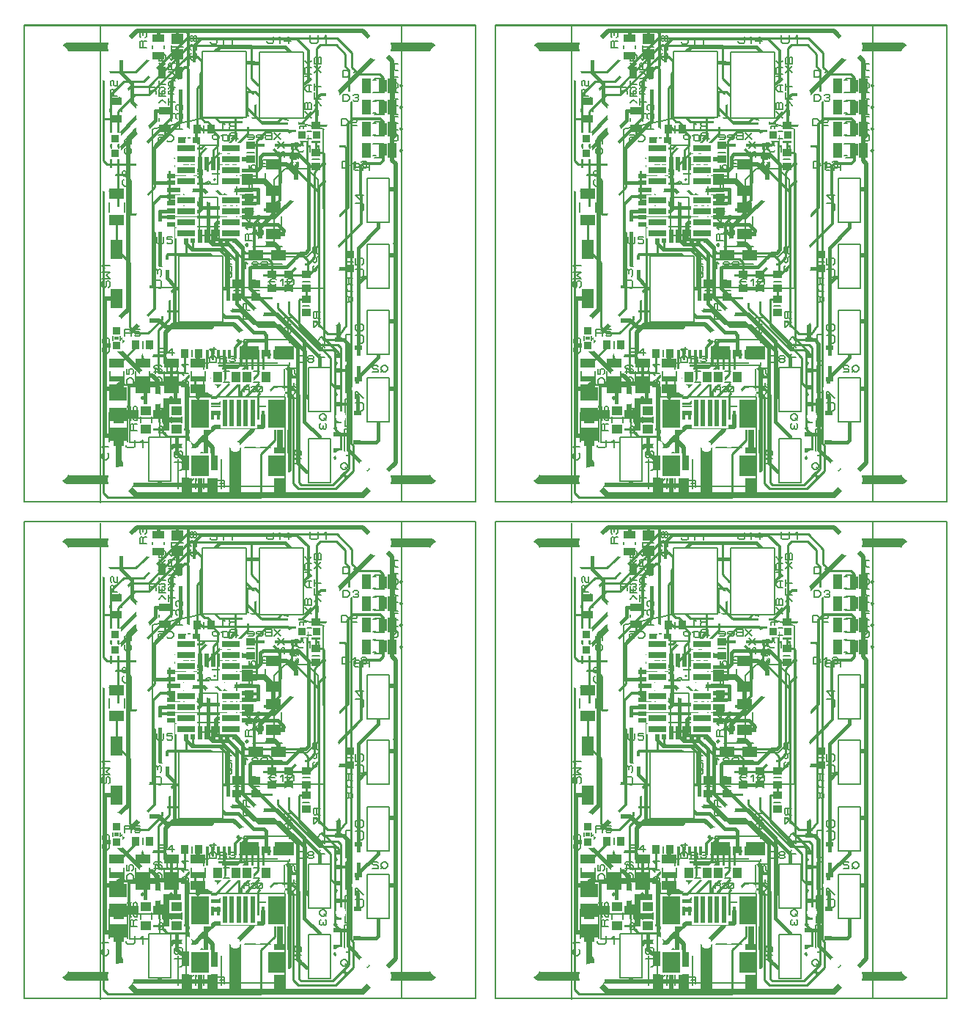
<source format=gbr>
G04 GerbMagic V3.6(Build 14551) Date:Mon Jul 18 18:12:17 2016*
G04 F:\2 SVN XBee\trunk\XBeeRepiter\ODB\Repiter.gbr *
%FSLAX24Y24*%
%MOIN*%
%SFA1.000B1.000*%
%MIA0B0*%
%OFA0B0*%
%INGerber*%
%IPPOS*%
%ADD10C,0.015*%
%ADD11C,0.03*%
%ADD12C,0.04*%
%ADD13C,0.032*%
%ADD14C,0.091*%
%ADD15C,0.008*%
%ADD16C,0.023622*%
%ADD17C,0.00984252*%
%ADD18C,0.00787402*%
%ADD19R,0.037X0.024*%
%ADD20R,0.055X0.207*%
%ADD21R,0.015748X0.0433071*%
%ADD22R,0.039X0.037*%
%ADD23R,0.022X0.059*%
%ADD24R,0.059X0.022*%
%ADD25R,0.035X0.035*%
%ADD26R,0.037X0.039*%
%ADD27R,0.049X0.071*%
%ADD28R,0.08X0.15*%
%ADD29R,0.08X0.06*%
%ADD30R,0.037X0.057*%
%ADD31C,0.05*%
%ADD32C,0.07*%
%ADD33R,0.035748X0.0633071*%
%ADD34C,0.1*%
%ADD35R,0.055X0.055*%
%ADD36R,0.1X0.1*%
%ADD37R,0.1X0.17*%
%ADD38R,0.1X0.08*%
%ADD39C,0.06*%
%ADD40R,0.06X0.06*%
%ADD41C,0.12*%
%ADD42C,0.02*%
%ADD43C,0.012*%
%ADD44C,0.01*%
%ADD45C,0.08*%
%ADD46R,0.08X0.08*%
%ADD47C,0.025*%
%ADD48R,0.057X0.091*%
%ADD49R,0.071X0.049*%
%ADD50R,0.0787X0.0944*%
%ADD51R,0.0787X0.13*%
%ADD52R,0.0197X0.122*%
%ADD53R,0.05X0.04*%
%ADD54R,0.087X0.061*%
%ADD55R,0.04X0.05*%
%ADD56R,0.08X0.025*%
%ADD57R,0.069X0.043*%
%ADD58R,0.071X0.045*%
%ADD59R,0.057X0.045*%
%ADD60R,0.043X0.069*%
%ADD61R,0.057X0.037*%
%ADD62R,0.0987X0.1144*%
%ADD63R,0.0987X0.15*%
%ADD64R,0.0397X0.142*%
%ADD65R,0.07X0.06*%
%ADD66R,0.06X0.07*%
%ADD67R,0.1X0.045*%
%LN*
LPD*%
G54D10*
X8760Y18500D03*
X9267Y21826D03*
X11010Y22250D03*
X10921Y20763D03*
X13755Y22181D03*
X10876Y11775D03*
X12760Y23250D03*
X11196Y12181D03*
X9887Y22794D03*
X6291Y25360D03*
X8283Y26275D03*
X8448Y25505D03*
X10342Y11725D03*
X11157Y11078D03*
X11905Y20173D03*
X7361Y11539D03*
X17771Y24818D03*
Y23913D03*
Y22929D03*
Y22000D03*
X9298Y12636D03*
X8215Y12697D03*
X7259Y13519D03*
X12181Y8480D03*
X17732Y11118D03*
X17771Y12377D03*
X18052Y7619D03*
X9188Y21250D03*
X15488Y14188D03*
X13207Y16275D03*
X15131Y16776D03*
X12714Y18208D03*
X13362Y17732D03*
X13260Y19250D03*
X12574Y13519D03*
X8834Y14669D03*
X9086Y15369D03*
X9070Y16750D03*
X16998Y9874D03*
X14622Y15330D03*
X13562Y10975D03*
X15907Y13694D03*
X14773Y22527D03*
X14228Y10948D03*
X17360Y24398D03*
X14799Y23198D03*
X13010Y24250D03*
X8637Y10645D03*
X8039Y11741D03*
X6272Y20313D03*
X6504Y20933D03*
X11045Y19836D03*
X10011Y20144D03*
X11855Y14902D03*
X14360Y12273D03*
X16984Y8086D03*
X14099Y15242D03*
X7102Y24543D03*
X11260Y20365D03*
X6797Y14188D03*
X9718Y24960D03*
X6840Y19158D03*
X10330Y25724D03*
X13244Y14543D03*
X10330Y9031D03*
X9994Y8528D03*
%LN*
LPD*%
X30192Y18500D03*
X30700Y21826D03*
X32442Y22250D03*
X32353Y20763D03*
X35188Y22181D03*
X32308Y11775D03*
X34192Y23250D03*
X32629Y12181D03*
X31320Y22794D03*
X27723Y25360D03*
X29715Y26275D03*
X29881Y25505D03*
X31774Y11725D03*
X32589Y11078D03*
X33337Y20173D03*
X28794Y11539D03*
X39204Y24818D03*
Y23913D03*
Y22929D03*
Y22000D03*
X30730Y12636D03*
X29647Y12697D03*
X28692Y13519D03*
X33613Y8480D03*
X39164Y11118D03*
X39204Y12377D03*
X39485Y7619D03*
X30621Y21250D03*
X36920Y14188D03*
X34639Y16275D03*
X36563Y16776D03*
X34146Y18208D03*
X34794Y17732D03*
X34692Y19250D03*
X34007Y13519D03*
X30267Y14669D03*
X30519Y15369D03*
X30503Y16750D03*
X38430Y9874D03*
X36054Y15330D03*
X34994Y10975D03*
X37339Y13694D03*
X36206Y22527D03*
X35660Y10948D03*
X38793Y24398D03*
X36231Y23198D03*
X34442Y24250D03*
X30070Y10645D03*
X29472Y11741D03*
X27704Y20313D03*
X27936Y20933D03*
X32478Y19836D03*
X31444Y20144D03*
X33288Y14902D03*
X35793Y12273D03*
X38416Y8086D03*
X35532Y15242D03*
X28534Y24543D03*
X32693Y20365D03*
X28229Y14188D03*
X31151Y24960D03*
X28272Y19158D03*
X31763Y25724D03*
X34676Y14543D03*
X31763Y9031D03*
X31427Y8528D03*
%LN*
LPD*%
X8760Y41053D03*
X9267Y44380D03*
X11010Y44803D03*
X10921Y43317D03*
X13755Y44734D03*
X10876Y34329D03*
X12760Y45803D03*
X11196Y34734D03*
X9887Y45348D03*
X6291Y47914D03*
X8283Y48829D03*
X8448Y48058D03*
X10342Y34278D03*
X11157Y33632D03*
X11905Y42726D03*
X7361Y34093D03*
X17771Y47372D03*
Y46466D03*
Y45482D03*
Y44553D03*
X9298Y35190D03*
X8215Y35251D03*
X7259Y36073D03*
X12181Y31033D03*
X17732Y33671D03*
X17771Y34931D03*
X18052Y30173D03*
X9188Y43803D03*
X15488Y36742D03*
X13207Y38829D03*
X15131Y39330D03*
X12714Y40761D03*
X13362Y40285D03*
X13260Y41803D03*
X12574Y36073D03*
X8834Y37222D03*
X9086Y37923D03*
X9070Y39303D03*
X16998Y32427D03*
X14622Y37884D03*
X13562Y33528D03*
X15907Y36248D03*
X14773Y45080D03*
X14228Y33502D03*
X17360Y46951D03*
X14799Y45751D03*
X13010Y46803D03*
X8637Y33199D03*
X8039Y34294D03*
X6272Y42866D03*
X6504Y43486D03*
X11045Y42389D03*
X10011Y42698D03*
X11855Y37455D03*
X14360Y34827D03*
X16984Y30640D03*
X14099Y37795D03*
X7102Y47096D03*
X11260Y42918D03*
X6797Y36742D03*
X9718Y47513D03*
X6840Y41711D03*
X10330Y48277D03*
X13244Y37096D03*
X10330Y31585D03*
X9994Y31082D03*
%LN*
LPD*%
X30192Y41053D03*
X30700Y44380D03*
X32442Y44803D03*
X32353Y43317D03*
X35188Y44734D03*
X32308Y34329D03*
X34192Y45803D03*
X32629Y34734D03*
X31320Y45348D03*
X27723Y47914D03*
X29715Y48829D03*
X29881Y48058D03*
X31774Y34278D03*
X32589Y33632D03*
X33337Y42726D03*
X28794Y34093D03*
X39204Y47372D03*
Y46466D03*
Y45482D03*
Y44553D03*
X30730Y35190D03*
X29647Y35251D03*
X28692Y36073D03*
X33613Y31033D03*
X39164Y33671D03*
X39204Y34931D03*
X39485Y30173D03*
X30621Y43803D03*
X36920Y36742D03*
X34639Y38829D03*
X36563Y39330D03*
X34146Y40761D03*
X34794Y40285D03*
X34692Y41803D03*
X34007Y36073D03*
X30267Y37222D03*
X30519Y37923D03*
X30503Y39303D03*
X38430Y32427D03*
X36054Y37884D03*
X34994Y33528D03*
X37339Y36248D03*
X36206Y45080D03*
X35660Y33502D03*
X38793Y46951D03*
X36231Y45751D03*
X34442Y46803D03*
X30070Y33199D03*
X29472Y34294D03*
X27704Y42866D03*
X27936Y43486D03*
X32478Y42389D03*
X31444Y42698D03*
X33288Y37455D03*
X35793Y34827D03*
X38416Y30640D03*
X35532Y37795D03*
X28534Y47096D03*
X32693Y42918D03*
X28229Y36742D03*
X31151Y47513D03*
X28272Y41711D03*
X31763Y48277D03*
X34676Y37096D03*
X31763Y31585D03*
X31427Y31082D03*
%LN*
LPD*%
G54D14*
X18687Y26669D03*
G54D13*
X7968Y23677D03*
Y22889D03*
Y22102D03*
Y21314D03*
Y20527D03*
Y19740D03*
Y18952D03*
Y18165D03*
Y17377D03*
Y16590D03*
Y15803D03*
Y15015D03*
Y14228D03*
X9543Y13362D03*
X10338D03*
X11118D03*
X11905D03*
X16629Y14267D03*
Y15055D03*
Y15842D03*
Y16629D03*
Y17417D03*
Y18204D03*
Y18992D03*
Y19779D03*
Y20566D03*
Y21354D03*
Y22141D03*
Y22929D03*
Y23716D03*
Y24503D03*
Y25291D03*
Y26078D03*
G54D14*
X6994Y26669D03*
Y6984D03*
X18687D03*
G54D12*
X10118Y16669D03*
X11118D03*
X10118Y15669D03*
X11118D03*
X10118Y14669D03*
X11118D03*
G54D11*
X14937Y20133D03*
Y18133D03*
G54D12*
X18677Y19188D03*
Y20188D03*
Y16196D03*
Y17196D03*
Y13188D03*
Y14188D03*
Y10118D03*
Y11118D03*
X16000Y8362D03*
Y7362D03*
Y11590D03*
Y10590D03*
G54D11*
X11460Y8781D03*
X13232D03*
G54D12*
X12191Y23942D03*
X11191D03*
X12191Y24942D03*
X11191D03*
X12191Y25942D03*
X11191D03*
X13795Y25937D03*
X14795D03*
X13795Y24937D03*
X14795D03*
X13795Y23937D03*
X14795D03*
X8755Y8417D03*
Y7417D03*
G54D14*
X4051Y26177D03*
Y7476D03*
X21570Y26177D03*
Y7476D03*
%LN*
LPD*%
X40119Y26669D03*
G54D13*
X29400Y23677D03*
Y22889D03*
Y22102D03*
Y21314D03*
Y20527D03*
Y19740D03*
Y18952D03*
Y18165D03*
Y17377D03*
Y16590D03*
Y15803D03*
Y15015D03*
Y14228D03*
X30975Y13362D03*
X31771D03*
X32550D03*
X33337D03*
X38062Y14267D03*
Y15055D03*
Y15842D03*
Y16629D03*
Y17417D03*
Y18204D03*
Y18992D03*
Y19779D03*
Y20566D03*
Y21354D03*
Y22141D03*
Y22929D03*
Y23716D03*
Y24503D03*
Y25291D03*
Y26078D03*
G54D14*
X28426Y26669D03*
Y6984D03*
X40119D03*
G54D12*
X31550Y16669D03*
X32550D03*
X31550Y15669D03*
X32550D03*
X31550Y14669D03*
X32550D03*
G54D11*
X36369Y20133D03*
Y18133D03*
G54D12*
X40109Y19188D03*
Y20188D03*
Y16196D03*
Y17196D03*
Y13188D03*
Y14188D03*
Y10118D03*
Y11118D03*
X37432Y8362D03*
Y7362D03*
Y11590D03*
Y10590D03*
G54D11*
X32892Y8781D03*
X34664D03*
G54D12*
X33623Y23942D03*
X32623D03*
X33623Y24942D03*
X32623D03*
X33623Y25942D03*
X32623D03*
X35227Y25937D03*
X36227D03*
X35227Y24937D03*
X36227D03*
X35227Y23937D03*
X36227D03*
X30188Y8417D03*
Y7417D03*
G54D14*
X25483Y26177D03*
Y7476D03*
X43003Y26177D03*
Y7476D03*
%LN*
LPD*%
X18687Y49222D03*
G54D13*
X7968Y46230D03*
Y45443D03*
Y44655D03*
Y43868D03*
Y43081D03*
Y42293D03*
Y41506D03*
Y40718D03*
Y39931D03*
Y39144D03*
Y38356D03*
Y37569D03*
Y36781D03*
X9543Y35915D03*
X10338D03*
X11118D03*
X11905D03*
X16629Y36821D03*
Y37608D03*
Y38396D03*
Y39183D03*
Y39970D03*
Y40758D03*
Y41545D03*
Y42333D03*
Y43120D03*
Y43907D03*
Y44695D03*
Y45482D03*
Y46270D03*
Y47057D03*
Y47844D03*
Y48632D03*
G54D14*
X6994Y49222D03*
Y29537D03*
X18687D03*
G54D12*
X10118Y39222D03*
X11118D03*
X10118Y38222D03*
X11118D03*
X10118Y37222D03*
X11118D03*
G54D11*
X14937Y42687D03*
Y40687D03*
G54D12*
X18677Y41742D03*
Y42742D03*
Y38750D03*
Y39750D03*
Y35742D03*
Y36742D03*
Y32671D03*
Y33671D03*
X16000Y30915D03*
Y29915D03*
Y34144D03*
Y33144D03*
G54D11*
X11460Y31335D03*
X13232D03*
G54D12*
X12191Y46496D03*
X11191D03*
X12191Y47496D03*
X11191D03*
X12191Y48496D03*
X11191D03*
X13795Y48490D03*
X14795D03*
X13795Y47490D03*
X14795D03*
X13795Y46490D03*
X14795D03*
X8755Y30970D03*
Y29970D03*
G54D14*
X4051Y48730D03*
Y30029D03*
X21570Y48730D03*
Y30029D03*
%LN*
LPD*%
X40119Y49222D03*
G54D13*
X29400Y46230D03*
Y45443D03*
Y44655D03*
Y43868D03*
Y43081D03*
Y42293D03*
Y41506D03*
Y40718D03*
Y39931D03*
Y39144D03*
Y38356D03*
Y37569D03*
Y36781D03*
X30975Y35915D03*
X31771D03*
X32550D03*
X33337D03*
X38062Y36821D03*
Y37608D03*
Y38396D03*
Y39183D03*
Y39970D03*
Y40758D03*
Y41545D03*
Y42333D03*
Y43120D03*
Y43907D03*
Y44695D03*
Y45482D03*
Y46270D03*
Y47057D03*
Y47844D03*
Y48632D03*
G54D14*
X28426Y49222D03*
Y29537D03*
X40119D03*
G54D12*
X31550Y39222D03*
X32550D03*
X31550Y38222D03*
X32550D03*
X31550Y37222D03*
X32550D03*
G54D11*
X36369Y42687D03*
Y40687D03*
G54D12*
X40109Y41742D03*
Y42742D03*
Y38750D03*
Y39750D03*
Y35742D03*
Y36742D03*
Y32671D03*
Y33671D03*
X37432Y30915D03*
Y29915D03*
Y34144D03*
Y33144D03*
G54D11*
X32892Y31335D03*
X34664D03*
G54D12*
X33623Y46496D03*
X32623D03*
X33623Y47496D03*
X32623D03*
X33623Y48496D03*
X32623D03*
X35227Y48490D03*
X36227D03*
X35227Y47490D03*
X36227D03*
X35227Y46490D03*
X36227D03*
X30188Y30970D03*
Y29970D03*
G54D14*
X25483Y48730D03*
Y30029D03*
X43003Y48730D03*
Y30029D03*
%LN*
LPD*%
X2574Y27649D02*
G54D15*
G01Y5990D01*
X23123Y27649D02*
G01X2574D01*
X23123Y5990D02*
G01Y27649D01*
X2574Y5990D02*
G01X23123D01*
%LN*
LPD*%
X24007Y27649D02*
G01Y5990D01*
X44555Y27649D02*
G01X24007D01*
X44555Y5990D02*
G01Y27649D01*
X24007Y5990D02*
G01X44555D01*
%LN*
LPD*%
X2574Y50218D02*
G01Y28558D01*
X23123Y50218D02*
G01X2574D01*
X23123Y28558D02*
G01Y50218D01*
X2574Y28558D02*
G01X23123D01*
%LN*
LPD*%
X24007Y50218D02*
G01Y28558D01*
X44555Y50218D02*
G01X24007D01*
X44555Y28558D02*
G01Y50218D01*
X24007Y28558D02*
G01X44555D01*
%LN*
LPD*%
X18578Y22654D02*
G54D18*
G01X18460D01*
X18578Y23205D02*
G01X18460D01*
X19573Y23486D02*
G54D15*
G01X19273D01*
X19273Y23486D02*
G01Y23236D01*
X19273Y23236D02*
G01X19323Y23186D01*
X19323Y23186D02*
G01X19373D01*
X19373Y23186D02*
G01X19423Y23236D01*
X19423Y23236D02*
G01Y23486D01*
X19423Y23236D02*
G01X19473Y23186D01*
X19473Y23186D02*
G01X19573D01*
X19373Y22986D02*
G01X19273Y22886D01*
X19273Y22886D02*
G01X19573D01*
X19523Y22686D02*
G01X19323D01*
X19323Y22686D02*
G01X19273Y22636D01*
X19273Y22636D02*
G01Y22436D01*
X19273Y22436D02*
G01X19323Y22386D01*
X19323Y22386D02*
G01X19523D01*
X19523Y22386D02*
G01X19573Y22436D01*
X19573Y22436D02*
G01Y22636D01*
X19573Y22636D02*
G01X19523Y22686D01*
X19573Y22686D02*
G01X19273Y22386D01*
X18578Y23654D02*
G54D18*
G01X18460D01*
X18578Y24205D02*
G01X18460D01*
X19579Y24580D02*
G54D15*
G01X19279D01*
X19279Y24580D02*
G01Y24330D01*
X19279Y24330D02*
G01X19329Y24280D01*
X19329Y24280D02*
G01X19379D01*
X19379Y24280D02*
G01X19429Y24330D01*
X19429Y24330D02*
G01Y24580D01*
X19429Y24330D02*
G01X19479Y24280D01*
X19479Y24280D02*
G01X19579D01*
X19379Y24080D02*
G01X19279Y23980D01*
X19279Y23980D02*
G01X19579D01*
X19379Y23680D02*
G01X19279Y23580D01*
X19279Y23580D02*
G01X19579D01*
X18578Y24604D02*
G54D18*
G01X18460D01*
X18578Y25155D02*
G01X18460D01*
X19575Y25890D02*
G54D15*
G01X19275D01*
X19275Y25890D02*
G01Y25640D01*
X19275Y25640D02*
G01X19325Y25590D01*
X19325Y25590D02*
G01X19375D01*
X19375Y25590D02*
G01X19425Y25640D01*
X19425Y25640D02*
G01Y25890D01*
X19425Y25640D02*
G01X19475Y25590D01*
X19475Y25590D02*
G01X19575D01*
X19375Y25390D02*
G01X19275Y25290D01*
X19275Y25290D02*
G01X19575D01*
X19325Y25040D02*
G01X19275Y24990D01*
X19275Y24990D02*
G01Y24840D01*
X19275Y24840D02*
G01X19325Y24790D01*
X19325Y24790D02*
G01X19375D01*
X19375Y24790D02*
G01X19425Y24840D01*
X19425Y24840D02*
G01X19475Y24790D01*
X19475Y24790D02*
G01X19525D01*
X19525Y24790D02*
G01X19575Y24840D01*
X19575Y24840D02*
G01Y24990D01*
X19575Y24990D02*
G01X19525Y25040D01*
X19425Y24940D02*
G01Y24840D01*
X18578Y21717D02*
G54D18*
G01X18460D01*
X18578Y22268D02*
G01X18460D01*
X18298Y21052D02*
G54D15*
G01Y21352D01*
X18298Y21352D02*
G01X18048D01*
X18048Y21352D02*
G01X17998Y21302D01*
X17998Y21302D02*
G01Y21252D01*
X17998Y21252D02*
G01X18048Y21202D01*
X18048Y21202D02*
G01X18298D01*
X18048Y21202D02*
G01X17998Y21152D01*
X17998Y21152D02*
G01Y21052D01*
X17598Y21252D02*
G01X17648Y21202D01*
X17648Y21202D02*
G01X17798D01*
X17798Y21202D02*
G01X17848Y21252D01*
X17848Y21252D02*
G01Y21302D01*
X17848Y21302D02*
G01X17798Y21352D01*
X17798Y21352D02*
G01X17648D01*
X17648Y21352D02*
G01X17598Y21302D01*
X17598Y21302D02*
G01Y21102D01*
X17598Y21102D02*
G01X17648Y21052D01*
X17648Y21052D02*
G01X17798D01*
X17398Y21252D02*
G01X17298Y21352D01*
X17298Y21352D02*
G01Y21052D01*
X7390Y8690D02*
G01Y11210D01*
X7390Y11210D02*
G01X8760D01*
X8760Y11210D02*
G01Y8690D01*
X8760Y8690D02*
G01X7400D01*
X8760Y9220D02*
G01X8839D01*
X8839Y9220D02*
G01Y10710D01*
X8839Y10710D02*
G01X8770D01*
X9534Y12187D02*
G01Y11937D01*
X9534Y11937D02*
G01X9459Y11887D01*
X9459Y11887D02*
G01X9159D01*
X9159Y11887D02*
G01X9084Y11937D01*
X9084Y11937D02*
G01Y12187D01*
X8859Y12137D02*
G01X8784Y12187D01*
X8784Y12187D02*
G01X8559D01*
X8559Y12187D02*
G01X8484Y12137D01*
X8484Y12137D02*
G01Y12087D01*
X8484Y12087D02*
G01X8559Y12037D01*
X8559Y12037D02*
G01X8784D01*
X8784Y12037D02*
G01X8859Y11987D01*
X8859Y11987D02*
G01Y11887D01*
X8859Y11887D02*
G01X8484D01*
X9566Y7927D02*
G54D18*
G01Y6588D01*
X10373Y7927D02*
G01Y6588D01*
X10813Y7540D02*
G54D15*
G01X10863Y7590D01*
X10863Y7590D02*
G01Y7740D01*
X10863Y7740D02*
G01X10763Y7840D01*
X10763Y7840D02*
G01X10663D01*
X10663Y7840D02*
G01X10563Y7740D01*
X10563Y7740D02*
G01Y7590D01*
X10563Y7590D02*
G01X10613Y7540D01*
X10763Y7140D02*
G01Y7440D01*
X10763Y7440D02*
G01X10563Y7240D01*
X10563Y7240D02*
G01X10863D01*
X10763Y23086D02*
G54D18*
G01Y22771D01*
X12229Y22923D02*
G54D15*
G01Y23223D01*
X12229Y23223D02*
G01X11979D01*
X11979Y23223D02*
G01X11929Y23173D01*
X11929Y23173D02*
G01Y23123D01*
X11929Y23123D02*
G01X11979Y23073D01*
X11979Y23073D02*
G01X12229D01*
X11979Y23073D02*
G01X11929Y23023D01*
X11929Y23023D02*
G01Y22923D01*
X11729Y23123D02*
G01X11629Y23223D01*
X11629Y23223D02*
G01Y22923D01*
X10170Y22537D02*
G01X9990D01*
X10170Y22217D02*
G01X9990D01*
X9080Y22397D02*
G01X9130Y22347D01*
X9130Y22347D02*
G01X9280D01*
X9280Y22347D02*
G01X9380Y22447D01*
X9380Y22447D02*
G01Y22547D01*
X9380Y22547D02*
G01X9280Y22647D01*
X9280Y22647D02*
G01X9130D01*
X9130Y22647D02*
G01X9080Y22597D01*
X8680Y22647D02*
G01X8930D01*
X8930Y22647D02*
G01Y22547D01*
X8930Y22547D02*
G01X8730D01*
X8730Y22547D02*
G01X8680Y22497D01*
X8680Y22497D02*
G01Y22397D01*
X8680Y22397D02*
G01X8730Y22347D01*
X8730Y22347D02*
G01X8880D01*
X8880Y22347D02*
G01X8930Y22397D01*
X12240Y18500D02*
G54D18*
G01X9838D01*
X9838Y18500D02*
G01Y20901D01*
X9838Y20901D02*
G01X12240D01*
X12240Y20901D02*
G01Y18500D01*
X14099Y21510D02*
G54D15*
G01Y21260D01*
X14099Y21260D02*
G01X14049Y21210D01*
X14049Y21210D02*
G01X13849D01*
X13849Y21210D02*
G01X13799Y21260D01*
X13799Y21260D02*
G01Y21510D01*
X13649Y21460D02*
G01X13599Y21510D01*
X13599Y21510D02*
G01X13449D01*
X13449Y21510D02*
G01X13399Y21460D01*
X13399Y21460D02*
G01Y21410D01*
X13399Y21410D02*
G01X13449Y21360D01*
X13449Y21360D02*
G01X13399Y21310D01*
X13399Y21310D02*
G01Y21260D01*
X13399Y21260D02*
G01X13449Y21210D01*
X13449Y21210D02*
G01X13599D01*
X13599Y21210D02*
G01X13649Y21260D01*
X13549Y21360D02*
G01X13449D01*
X13937Y20633D02*
G01Y17633D01*
X13937Y17633D02*
G01X14437Y17133D01*
X14437Y17133D02*
G01X15437D01*
X15437Y17133D02*
G01X15937Y17633D01*
X15937Y17633D02*
G01Y20633D01*
X15937Y20633D02*
G01X15437Y21133D01*
X15437Y21133D02*
G01X14437D01*
X14437Y21133D02*
G01X13937Y20633D01*
X14127Y22353D02*
G01X14427Y22053D01*
X14427Y22353D02*
G01X14127Y22053D01*
X14177Y21903D02*
G01X14127Y21853D01*
X14127Y21853D02*
G01Y21703D01*
X14127Y21703D02*
G01X14177Y21653D01*
X14177Y21653D02*
G01X14227D01*
X14227Y21653D02*
G01X14277Y21703D01*
X14277Y21703D02*
G01Y21853D01*
X14277Y21853D02*
G01X14327Y21903D01*
X14327Y21903D02*
G01X14427D01*
X14427Y21903D02*
G01Y21653D01*
X15685Y22771D02*
G54D18*
G01X16000D01*
X15426Y23064D02*
G54D15*
G01X15126D01*
X15126Y23064D02*
G01Y22814D01*
X15126Y22814D02*
G01X15176Y22764D01*
X15176Y22764D02*
G01X15226D01*
X15226Y22764D02*
G01X15276Y22814D01*
X15276Y22814D02*
G01Y23064D01*
X15276Y22814D02*
G01X15326Y22764D01*
X15326Y22764D02*
G01X15426D01*
X15176Y22364D02*
G01X15126Y22414D01*
X15126Y22414D02*
G01Y22564D01*
X15126Y22564D02*
G01X15176Y22614D01*
X15176Y22614D02*
G01X15376D01*
X15376Y22614D02*
G01X15426Y22564D01*
X15426Y22564D02*
G01Y22414D01*
X15426Y22414D02*
G01X15376Y22364D01*
X15376Y22364D02*
G01X15326D01*
X15326Y22364D02*
G01X15276Y22414D01*
X15276Y22414D02*
G01Y22614D01*
X15561Y14891D02*
G54D18*
G01X15246D01*
X16037Y14622D02*
G54D15*
G01X15737D01*
X15737Y14622D02*
G01Y14372D01*
X15737Y14372D02*
G01X15787Y14322D01*
X15787Y14322D02*
G01X15837D01*
X15837Y14322D02*
G01X15887Y14372D01*
X15887Y14372D02*
G01Y14622D01*
X15887Y14372D02*
G01X15937Y14322D01*
X15937Y14322D02*
G01X16037D01*
X15737Y14172D02*
G01Y13922D01*
X15737Y13922D02*
G01X15787D01*
X15787Y13922D02*
G01X16037Y14172D01*
X14464Y16000D02*
G54D18*
G01X14779D01*
X14731Y14366D02*
G54D15*
G01X14432D01*
X14432Y14366D02*
G01Y14116D01*
X14432Y14116D02*
G01X14482Y14066D01*
X14482Y14066D02*
G01X14531D01*
X14531Y14066D02*
G01X14582Y14116D01*
X14582Y14116D02*
G01Y14366D01*
X14582Y14116D02*
G01X14632Y14066D01*
X14632Y14066D02*
G01X14731D01*
X14582Y13866D02*
G01X14531Y13916D01*
X14531Y13916D02*
G01X14482D01*
X14482Y13916D02*
G01X14432Y13866D01*
X14432Y13866D02*
G01Y13716D01*
X14432Y13716D02*
G01X14482Y13666D01*
X14482Y13666D02*
G01X14531D01*
X14531Y13666D02*
G01X14582Y13716D01*
X14582Y13716D02*
G01Y13866D01*
X14582Y13866D02*
G01X14632Y13916D01*
X14632Y13916D02*
G01X14682D01*
X14682Y13916D02*
G01X14731Y13866D01*
X14731Y13866D02*
G01Y13716D01*
X14731Y13716D02*
G01X14682Y13666D01*
X14682Y13666D02*
G01X14632D01*
X14632Y13666D02*
G01X14582Y13716D01*
X12968Y15606D02*
G54D18*
G01X13283D01*
X12846Y14979D02*
G54D15*
G01X12546D01*
X12546Y14979D02*
G01Y14729D01*
X12546Y14729D02*
G01X12596Y14679D01*
X12596Y14679D02*
G01X12646D01*
X12646Y14679D02*
G01X12696Y14729D01*
X12696Y14729D02*
G01Y14979D01*
X12696Y14729D02*
G01X12746Y14679D01*
X12746Y14679D02*
G01X12846D01*
X12646Y14279D02*
G01X12696Y14329D01*
X12696Y14329D02*
G01Y14479D01*
X12696Y14479D02*
G01X12646Y14529D01*
X12646Y14529D02*
G01X12596D01*
X12596Y14529D02*
G01X12546Y14479D01*
X12546Y14479D02*
G01Y14329D01*
X12546Y14329D02*
G01X12596Y14279D01*
X12596Y14279D02*
G01X12796D01*
X12796Y14279D02*
G01X12846Y14329D01*
X12846Y14329D02*
G01Y14479D01*
X17535Y16905D02*
G54D18*
G01X17220D01*
X17512Y16166D02*
G54D15*
G01X17212D01*
X17212Y16166D02*
G01Y15916D01*
X17212Y15916D02*
G01X17262Y15866D01*
X17262Y15866D02*
G01X17312D01*
X17312Y15866D02*
G01X17362Y15916D01*
X17362Y15916D02*
G01Y16166D01*
X17362Y15916D02*
G01X17412Y15866D01*
X17412Y15866D02*
G01X17512D01*
X17312Y15666D02*
G01X17212Y15566D01*
X17212Y15566D02*
G01X17512D01*
X17362Y15266D02*
G01X17312Y15316D01*
X17312Y15316D02*
G01X17262D01*
X17262Y15316D02*
G01X17212Y15266D01*
X17212Y15266D02*
G01Y15116D01*
X17212Y15116D02*
G01X17262Y15066D01*
X17262Y15066D02*
G01X17312D01*
X17312Y15066D02*
G01X17362Y15116D01*
X17362Y15116D02*
G01Y15266D01*
X17362Y15266D02*
G01X17412Y15316D01*
X17412Y15316D02*
G01X17462D01*
X17462Y15316D02*
G01X17512Y15266D01*
X17512Y15266D02*
G01Y15116D01*
X17512Y15116D02*
G01X17462Y15066D01*
X17462Y15066D02*
G01X17412D01*
X17412Y15066D02*
G01X17362Y15116D01*
X13992Y16000D02*
G54D18*
G01X13677D01*
X13658Y16601D02*
G54D15*
G01Y16901D01*
X13658Y16901D02*
G01X13408D01*
X13408Y16901D02*
G01X13358Y16851D01*
X13358Y16851D02*
G01Y16801D01*
X13358Y16801D02*
G01X13408Y16751D01*
X13408Y16751D02*
G01X13658D01*
X13408Y16751D02*
G01X13358Y16701D01*
X13358Y16701D02*
G01Y16601D01*
X13208Y16851D02*
G01X13158Y16901D01*
X13158Y16901D02*
G01X13008D01*
X13008Y16901D02*
G01X12958Y16851D01*
X12958Y16851D02*
G01Y16801D01*
X12958Y16801D02*
G01X13008Y16751D01*
X13008Y16751D02*
G01X13158D01*
X13158Y16751D02*
G01X13208Y16701D01*
X13208Y16701D02*
G01Y16601D01*
X13208Y16601D02*
G01X12958D01*
X12758Y16801D02*
G01X12658Y16901D01*
X12658Y16901D02*
G01Y16601D01*
X15566Y16000D02*
G54D18*
G01X15251D01*
X16017Y17570D02*
G54D15*
G01X15717D01*
X15717Y17570D02*
G01Y17319D01*
X15717Y17319D02*
G01X15767Y17270D01*
X15767Y17270D02*
G01X15817D01*
X15817Y17270D02*
G01X15867Y17319D01*
X15867Y17319D02*
G01Y17570D01*
X15867Y17319D02*
G01X15917Y17270D01*
X15917Y17270D02*
G01X16017D01*
X15767Y17120D02*
G01X15717Y17070D01*
X15717Y17070D02*
G01Y16920D01*
X15717Y16920D02*
G01X15767Y16870D01*
X15767Y16870D02*
G01X15817D01*
X15817Y16870D02*
G01X15867Y16920D01*
X15867Y16920D02*
G01Y17070D01*
X15867Y17070D02*
G01X15917Y17120D01*
X15917Y17120D02*
G01X16017D01*
X16017Y17120D02*
G01Y16870D01*
X15767Y16720D02*
G01X15717Y16669D01*
X15717Y16669D02*
G01Y16520D01*
X15717Y16520D02*
G01X15767Y16469D01*
X15767Y16469D02*
G01X15817D01*
X15817Y16469D02*
G01X15867Y16520D01*
X15867Y16520D02*
G01Y16669D01*
X15867Y16669D02*
G01X15917Y16720D01*
X15917Y16720D02*
G01X16017D01*
X16017Y16720D02*
G01Y16469D01*
X15685Y21551D02*
G54D18*
G01X16000D01*
X15055Y22291D02*
G54D15*
G01X14755D01*
X14755Y22291D02*
G01Y22041D01*
X14755Y22041D02*
G01X14805Y21991D01*
X14805Y21991D02*
G01X14855D01*
X14855Y21991D02*
G01X14905Y22041D01*
X14905Y22041D02*
G01Y22291D01*
X14905Y22041D02*
G01X14955Y21991D01*
X14955Y21991D02*
G01X15055D01*
X14805Y21841D02*
G01X14755Y21791D01*
X14755Y21791D02*
G01Y21641D01*
X14755Y21641D02*
G01X14805Y21591D01*
X14805Y21591D02*
G01X14855D01*
X14855Y21591D02*
G01X14905Y21641D01*
X14905Y21641D02*
G01Y21791D01*
X14905Y21791D02*
G01X14955Y21841D01*
X14955Y21841D02*
G01X15055D01*
X15055Y21841D02*
G01Y21591D01*
X14805Y21441D02*
G01X14755Y21391D01*
X14755Y21391D02*
G01Y21241D01*
X14755Y21241D02*
G01X14805Y21191D01*
X14805Y21191D02*
G01X14855D01*
X14855Y21191D02*
G01X14905Y21241D01*
X14905Y21241D02*
G01X14955Y21191D01*
X14955Y21191D02*
G01X15005D01*
X15005Y21191D02*
G01X15055Y21241D01*
X15055Y21241D02*
G01Y21391D01*
X15055Y21391D02*
G01X15005Y21441D01*
X14905Y21341D02*
G01Y21241D01*
X12417Y15606D02*
G54D18*
G01X12102D01*
X12022Y17013D02*
G54D15*
G01X11782D01*
X11782Y17013D02*
G01Y16826D01*
X11782Y16826D02*
G01X11822Y16788D01*
X11822Y16788D02*
G01X11862D01*
X11862Y16788D02*
G01X11902Y16826D01*
X11902Y16826D02*
G01Y17013D01*
X11902Y16826D02*
G01X11942Y16788D01*
X11942Y16788D02*
G01X12022D01*
X11822Y16676D02*
G01X11782Y16638D01*
X11782Y16638D02*
G01Y16526D01*
X11782Y16526D02*
G01X11822Y16488D01*
X11822Y16488D02*
G01X11862D01*
X11862Y16488D02*
G01X11902Y16526D01*
X11902Y16526D02*
G01Y16638D01*
X11902Y16638D02*
G01X11942Y16676D01*
X11942Y16676D02*
G01X12022D01*
X12022Y16676D02*
G01Y16488D01*
X11982Y16413D02*
G01X11822D01*
X11822Y16413D02*
G01X11782Y16376D01*
X11782Y16376D02*
G01Y16226D01*
X11782Y16226D02*
G01X11822Y16188D01*
X11822Y16188D02*
G01X11982D01*
X11982Y16188D02*
G01X12022Y16226D01*
X12022Y16226D02*
G01Y16376D01*
X12022Y16376D02*
G01X11982Y16413D01*
X12022Y16413D02*
G01X11782Y16188D01*
X14669Y12068D02*
G01X14969D01*
X14969Y12068D02*
G01X15029Y12005D01*
X15029Y12005D02*
G01Y11755D01*
X15029Y11755D02*
G01X14969Y11693D01*
X14969Y11693D02*
G01X14669D01*
X14729Y11505D02*
G01X14669Y11443D01*
X14669Y11443D02*
G01Y11255D01*
X14669Y11255D02*
G01X14729Y11193D01*
X14729Y11193D02*
G01X14789D01*
X14789Y11193D02*
G01X14849Y11255D01*
X14849Y11255D02*
G01X14909Y11193D01*
X14909Y11193D02*
G01X14969D01*
X14969Y11193D02*
G01X15029Y11255D01*
X15029Y11255D02*
G01Y11443D01*
X15029Y11443D02*
G01X14969Y11505D01*
X14849Y11380D02*
G01Y11255D01*
X14969Y11068D02*
G01X14729D01*
X14729Y11068D02*
G01X14669Y11005D01*
X14669Y11005D02*
G01Y10755D01*
X14669Y10755D02*
G01X14729Y10693D01*
X14729Y10693D02*
G01X14969D01*
X14969Y10693D02*
G01X15029Y10755D01*
X15029Y10755D02*
G01Y11005D01*
X15029Y11005D02*
G01X14969Y11068D01*
X15029Y11068D02*
G01X14669Y10693D01*
X13795Y6374D02*
G54D18*
G01X12614D01*
X13795Y8460D02*
G01X12614D01*
X11675Y6661D02*
G54D15*
G01Y6961D01*
X11675Y6961D02*
G01X11375D01*
X11675Y6811D02*
G01X11475D01*
X11175Y6861D02*
G01X11075Y6961D01*
X11075Y6961D02*
G01Y6661D01*
X10736Y7917D02*
G54D18*
G01Y6578D01*
X11543Y7917D02*
G01Y6578D01*
X10369Y7372D02*
G54D15*
G01X10419Y7422D01*
X10419Y7422D02*
G01Y7572D01*
X10419Y7572D02*
G01X10319Y7672D01*
X10319Y7672D02*
G01X10219D01*
X10219Y7672D02*
G01X10119Y7572D01*
X10119Y7572D02*
G01Y7422D01*
X10119Y7422D02*
G01X10169Y7372D01*
X10169Y7222D02*
G01X10119Y7172D01*
X10119Y7172D02*
G01Y7022D01*
X10119Y7022D02*
G01X10169Y6972D01*
X10169Y6972D02*
G01X10219D01*
X10219Y6972D02*
G01X10269Y7022D01*
X10269Y7022D02*
G01Y7172D01*
X10269Y7172D02*
G01X10319Y7222D01*
X10319Y7222D02*
G01X10419D01*
X10419Y7222D02*
G01Y6972D01*
X17200Y13598D02*
G54D18*
G01X17437D01*
X17437Y13598D02*
G01Y12377D01*
X17437Y12377D02*
G01X17200D01*
X17200Y12377D02*
G01Y13598D01*
X16063Y13451D02*
G54D15*
G01X15963Y13301D01*
X15963Y13301D02*
G01Y13151D01*
X15963Y13151D02*
G01X16063Y13001D01*
X16063Y13001D02*
G01X16163D01*
X16163Y13001D02*
G01X16263Y13151D01*
X16263Y13151D02*
G01Y13301D01*
X16263Y13301D02*
G01X16163Y13451D01*
X16163Y13451D02*
G01X16063D01*
X16163Y13151D02*
G01X16263Y13001D01*
X16063Y12701D02*
G01X15963Y12551D01*
X15963Y12551D02*
G01X16263D01*
X17200Y12181D02*
G54D18*
G01X17437D01*
X17437Y12181D02*
G01Y10960D01*
X17437Y10960D02*
G01X17200D01*
X17200Y10960D02*
G01Y12181D01*
X19116Y12089D02*
G54D15*
G01X19016Y12189D01*
X19016Y12189D02*
G01X18916D01*
X18916Y12189D02*
G01X18816Y12089D01*
X18816Y12089D02*
G01Y11989D01*
X18816Y11989D02*
G01X18916Y11889D01*
X18916Y11889D02*
G01X19016D01*
X19016Y11889D02*
G01X19116Y11989D01*
X19116Y11989D02*
G01Y12089D01*
X18916Y11989D02*
G01X18816Y11889D01*
X18666Y12139D02*
G01X18616Y12189D01*
X18616Y12189D02*
G01X18466D01*
X18466Y12189D02*
G01X18416Y12139D01*
X18416Y12139D02*
G01Y12089D01*
X18416Y12089D02*
G01X18466Y12039D01*
X18466Y12039D02*
G01X18616D01*
X18616Y12039D02*
G01X18666Y11989D01*
X18666Y11989D02*
G01Y11889D01*
X18666Y11889D02*
G01X18416D01*
X17173Y10645D02*
G54D18*
G01X17409D01*
X17409Y10645D02*
G01Y9425D01*
X17409Y9425D02*
G01X17173D01*
X17173Y9425D02*
G01Y10645D01*
X16119Y9998D02*
G54D15*
G01X16019Y9898D01*
X16019Y9898D02*
G01Y9798D01*
X16019Y9798D02*
G01X16119Y9698D01*
X16119Y9698D02*
G01X16219D01*
X16219Y9698D02*
G01X16319Y9798D01*
X16319Y9798D02*
G01Y9898D01*
X16319Y9898D02*
G01X16219Y9998D01*
X16219Y9998D02*
G01X16119D01*
X16219Y9798D02*
G01X16319Y9698D01*
X16069Y9548D02*
G01X16019Y9498D01*
X16019Y9498D02*
G01Y9348D01*
X16019Y9348D02*
G01X16069Y9298D01*
X16069Y9298D02*
G01X16119D01*
X16119Y9298D02*
G01X16169Y9348D01*
X16169Y9348D02*
G01X16219Y9298D01*
X16219Y9298D02*
G01X16269D01*
X16269Y9298D02*
G01X16319Y9348D01*
X16319Y9348D02*
G01Y9498D01*
X16319Y9498D02*
G01X16269Y9548D01*
X16169Y9448D02*
G01Y9348D01*
X17161Y9307D02*
G54D18*
G01X17397D01*
X17397Y9307D02*
G01Y8086D01*
X17397Y8086D02*
G01X17161D01*
X17161Y8086D02*
G01Y9307D01*
X17091Y7754D02*
G54D15*
G01X16991Y7654D01*
X16991Y7654D02*
G01Y7554D01*
X16991Y7554D02*
G01X17091Y7454D01*
X17091Y7454D02*
G01X17191D01*
X17191Y7454D02*
G01X17291Y7554D01*
X17291Y7554D02*
G01Y7654D01*
X17291Y7654D02*
G01X17191Y7754D01*
X17191Y7754D02*
G01X17091D01*
X17191Y7554D02*
G01X17291Y7454D01*
X17191Y7054D02*
G01Y7354D01*
X17191Y7354D02*
G01X16991Y7154D01*
X16991Y7154D02*
G01X17291D01*
X15335Y23430D02*
G01X15635Y23730D01*
X15635Y23430D02*
G01X15335Y23730D01*
X15635Y23830D02*
G01X15335D01*
X15335Y23830D02*
G01Y24080D01*
X15335Y24080D02*
G01X15385Y24130D01*
X15385Y24130D02*
G01X15435D01*
X15435Y24130D02*
G01X15485Y24080D01*
X15485Y24080D02*
G01X15535Y24130D01*
X15535Y24130D02*
G01X15585D01*
X15585Y24130D02*
G01X15635Y24080D01*
X15635Y24080D02*
G01Y23830D01*
X15485Y23830D02*
G01Y24080D01*
X15635Y24630D02*
G01X15435D01*
X15435Y24630D02*
G01X15335Y24730D01*
X15335Y24730D02*
G01Y24830D01*
X15335Y24830D02*
G01X15435Y24930D01*
X15435Y24930D02*
G01X15635D01*
X15535Y24630D02*
G01Y24930D01*
X15335Y25030D02*
G01X15485D01*
X15485Y25030D02*
G01X15635Y25180D01*
X15635Y25180D02*
G01X15485Y25330D01*
X15485Y25330D02*
G01X15335D01*
X15635Y25430D02*
G01X15335D01*
X15335Y25430D02*
G01Y25680D01*
X15335Y25680D02*
G01X15385Y25730D01*
X15385Y25730D02*
G01X15435D01*
X15435Y25730D02*
G01X15485Y25680D01*
X15485Y25680D02*
G01Y25430D01*
X15485Y25680D02*
G01X15535Y25730D01*
X15535Y25730D02*
G01X15635D01*
X15335Y26030D02*
G01X15485Y25880D01*
X15485Y25880D02*
G01X15635Y26030D01*
X15485Y26280D02*
G01Y26530D01*
X9441Y23614D02*
G01X9141D01*
X9141Y23614D02*
G01Y23914D01*
X9291Y23614D02*
G01Y23814D01*
X9141Y24014D02*
G01Y24314D01*
X9141Y24164D02*
G01X9441D01*
X9441Y24814D02*
G01X9241D01*
X9241Y24814D02*
G01X9141Y24914D01*
X9141Y24914D02*
G01Y25014D01*
X9141Y25014D02*
G01X9241Y25114D01*
X9241Y25114D02*
G01X9441D01*
X9341Y24814D02*
G01Y25114D01*
X9141Y25214D02*
G01X9291D01*
X9291Y25214D02*
G01X9441Y25364D01*
X9441Y25364D02*
G01X9291Y25514D01*
X9291Y25514D02*
G01X9141D01*
X9441Y25614D02*
G01X9141D01*
X9141Y25614D02*
G01Y25864D01*
X9141Y25864D02*
G01X9191Y25914D01*
X9191Y25914D02*
G01X9241D01*
X9241Y25914D02*
G01X9291Y25864D01*
X9291Y25864D02*
G01Y25614D01*
X9291Y25864D02*
G01X9341Y25914D01*
X9341Y25914D02*
G01X9441D01*
X9141Y26214D02*
G01X9291Y26064D01*
X9291Y26064D02*
G01X9441Y26214D01*
X9291Y26464D02*
G01Y26714D01*
X8858Y23664D02*
G01Y23914D01*
X8708Y24114D02*
G01X8858Y24264D01*
X8858Y24264D02*
G01X9008Y24114D01*
X9008Y24414D02*
G01X8708D01*
X8708Y24414D02*
G01Y24714D01*
X8858Y24414D02*
G01Y24614D01*
X8708Y24814D02*
G01Y25114D01*
X8708Y24964D02*
G01X9008D01*
X8708Y25614D02*
G01X9008Y25914D01*
X9008Y25614D02*
G01X8708Y25914D01*
X9008Y26014D02*
G01X8708D01*
X8708Y26014D02*
G01Y26264D01*
X8708Y26264D02*
G01X8758Y26314D01*
X8758Y26314D02*
G01X8808D01*
X8808Y26314D02*
G01X8858Y26264D01*
X8858Y26264D02*
G01X8908Y26314D01*
X8908Y26314D02*
G01X8958D01*
X8958Y26314D02*
G01X9008Y26264D01*
X9008Y26264D02*
G01Y26014D01*
X8858Y26014D02*
G01Y26264D01*
X15945Y23546D02*
G01Y23796D01*
X15795Y23996D02*
G01X15945Y24146D01*
X15945Y24146D02*
G01X16095Y23996D01*
X16095Y24296D02*
G01X15795D01*
X15795Y24296D02*
G01Y24596D01*
X15945Y24296D02*
G01Y24496D01*
X15795Y24696D02*
G01Y24996D01*
X15795Y24846D02*
G01X16095D01*
X15795Y25496D02*
G01X16095Y25796D01*
X16095Y25496D02*
G01X15795Y25796D01*
X16095Y25896D02*
G01X15795D01*
X15795Y25896D02*
G01Y26146D01*
X15795Y26146D02*
G01X15845Y26196D01*
X15845Y26196D02*
G01X15895D01*
X15895Y26196D02*
G01X15945Y26146D01*
X15945Y26146D02*
G01X15995Y26196D01*
X15995Y26196D02*
G01X16045D01*
X16045Y26196D02*
G01X16095Y26146D01*
X16095Y26146D02*
G01Y25896D01*
X15945Y25896D02*
G01Y26146D01*
X8420Y22940D02*
G01Y15720D01*
X8410Y15720D02*
G01X9660D01*
X8420Y22940D02*
G01X10739Y23430D01*
X10710Y23430D02*
G01X14220D01*
X14209Y23430D02*
G01X16200Y22910D01*
X16189Y22900D02*
G01X16200Y15720D01*
X11540Y15710D02*
G01X16200Y15699D01*
X14244Y22759D02*
G01X13944Y22460D01*
X14244Y22460D02*
G01X13944Y22759D01*
X13844Y22460D02*
G01Y22759D01*
X13844Y22759D02*
G01X13594D01*
X13594Y22759D02*
G01X13544Y22710D01*
X13544Y22710D02*
G01Y22660D01*
X13544Y22660D02*
G01X13594Y22610D01*
X13594Y22610D02*
G01X13544Y22559D01*
X13544Y22559D02*
G01Y22510D01*
X13544Y22510D02*
G01X13594Y22460D01*
X13594Y22460D02*
G01X13844D01*
X13844Y22610D02*
G01X13594D01*
X13444Y22559D02*
G01X13144D01*
X13144Y22559D02*
G01Y22610D01*
X13144Y22610D02*
G01X13194Y22660D01*
X13194Y22660D02*
G01X13394D01*
X13394Y22660D02*
G01X13444Y22610D01*
X13444Y22610D02*
G01Y22510D01*
X13444Y22510D02*
G01X13394Y22460D01*
X13394Y22460D02*
G01X13194D01*
X13044Y22559D02*
G01X12744D01*
X12744Y22559D02*
G01Y22610D01*
X12744Y22610D02*
G01X12794Y22660D01*
X12794Y22660D02*
G01X12994D01*
X12994Y22660D02*
G01X13044Y22610D01*
X13044Y22610D02*
G01Y22510D01*
X13044Y22510D02*
G01X12994Y22460D01*
X12994Y22460D02*
G01X12794D01*
X12244Y22460D02*
G01Y22759D01*
X12244Y22759D02*
G01X11994D01*
X11994Y22759D02*
G01X11944Y22710D01*
X11944Y22710D02*
G01Y22660D01*
X11944Y22660D02*
G01X11994Y22610D01*
X11994Y22610D02*
G01X12244D01*
X11844Y22460D02*
G01Y22660D01*
X11844Y22610D02*
G01X11794Y22660D01*
X11794Y22660D02*
G01X11594D01*
X11594Y22660D02*
G01X11544Y22610D01*
X11444Y22610D02*
G01X11394Y22660D01*
X11394Y22660D02*
G01X11194D01*
X11194Y22660D02*
G01X11144Y22610D01*
X11144Y22610D02*
G01Y22510D01*
X11144Y22510D02*
G01X11194Y22460D01*
X11194Y22460D02*
G01X11394D01*
X11394Y22460D02*
G01X11444Y22510D01*
X11444Y22510D02*
G01Y22610D01*
X10763Y12299D02*
G01Y10330D01*
X14425Y12299D02*
G01X10763D01*
X14425Y10330D02*
G01Y12299D01*
X10763Y10330D02*
G01X14425D01*
X9448Y8183D02*
G54D17*
G75*
G02X9448Y8183I49J0D01*
X11728Y20507D02*
G54D16*
G75*
G02X11728Y20507I118J0D01*
X12840Y21137D02*
G54D17*
G75*
G02X12840Y21137I49J0D01*
X14188Y10527D02*
G54D15*
G75*
G02X14188Y10527I39J0D01*
X10618Y8173D02*
G54D17*
G75*
G02X10618Y8173I49J0D01*
X16718Y12279D02*
G75*
G02X16718Y12279I49J0D01*
X16718Y10862D02*
G75*
G02X16718Y10862I49J0D01*
X16690Y9326D02*
G75*
G02X16690Y9326I49J0D01*
X16679Y7988D02*
G75*
G02X16679Y7988I49J0D01*
%LN*
LPD*%
X40011Y22654D02*
G54D18*
G01X39893D01*
X40011Y23205D02*
G01X39893D01*
X41005Y23486D02*
G54D15*
G01X40705D01*
X40705Y23486D02*
G01Y23236D01*
X40705Y23236D02*
G01X40755Y23186D01*
X40755Y23186D02*
G01X40805D01*
X40805Y23186D02*
G01X40855Y23236D01*
X40855Y23236D02*
G01Y23486D01*
X40855Y23236D02*
G01X40905Y23186D01*
X40905Y23186D02*
G01X41005D01*
X40805Y22986D02*
G01X40705Y22886D01*
X40705Y22886D02*
G01X41005D01*
X40955Y22686D02*
G01X40755D01*
X40755Y22686D02*
G01X40705Y22636D01*
X40705Y22636D02*
G01Y22436D01*
X40705Y22436D02*
G01X40755Y22386D01*
X40755Y22386D02*
G01X40955D01*
X40955Y22386D02*
G01X41005Y22436D01*
X41005Y22436D02*
G01Y22636D01*
X41005Y22636D02*
G01X40955Y22686D01*
X41005Y22686D02*
G01X40705Y22386D01*
X40011Y23654D02*
G54D18*
G01X39893D01*
X40011Y24205D02*
G01X39893D01*
X41011Y24580D02*
G54D15*
G01X40711D01*
X40711Y24580D02*
G01Y24330D01*
X40711Y24330D02*
G01X40761Y24280D01*
X40761Y24280D02*
G01X40811D01*
X40811Y24280D02*
G01X40861Y24330D01*
X40861Y24330D02*
G01Y24580D01*
X40861Y24330D02*
G01X40911Y24280D01*
X40911Y24280D02*
G01X41011D01*
X40811Y24080D02*
G01X40711Y23980D01*
X40711Y23980D02*
G01X41011D01*
X40811Y23680D02*
G01X40711Y23580D01*
X40711Y23580D02*
G01X41011D01*
X40011Y24604D02*
G54D18*
G01X39893D01*
X40011Y25155D02*
G01X39893D01*
X41007Y25890D02*
G54D15*
G01X40707D01*
X40707Y25890D02*
G01Y25640D01*
X40707Y25640D02*
G01X40757Y25590D01*
X40757Y25590D02*
G01X40807D01*
X40807Y25590D02*
G01X40857Y25640D01*
X40857Y25640D02*
G01Y25890D01*
X40857Y25640D02*
G01X40907Y25590D01*
X40907Y25590D02*
G01X41007D01*
X40807Y25390D02*
G01X40707Y25290D01*
X40707Y25290D02*
G01X41007D01*
X40757Y25040D02*
G01X40707Y24990D01*
X40707Y24990D02*
G01Y24840D01*
X40707Y24840D02*
G01X40757Y24790D01*
X40757Y24790D02*
G01X40807D01*
X40807Y24790D02*
G01X40857Y24840D01*
X40857Y24840D02*
G01X40907Y24790D01*
X40907Y24790D02*
G01X40957D01*
X40957Y24790D02*
G01X41007Y24840D01*
X41007Y24840D02*
G01Y24990D01*
X41007Y24990D02*
G01X40957Y25040D01*
X40857Y24940D02*
G01Y24840D01*
X40011Y21717D02*
G54D18*
G01X39893D01*
X40011Y22268D02*
G01X39893D01*
X39731Y21052D02*
G54D15*
G01Y21352D01*
X39731Y21352D02*
G01X39481D01*
X39481Y21352D02*
G01X39431Y21302D01*
X39431Y21302D02*
G01Y21252D01*
X39431Y21252D02*
G01X39481Y21202D01*
X39481Y21202D02*
G01X39731D01*
X39481Y21202D02*
G01X39431Y21152D01*
X39431Y21152D02*
G01Y21052D01*
X39031Y21252D02*
G01X39081Y21202D01*
X39081Y21202D02*
G01X39231D01*
X39231Y21202D02*
G01X39281Y21252D01*
X39281Y21252D02*
G01Y21302D01*
X39281Y21302D02*
G01X39231Y21352D01*
X39231Y21352D02*
G01X39081D01*
X39081Y21352D02*
G01X39031Y21302D01*
X39031Y21302D02*
G01Y21102D01*
X39031Y21102D02*
G01X39081Y21052D01*
X39081Y21052D02*
G01X39231D01*
X38831Y21252D02*
G01X38731Y21352D01*
X38731Y21352D02*
G01Y21052D01*
X28822Y8690D02*
G01Y11210D01*
X28822Y11210D02*
G01X30192D01*
X30192Y11210D02*
G01Y8690D01*
X30192Y8690D02*
G01X28832D01*
X30192Y9220D02*
G01X30272D01*
X30272Y9220D02*
G01Y10710D01*
X30272Y10710D02*
G01X30202D01*
X30966Y12187D02*
G01Y11937D01*
X30966Y11937D02*
G01X30891Y11887D01*
X30891Y11887D02*
G01X30591D01*
X30591Y11887D02*
G01X30516Y11937D01*
X30516Y11937D02*
G01Y12187D01*
X30291Y12137D02*
G01X30216Y12187D01*
X30216Y12187D02*
G01X29991D01*
X29991Y12187D02*
G01X29916Y12137D01*
X29916Y12137D02*
G01Y12087D01*
X29916Y12087D02*
G01X29991Y12037D01*
X29991Y12037D02*
G01X30216D01*
X30216Y12037D02*
G01X30291Y11987D01*
X30291Y11987D02*
G01Y11887D01*
X30291Y11887D02*
G01X29916D01*
X30998Y7927D02*
G54D18*
G01Y6588D01*
X31805Y7927D02*
G01Y6588D01*
X32245Y7540D02*
G54D15*
G01X32295Y7590D01*
X32295Y7590D02*
G01Y7740D01*
X32295Y7740D02*
G01X32195Y7840D01*
X32195Y7840D02*
G01X32095D01*
X32095Y7840D02*
G01X31995Y7740D01*
X31995Y7740D02*
G01Y7590D01*
X31995Y7590D02*
G01X32045Y7540D01*
X32195Y7140D02*
G01Y7440D01*
X32195Y7440D02*
G01X31995Y7240D01*
X31995Y7240D02*
G01X32295D01*
X32196Y23086D02*
G54D18*
G01Y22771D01*
X33661Y22923D02*
G54D15*
G01Y23223D01*
X33661Y23223D02*
G01X33411D01*
X33411Y23223D02*
G01X33361Y23173D01*
X33361Y23173D02*
G01Y23123D01*
X33361Y23123D02*
G01X33411Y23073D01*
X33411Y23073D02*
G01X33661D01*
X33411Y23073D02*
G01X33361Y23023D01*
X33361Y23023D02*
G01Y22923D01*
X33161Y23123D02*
G01X33061Y23223D01*
X33061Y23223D02*
G01Y22923D01*
X31602Y22537D02*
G01X31422D01*
X31602Y22217D02*
G01X31422D01*
X30512Y22397D02*
G01X30562Y22347D01*
X30562Y22347D02*
G01X30712D01*
X30712Y22347D02*
G01X30812Y22447D01*
X30812Y22447D02*
G01Y22547D01*
X30812Y22547D02*
G01X30712Y22647D01*
X30712Y22647D02*
G01X30562D01*
X30562Y22647D02*
G01X30512Y22597D01*
X30112Y22647D02*
G01X30362D01*
X30362Y22647D02*
G01Y22547D01*
X30362Y22547D02*
G01X30162D01*
X30162Y22547D02*
G01X30112Y22497D01*
X30112Y22497D02*
G01Y22397D01*
X30112Y22397D02*
G01X30162Y22347D01*
X30162Y22347D02*
G01X30312D01*
X30312Y22347D02*
G01X30362Y22397D01*
X33672Y18500D02*
G54D18*
G01X31271D01*
X31271Y18500D02*
G01Y20901D01*
X31271Y20901D02*
G01X33672D01*
X33672Y20901D02*
G01Y18500D01*
X35531Y21510D02*
G54D15*
G01Y21260D01*
X35531Y21260D02*
G01X35481Y21210D01*
X35481Y21210D02*
G01X35281D01*
X35281Y21210D02*
G01X35231Y21260D01*
X35231Y21260D02*
G01Y21510D01*
X35081Y21460D02*
G01X35031Y21510D01*
X35031Y21510D02*
G01X34881D01*
X34881Y21510D02*
G01X34831Y21460D01*
X34831Y21460D02*
G01Y21410D01*
X34831Y21410D02*
G01X34881Y21360D01*
X34881Y21360D02*
G01X34831Y21310D01*
X34831Y21310D02*
G01Y21260D01*
X34831Y21260D02*
G01X34881Y21210D01*
X34881Y21210D02*
G01X35031D01*
X35031Y21210D02*
G01X35081Y21260D01*
X34981Y21360D02*
G01X34881D01*
X35369Y20633D02*
G01Y17633D01*
X35369Y17633D02*
G01X35869Y17133D01*
X35869Y17133D02*
G01X36869D01*
X36869Y17133D02*
G01X37369Y17633D01*
X37369Y17633D02*
G01Y20633D01*
X37369Y20633D02*
G01X36869Y21133D01*
X36869Y21133D02*
G01X35869D01*
X35869Y21133D02*
G01X35369Y20633D01*
X35559Y22353D02*
G01X35859Y22053D01*
X35859Y22353D02*
G01X35559Y22053D01*
X35609Y21903D02*
G01X35559Y21853D01*
X35559Y21853D02*
G01Y21703D01*
X35559Y21703D02*
G01X35609Y21653D01*
X35609Y21653D02*
G01X35659D01*
X35659Y21653D02*
G01X35709Y21703D01*
X35709Y21703D02*
G01Y21853D01*
X35709Y21853D02*
G01X35759Y21903D01*
X35759Y21903D02*
G01X35859D01*
X35859Y21903D02*
G01Y21653D01*
X37117Y22771D02*
G54D18*
G01X37432D01*
X36858Y23064D02*
G54D15*
G01X36558D01*
X36558Y23064D02*
G01Y22814D01*
X36558Y22814D02*
G01X36608Y22764D01*
X36608Y22764D02*
G01X36658D01*
X36658Y22764D02*
G01X36708Y22814D01*
X36708Y22814D02*
G01Y23064D01*
X36708Y22814D02*
G01X36758Y22764D01*
X36758Y22764D02*
G01X36858D01*
X36608Y22364D02*
G01X36558Y22414D01*
X36558Y22414D02*
G01Y22564D01*
X36558Y22564D02*
G01X36608Y22614D01*
X36608Y22614D02*
G01X36808D01*
X36808Y22614D02*
G01X36858Y22564D01*
X36858Y22564D02*
G01Y22414D01*
X36858Y22414D02*
G01X36808Y22364D01*
X36808Y22364D02*
G01X36758D01*
X36758Y22364D02*
G01X36708Y22414D01*
X36708Y22414D02*
G01Y22614D01*
X36993Y14891D02*
G54D18*
G01X36678D01*
X37469Y14622D02*
G54D15*
G01X37169D01*
X37169Y14622D02*
G01Y14372D01*
X37169Y14372D02*
G01X37219Y14322D01*
X37219Y14322D02*
G01X37269D01*
X37269Y14322D02*
G01X37319Y14372D01*
X37319Y14372D02*
G01Y14622D01*
X37319Y14372D02*
G01X37369Y14322D01*
X37369Y14322D02*
G01X37469D01*
X37169Y14172D02*
G01Y13922D01*
X37169Y13922D02*
G01X37219D01*
X37219Y13922D02*
G01X37469Y14172D01*
X35897Y16000D02*
G54D18*
G01X36211D01*
X36164Y14366D02*
G54D15*
G01X35864D01*
X35864Y14366D02*
G01Y14116D01*
X35864Y14116D02*
G01X35914Y14066D01*
X35914Y14066D02*
G01X35964D01*
X35964Y14066D02*
G01X36014Y14116D01*
X36014Y14116D02*
G01Y14366D01*
X36014Y14116D02*
G01X36064Y14066D01*
X36064Y14066D02*
G01X36164D01*
X36014Y13866D02*
G01X35964Y13916D01*
X35964Y13916D02*
G01X35914D01*
X35914Y13916D02*
G01X35864Y13866D01*
X35864Y13866D02*
G01Y13716D01*
X35864Y13716D02*
G01X35914Y13666D01*
X35914Y13666D02*
G01X35964D01*
X35964Y13666D02*
G01X36014Y13716D01*
X36014Y13716D02*
G01Y13866D01*
X36014Y13866D02*
G01X36064Y13916D01*
X36064Y13916D02*
G01X36114D01*
X36114Y13916D02*
G01X36164Y13866D01*
X36164Y13866D02*
G01Y13716D01*
X36164Y13716D02*
G01X36114Y13666D01*
X36114Y13666D02*
G01X36064D01*
X36064Y13666D02*
G01X36014Y13716D01*
X34400Y15606D02*
G54D18*
G01X34715D01*
X34278Y14979D02*
G54D15*
G01X33978D01*
X33978Y14979D02*
G01Y14729D01*
X33978Y14729D02*
G01X34028Y14679D01*
X34028Y14679D02*
G01X34078D01*
X34078Y14679D02*
G01X34128Y14729D01*
X34128Y14729D02*
G01Y14979D01*
X34128Y14729D02*
G01X34178Y14679D01*
X34178Y14679D02*
G01X34278D01*
X34078Y14279D02*
G01X34128Y14329D01*
X34128Y14329D02*
G01Y14479D01*
X34128Y14479D02*
G01X34078Y14529D01*
X34078Y14529D02*
G01X34028D01*
X34028Y14529D02*
G01X33978Y14479D01*
X33978Y14479D02*
G01Y14329D01*
X33978Y14329D02*
G01X34028Y14279D01*
X34028Y14279D02*
G01X34228D01*
X34228Y14279D02*
G01X34278Y14329D01*
X34278Y14329D02*
G01Y14479D01*
X38967Y16905D02*
G54D18*
G01X38652D01*
X38945Y16166D02*
G54D15*
G01X38645D01*
X38645Y16166D02*
G01Y15916D01*
X38645Y15916D02*
G01X38695Y15866D01*
X38695Y15866D02*
G01X38745D01*
X38745Y15866D02*
G01X38795Y15916D01*
X38795Y15916D02*
G01Y16166D01*
X38795Y15916D02*
G01X38845Y15866D01*
X38845Y15866D02*
G01X38945D01*
X38745Y15666D02*
G01X38645Y15566D01*
X38645Y15566D02*
G01X38945D01*
X38795Y15266D02*
G01X38745Y15316D01*
X38745Y15316D02*
G01X38695D01*
X38695Y15316D02*
G01X38645Y15266D01*
X38645Y15266D02*
G01Y15116D01*
X38645Y15116D02*
G01X38695Y15066D01*
X38695Y15066D02*
G01X38745D01*
X38745Y15066D02*
G01X38795Y15116D01*
X38795Y15116D02*
G01Y15266D01*
X38795Y15266D02*
G01X38845Y15316D01*
X38845Y15316D02*
G01X38895D01*
X38895Y15316D02*
G01X38945Y15266D01*
X38945Y15266D02*
G01Y15116D01*
X38945Y15116D02*
G01X38895Y15066D01*
X38895Y15066D02*
G01X38845D01*
X38845Y15066D02*
G01X38795Y15116D01*
X35424Y16000D02*
G54D18*
G01X35109D01*
X35090Y16601D02*
G54D15*
G01Y16901D01*
X35090Y16901D02*
G01X34840D01*
X34840Y16901D02*
G01X34790Y16851D01*
X34790Y16851D02*
G01Y16801D01*
X34790Y16801D02*
G01X34840Y16751D01*
X34840Y16751D02*
G01X35090D01*
X34840Y16751D02*
G01X34790Y16701D01*
X34790Y16701D02*
G01Y16601D01*
X34640Y16851D02*
G01X34590Y16901D01*
X34590Y16901D02*
G01X34440D01*
X34440Y16901D02*
G01X34390Y16851D01*
X34390Y16851D02*
G01Y16801D01*
X34390Y16801D02*
G01X34440Y16751D01*
X34440Y16751D02*
G01X34590D01*
X34590Y16751D02*
G01X34640Y16701D01*
X34640Y16701D02*
G01Y16601D01*
X34640Y16601D02*
G01X34390D01*
X34190Y16801D02*
G01X34090Y16901D01*
X34090Y16901D02*
G01Y16601D01*
X36999Y16000D02*
G54D18*
G01X36684D01*
X37450Y17570D02*
G54D15*
G01X37150D01*
X37150Y17570D02*
G01Y17319D01*
X37150Y17319D02*
G01X37200Y17270D01*
X37200Y17270D02*
G01X37250D01*
X37250Y17270D02*
G01X37300Y17319D01*
X37300Y17319D02*
G01Y17570D01*
X37300Y17319D02*
G01X37350Y17270D01*
X37350Y17270D02*
G01X37450D01*
X37200Y17120D02*
G01X37150Y17070D01*
X37150Y17070D02*
G01Y16920D01*
X37150Y16920D02*
G01X37200Y16870D01*
X37200Y16870D02*
G01X37250D01*
X37250Y16870D02*
G01X37300Y16920D01*
X37300Y16920D02*
G01Y17070D01*
X37300Y17070D02*
G01X37350Y17120D01*
X37350Y17120D02*
G01X37450D01*
X37450Y17120D02*
G01Y16870D01*
X37200Y16720D02*
G01X37150Y16669D01*
X37150Y16669D02*
G01Y16520D01*
X37150Y16520D02*
G01X37200Y16469D01*
X37200Y16469D02*
G01X37250D01*
X37250Y16469D02*
G01X37300Y16520D01*
X37300Y16520D02*
G01Y16669D01*
X37300Y16669D02*
G01X37350Y16720D01*
X37350Y16720D02*
G01X37450D01*
X37450Y16720D02*
G01Y16469D01*
X37117Y21551D02*
G54D18*
G01X37432D01*
X36488Y22291D02*
G54D15*
G01X36188D01*
X36188Y22291D02*
G01Y22041D01*
X36188Y22041D02*
G01X36238Y21991D01*
X36238Y21991D02*
G01X36288D01*
X36288Y21991D02*
G01X36338Y22041D01*
X36338Y22041D02*
G01Y22291D01*
X36338Y22041D02*
G01X36388Y21991D01*
X36388Y21991D02*
G01X36488D01*
X36238Y21841D02*
G01X36188Y21791D01*
X36188Y21791D02*
G01Y21641D01*
X36188Y21641D02*
G01X36238Y21591D01*
X36238Y21591D02*
G01X36288D01*
X36288Y21591D02*
G01X36338Y21641D01*
X36338Y21641D02*
G01Y21791D01*
X36338Y21791D02*
G01X36388Y21841D01*
X36388Y21841D02*
G01X36488D01*
X36488Y21841D02*
G01Y21591D01*
X36238Y21441D02*
G01X36188Y21391D01*
X36188Y21391D02*
G01Y21241D01*
X36188Y21241D02*
G01X36238Y21191D01*
X36238Y21191D02*
G01X36288D01*
X36288Y21191D02*
G01X36338Y21241D01*
X36338Y21241D02*
G01X36388Y21191D01*
X36388Y21191D02*
G01X36438D01*
X36438Y21191D02*
G01X36488Y21241D01*
X36488Y21241D02*
G01Y21391D01*
X36488Y21391D02*
G01X36438Y21441D01*
X36338Y21341D02*
G01Y21241D01*
X33849Y15606D02*
G54D18*
G01X33534D01*
X33454Y17013D02*
G54D15*
G01X33214D01*
X33214Y17013D02*
G01Y16826D01*
X33214Y16826D02*
G01X33254Y16788D01*
X33254Y16788D02*
G01X33294D01*
X33294Y16788D02*
G01X33334Y16826D01*
X33334Y16826D02*
G01Y17013D01*
X33334Y16826D02*
G01X33374Y16788D01*
X33374Y16788D02*
G01X33454D01*
X33254Y16676D02*
G01X33214Y16638D01*
X33214Y16638D02*
G01Y16526D01*
X33214Y16526D02*
G01X33254Y16488D01*
X33254Y16488D02*
G01X33294D01*
X33294Y16488D02*
G01X33334Y16526D01*
X33334Y16526D02*
G01Y16638D01*
X33334Y16638D02*
G01X33374Y16676D01*
X33374Y16676D02*
G01X33454D01*
X33454Y16676D02*
G01Y16488D01*
X33414Y16413D02*
G01X33254D01*
X33254Y16413D02*
G01X33214Y16376D01*
X33214Y16376D02*
G01Y16226D01*
X33214Y16226D02*
G01X33254Y16188D01*
X33254Y16188D02*
G01X33414D01*
X33414Y16188D02*
G01X33454Y16226D01*
X33454Y16226D02*
G01Y16376D01*
X33454Y16376D02*
G01X33414Y16413D01*
X33454Y16413D02*
G01X33214Y16188D01*
X36101Y12068D02*
G01X36401D01*
X36401Y12068D02*
G01X36461Y12005D01*
X36461Y12005D02*
G01Y11755D01*
X36461Y11755D02*
G01X36401Y11693D01*
X36401Y11693D02*
G01X36101D01*
X36161Y11505D02*
G01X36101Y11443D01*
X36101Y11443D02*
G01Y11255D01*
X36101Y11255D02*
G01X36161Y11193D01*
X36161Y11193D02*
G01X36221D01*
X36221Y11193D02*
G01X36281Y11255D01*
X36281Y11255D02*
G01X36341Y11193D01*
X36341Y11193D02*
G01X36401D01*
X36401Y11193D02*
G01X36461Y11255D01*
X36461Y11255D02*
G01Y11443D01*
X36461Y11443D02*
G01X36401Y11505D01*
X36281Y11380D02*
G01Y11255D01*
X36401Y11068D02*
G01X36161D01*
X36161Y11068D02*
G01X36101Y11005D01*
X36101Y11005D02*
G01Y10755D01*
X36101Y10755D02*
G01X36161Y10693D01*
X36161Y10693D02*
G01X36401D01*
X36401Y10693D02*
G01X36461Y10755D01*
X36461Y10755D02*
G01Y11005D01*
X36461Y11005D02*
G01X36401Y11068D01*
X36461Y11068D02*
G01X36101Y10693D01*
X35227Y6374D02*
G54D18*
G01X34046D01*
X35227Y8460D02*
G01X34046D01*
X33108Y6661D02*
G54D15*
G01Y6961D01*
X33108Y6961D02*
G01X32808D01*
X33108Y6811D02*
G01X32908D01*
X32608Y6861D02*
G01X32508Y6961D01*
X32508Y6961D02*
G01Y6661D01*
X32168Y7917D02*
G54D18*
G01Y6578D01*
X32975Y7917D02*
G01Y6578D01*
X31801Y7372D02*
G54D15*
G01X31851Y7422D01*
X31851Y7422D02*
G01Y7572D01*
X31851Y7572D02*
G01X31751Y7672D01*
X31751Y7672D02*
G01X31651D01*
X31651Y7672D02*
G01X31551Y7572D01*
X31551Y7572D02*
G01Y7422D01*
X31551Y7422D02*
G01X31601Y7372D01*
X31601Y7222D02*
G01X31551Y7172D01*
X31551Y7172D02*
G01Y7022D01*
X31551Y7022D02*
G01X31601Y6972D01*
X31601Y6972D02*
G01X31651D01*
X31651Y6972D02*
G01X31701Y7022D01*
X31701Y7022D02*
G01Y7172D01*
X31701Y7172D02*
G01X31751Y7222D01*
X31751Y7222D02*
G01X31851D01*
X31851Y7222D02*
G01Y6972D01*
X38633Y13598D02*
G54D18*
G01X38869D01*
X38869Y13598D02*
G01Y12377D01*
X38869Y12377D02*
G01X38633D01*
X38633Y12377D02*
G01Y13598D01*
X37496Y13451D02*
G54D15*
G01X37396Y13301D01*
X37396Y13301D02*
G01Y13151D01*
X37396Y13151D02*
G01X37496Y13001D01*
X37496Y13001D02*
G01X37596D01*
X37596Y13001D02*
G01X37696Y13151D01*
X37696Y13151D02*
G01Y13301D01*
X37696Y13301D02*
G01X37596Y13451D01*
X37596Y13451D02*
G01X37496D01*
X37596Y13151D02*
G01X37696Y13001D01*
X37496Y12701D02*
G01X37396Y12551D01*
X37396Y12551D02*
G01X37696D01*
X38633Y12181D02*
G54D18*
G01X38869D01*
X38869Y12181D02*
G01Y10960D01*
X38869Y10960D02*
G01X38633D01*
X38633Y10960D02*
G01Y12181D01*
X40548Y12089D02*
G54D15*
G01X40448Y12189D01*
X40448Y12189D02*
G01X40348D01*
X40348Y12189D02*
G01X40248Y12089D01*
X40248Y12089D02*
G01Y11989D01*
X40248Y11989D02*
G01X40348Y11889D01*
X40348Y11889D02*
G01X40448D01*
X40448Y11889D02*
G01X40548Y11989D01*
X40548Y11989D02*
G01Y12089D01*
X40348Y11989D02*
G01X40248Y11889D01*
X40098Y12139D02*
G01X40048Y12189D01*
X40048Y12189D02*
G01X39898D01*
X39898Y12189D02*
G01X39848Y12139D01*
X39848Y12139D02*
G01Y12089D01*
X39848Y12089D02*
G01X39898Y12039D01*
X39898Y12039D02*
G01X40048D01*
X40048Y12039D02*
G01X40098Y11989D01*
X40098Y11989D02*
G01Y11889D01*
X40098Y11889D02*
G01X39848D01*
X38605Y10645D02*
G54D18*
G01X38841D01*
X38841Y10645D02*
G01Y9425D01*
X38841Y9425D02*
G01X38605D01*
X38605Y9425D02*
G01Y10645D01*
X37551Y9998D02*
G54D15*
G01X37451Y9898D01*
X37451Y9898D02*
G01Y9798D01*
X37451Y9798D02*
G01X37551Y9698D01*
X37551Y9698D02*
G01X37651D01*
X37651Y9698D02*
G01X37751Y9798D01*
X37751Y9798D02*
G01Y9898D01*
X37751Y9898D02*
G01X37651Y9998D01*
X37651Y9998D02*
G01X37551D01*
X37651Y9798D02*
G01X37751Y9698D01*
X37501Y9548D02*
G01X37451Y9498D01*
X37451Y9498D02*
G01Y9348D01*
X37451Y9348D02*
G01X37501Y9298D01*
X37501Y9298D02*
G01X37551D01*
X37551Y9298D02*
G01X37601Y9348D01*
X37601Y9348D02*
G01X37651Y9298D01*
X37651Y9298D02*
G01X37701D01*
X37701Y9298D02*
G01X37751Y9348D01*
X37751Y9348D02*
G01Y9498D01*
X37751Y9498D02*
G01X37701Y9548D01*
X37601Y9448D02*
G01Y9348D01*
X38593Y9307D02*
G54D18*
G01X38830D01*
X38830Y9307D02*
G01Y8086D01*
X38830Y8086D02*
G01X38593D01*
X38593Y8086D02*
G01Y9307D01*
X38524Y7754D02*
G54D15*
G01X38424Y7654D01*
X38424Y7654D02*
G01Y7554D01*
X38424Y7554D02*
G01X38524Y7454D01*
X38524Y7454D02*
G01X38624D01*
X38624Y7454D02*
G01X38724Y7554D01*
X38724Y7554D02*
G01Y7654D01*
X38724Y7654D02*
G01X38624Y7754D01*
X38624Y7754D02*
G01X38524D01*
X38624Y7554D02*
G01X38724Y7454D01*
X38624Y7054D02*
G01Y7354D01*
X38624Y7354D02*
G01X38424Y7154D01*
X38424Y7154D02*
G01X38724D01*
X36768Y23430D02*
G01X37068Y23730D01*
X37068Y23430D02*
G01X36768Y23730D01*
X37068Y23830D02*
G01X36768D01*
X36768Y23830D02*
G01Y24080D01*
X36768Y24080D02*
G01X36818Y24130D01*
X36818Y24130D02*
G01X36868D01*
X36868Y24130D02*
G01X36918Y24080D01*
X36918Y24080D02*
G01X36968Y24130D01*
X36968Y24130D02*
G01X37018D01*
X37018Y24130D02*
G01X37068Y24080D01*
X37068Y24080D02*
G01Y23830D01*
X36918Y23830D02*
G01Y24080D01*
X37068Y24630D02*
G01X36868D01*
X36868Y24630D02*
G01X36768Y24730D01*
X36768Y24730D02*
G01Y24830D01*
X36768Y24830D02*
G01X36868Y24930D01*
X36868Y24930D02*
G01X37068D01*
X36968Y24630D02*
G01Y24930D01*
X36768Y25030D02*
G01X36918D01*
X36918Y25030D02*
G01X37068Y25180D01*
X37068Y25180D02*
G01X36918Y25330D01*
X36918Y25330D02*
G01X36768D01*
X37068Y25430D02*
G01X36768D01*
X36768Y25430D02*
G01Y25680D01*
X36768Y25680D02*
G01X36818Y25730D01*
X36818Y25730D02*
G01X36868D01*
X36868Y25730D02*
G01X36918Y25680D01*
X36918Y25680D02*
G01Y25430D01*
X36918Y25680D02*
G01X36968Y25730D01*
X36968Y25730D02*
G01X37068D01*
X36768Y26030D02*
G01X36918Y25880D01*
X36918Y25880D02*
G01X37068Y26030D01*
X36918Y26280D02*
G01Y26530D01*
X30873Y23614D02*
G01X30573D01*
X30573Y23614D02*
G01Y23914D01*
X30723Y23614D02*
G01Y23814D01*
X30573Y24014D02*
G01Y24314D01*
X30573Y24164D02*
G01X30873D01*
X30873Y24814D02*
G01X30673D01*
X30673Y24814D02*
G01X30573Y24914D01*
X30573Y24914D02*
G01Y25014D01*
X30573Y25014D02*
G01X30673Y25114D01*
X30673Y25114D02*
G01X30873D01*
X30773Y24814D02*
G01Y25114D01*
X30573Y25214D02*
G01X30723D01*
X30723Y25214D02*
G01X30873Y25364D01*
X30873Y25364D02*
G01X30723Y25514D01*
X30723Y25514D02*
G01X30573D01*
X30873Y25614D02*
G01X30573D01*
X30573Y25614D02*
G01Y25864D01*
X30573Y25864D02*
G01X30623Y25914D01*
X30623Y25914D02*
G01X30673D01*
X30673Y25914D02*
G01X30723Y25864D01*
X30723Y25864D02*
G01Y25614D01*
X30723Y25864D02*
G01X30773Y25914D01*
X30773Y25914D02*
G01X30873D01*
X30573Y26214D02*
G01X30723Y26064D01*
X30723Y26064D02*
G01X30873Y26214D01*
X30723Y26464D02*
G01Y26714D01*
X30290Y23664D02*
G01Y23914D01*
X30140Y24114D02*
G01X30290Y24264D01*
X30290Y24264D02*
G01X30440Y24114D01*
X30440Y24414D02*
G01X30140D01*
X30140Y24414D02*
G01Y24714D01*
X30290Y24414D02*
G01Y24614D01*
X30140Y24814D02*
G01Y25114D01*
X30140Y24964D02*
G01X30440D01*
X30140Y25614D02*
G01X30440Y25914D01*
X30440Y25614D02*
G01X30140Y25914D01*
X30440Y26014D02*
G01X30140D01*
X30140Y26014D02*
G01Y26264D01*
X30140Y26264D02*
G01X30190Y26314D01*
X30190Y26314D02*
G01X30240D01*
X30240Y26314D02*
G01X30290Y26264D01*
X30290Y26264D02*
G01X30340Y26314D01*
X30340Y26314D02*
G01X30390D01*
X30390Y26314D02*
G01X30440Y26264D01*
X30440Y26264D02*
G01Y26014D01*
X30290Y26014D02*
G01Y26264D01*
X37377Y23546D02*
G01Y23796D01*
X37227Y23996D02*
G01X37377Y24146D01*
X37377Y24146D02*
G01X37527Y23996D01*
X37527Y24296D02*
G01X37227D01*
X37227Y24296D02*
G01Y24596D01*
X37377Y24296D02*
G01Y24496D01*
X37227Y24696D02*
G01Y24996D01*
X37227Y24846D02*
G01X37527D01*
X37227Y25496D02*
G01X37527Y25796D01*
X37527Y25496D02*
G01X37227Y25796D01*
X37527Y25896D02*
G01X37227D01*
X37227Y25896D02*
G01Y26146D01*
X37227Y26146D02*
G01X37277Y26196D01*
X37277Y26196D02*
G01X37327D01*
X37327Y26196D02*
G01X37377Y26146D01*
X37377Y26146D02*
G01X37427Y26196D01*
X37427Y26196D02*
G01X37477D01*
X37477Y26196D02*
G01X37527Y26146D01*
X37527Y26146D02*
G01Y25896D01*
X37377Y25896D02*
G01Y26146D01*
X29852Y22940D02*
G01Y15720D01*
X29842Y15720D02*
G01X31092D01*
X29852Y22940D02*
G01X32172Y23430D01*
X32142Y23430D02*
G01X35652D01*
X35642Y23430D02*
G01X37632Y22910D01*
X37622Y22900D02*
G01X37632Y15720D01*
X32972Y15710D02*
G01X37632Y15699D01*
X35677Y22759D02*
G01X35377Y22460D01*
X35677Y22460D02*
G01X35377Y22759D01*
X35277Y22460D02*
G01Y22759D01*
X35277Y22759D02*
G01X35027D01*
X35027Y22759D02*
G01X34977Y22710D01*
X34977Y22710D02*
G01Y22660D01*
X34977Y22660D02*
G01X35027Y22610D01*
X35027Y22610D02*
G01X34977Y22559D01*
X34977Y22559D02*
G01Y22510D01*
X34977Y22510D02*
G01X35027Y22460D01*
X35027Y22460D02*
G01X35277D01*
X35277Y22610D02*
G01X35027D01*
X34877Y22559D02*
G01X34577D01*
X34577Y22559D02*
G01Y22610D01*
X34577Y22610D02*
G01X34627Y22660D01*
X34627Y22660D02*
G01X34827D01*
X34827Y22660D02*
G01X34877Y22610D01*
X34877Y22610D02*
G01Y22510D01*
X34877Y22510D02*
G01X34827Y22460D01*
X34827Y22460D02*
G01X34627D01*
X34477Y22559D02*
G01X34177D01*
X34177Y22559D02*
G01Y22610D01*
X34177Y22610D02*
G01X34227Y22660D01*
X34227Y22660D02*
G01X34427D01*
X34427Y22660D02*
G01X34477Y22610D01*
X34477Y22610D02*
G01Y22510D01*
X34477Y22510D02*
G01X34427Y22460D01*
X34427Y22460D02*
G01X34227D01*
X33677Y22460D02*
G01Y22759D01*
X33677Y22759D02*
G01X33427D01*
X33427Y22759D02*
G01X33377Y22710D01*
X33377Y22710D02*
G01Y22660D01*
X33377Y22660D02*
G01X33427Y22610D01*
X33427Y22610D02*
G01X33677D01*
X33277Y22460D02*
G01Y22660D01*
X33277Y22610D02*
G01X33227Y22660D01*
X33227Y22660D02*
G01X33027D01*
X33027Y22660D02*
G01X32977Y22610D01*
X32877Y22610D02*
G01X32827Y22660D01*
X32827Y22660D02*
G01X32627D01*
X32627Y22660D02*
G01X32577Y22610D01*
X32577Y22610D02*
G01Y22510D01*
X32577Y22510D02*
G01X32627Y22460D01*
X32627Y22460D02*
G01X32827D01*
X32827Y22460D02*
G01X32877Y22510D01*
X32877Y22510D02*
G01Y22610D01*
X32196Y12299D02*
G01Y10330D01*
X35857Y12299D02*
G01X32196D01*
X35857Y10330D02*
G01Y12299D01*
X32196Y10330D02*
G01X35857D01*
X30880Y8183D02*
G54D17*
G75*
G02X30880Y8183I49J0D01*
X33160Y20507D02*
G54D16*
G75*
G02X33160Y20507I118J0D01*
X34272Y21137D02*
G54D17*
G75*
G02X34272Y21137I49J0D01*
X35621Y10527D02*
G54D15*
G75*
G02X35621Y10527I39J0D01*
X32050Y8173D02*
G54D17*
G75*
G02X32050Y8173I49J0D01*
X38150Y12279D02*
G75*
G02X38150Y12279I49J0D01*
X38150Y10862D02*
G75*
G02X38150Y10862I49J0D01*
X38123Y9326D02*
G75*
G02X38123Y9326I49J0D01*
X38111Y7988D02*
G75*
G02X38111Y7988I49J0D01*
%LN*
LPD*%
X18578Y45207D02*
G54D18*
G01X18460D01*
X18578Y45759D02*
G01X18460D01*
X19573Y46039D02*
G54D15*
G01X19273D01*
X19273Y46039D02*
G01Y45789D01*
X19273Y45789D02*
G01X19323Y45739D01*
X19323Y45739D02*
G01X19373D01*
X19373Y45739D02*
G01X19423Y45789D01*
X19423Y45789D02*
G01Y46039D01*
X19423Y45789D02*
G01X19473Y45739D01*
X19473Y45739D02*
G01X19573D01*
X19373Y45539D02*
G01X19273Y45439D01*
X19273Y45439D02*
G01X19573D01*
X19523Y45239D02*
G01X19323D01*
X19323Y45239D02*
G01X19273Y45189D01*
X19273Y45189D02*
G01Y44989D01*
X19273Y44989D02*
G01X19323Y44939D01*
X19323Y44939D02*
G01X19523D01*
X19523Y44939D02*
G01X19573Y44989D01*
X19573Y44989D02*
G01Y45189D01*
X19573Y45189D02*
G01X19523Y45239D01*
X19573Y45239D02*
G01X19273Y44939D01*
X18578Y46207D02*
G54D18*
G01X18460D01*
X18578Y46759D02*
G01X18460D01*
X19579Y47134D02*
G54D15*
G01X19279D01*
X19279Y47134D02*
G01Y46884D01*
X19279Y46884D02*
G01X19329Y46834D01*
X19329Y46834D02*
G01X19379D01*
X19379Y46834D02*
G01X19429Y46884D01*
X19429Y46884D02*
G01Y47134D01*
X19429Y46884D02*
G01X19479Y46834D01*
X19479Y46834D02*
G01X19579D01*
X19379Y46634D02*
G01X19279Y46534D01*
X19279Y46534D02*
G01X19579D01*
X19379Y46234D02*
G01X19279Y46134D01*
X19279Y46134D02*
G01X19579D01*
X18578Y47157D02*
G54D18*
G01X18460D01*
X18578Y47709D02*
G01X18460D01*
X19575Y48444D02*
G54D15*
G01X19275D01*
X19275Y48444D02*
G01Y48194D01*
X19275Y48194D02*
G01X19325Y48144D01*
X19325Y48144D02*
G01X19375D01*
X19375Y48144D02*
G01X19425Y48194D01*
X19425Y48194D02*
G01Y48444D01*
X19425Y48194D02*
G01X19475Y48144D01*
X19475Y48144D02*
G01X19575D01*
X19375Y47944D02*
G01X19275Y47844D01*
X19275Y47844D02*
G01X19575D01*
X19325Y47594D02*
G01X19275Y47544D01*
X19275Y47544D02*
G01Y47394D01*
X19275Y47394D02*
G01X19325Y47344D01*
X19325Y47344D02*
G01X19375D01*
X19375Y47344D02*
G01X19425Y47394D01*
X19425Y47394D02*
G01X19475Y47344D01*
X19475Y47344D02*
G01X19525D01*
X19525Y47344D02*
G01X19575Y47394D01*
X19575Y47394D02*
G01Y47544D01*
X19575Y47544D02*
G01X19525Y47594D01*
X19425Y47494D02*
G01Y47394D01*
X18578Y44270D02*
G54D18*
G01X18460D01*
X18578Y44822D02*
G01X18460D01*
X18298Y43605D02*
G54D15*
G01Y43905D01*
X18298Y43905D02*
G01X18048D01*
X18048Y43905D02*
G01X17998Y43855D01*
X17998Y43855D02*
G01Y43805D01*
X17998Y43805D02*
G01X18048Y43755D01*
X18048Y43755D02*
G01X18298D01*
X18048Y43755D02*
G01X17998Y43705D01*
X17998Y43705D02*
G01Y43605D01*
X17598Y43805D02*
G01X17648Y43755D01*
X17648Y43755D02*
G01X17798D01*
X17798Y43755D02*
G01X17848Y43805D01*
X17848Y43805D02*
G01Y43855D01*
X17848Y43855D02*
G01X17798Y43905D01*
X17798Y43905D02*
G01X17648D01*
X17648Y43905D02*
G01X17598Y43855D01*
X17598Y43855D02*
G01Y43655D01*
X17598Y43655D02*
G01X17648Y43605D01*
X17648Y43605D02*
G01X17798D01*
X17398Y43805D02*
G01X17298Y43905D01*
X17298Y43905D02*
G01Y43605D01*
X7390Y31243D02*
G01Y33763D01*
X7390Y33763D02*
G01X8760D01*
X8760Y33763D02*
G01Y31243D01*
X8760Y31243D02*
G01X7400D01*
X8760Y31773D02*
G01X8839D01*
X8839Y31773D02*
G01Y33263D01*
X8839Y33263D02*
G01X8770D01*
X9534Y34740D02*
G01Y34490D01*
X9534Y34490D02*
G01X9459Y34440D01*
X9459Y34440D02*
G01X9159D01*
X9159Y34440D02*
G01X9084Y34490D01*
X9084Y34490D02*
G01Y34740D01*
X8859Y34690D02*
G01X8784Y34740D01*
X8784Y34740D02*
G01X8559D01*
X8559Y34740D02*
G01X8484Y34690D01*
X8484Y34690D02*
G01Y34640D01*
X8484Y34640D02*
G01X8559Y34590D01*
X8559Y34590D02*
G01X8784D01*
X8784Y34590D02*
G01X8859Y34540D01*
X8859Y34540D02*
G01Y34440D01*
X8859Y34440D02*
G01X8484D01*
X9566Y30481D02*
G54D18*
G01Y29142D01*
X10373Y30481D02*
G01Y29142D01*
X10813Y30093D02*
G54D15*
G01X10863Y30143D01*
X10863Y30143D02*
G01Y30293D01*
X10863Y30293D02*
G01X10763Y30393D01*
X10763Y30393D02*
G01X10663D01*
X10663Y30393D02*
G01X10563Y30293D01*
X10563Y30293D02*
G01Y30143D01*
X10563Y30143D02*
G01X10613Y30093D01*
X10763Y29693D02*
G01Y29993D01*
X10763Y29993D02*
G01X10563Y29793D01*
X10563Y29793D02*
G01X10863D01*
X10763Y45640D02*
G54D18*
G01Y45325D01*
X12229Y45477D02*
G54D15*
G01Y45777D01*
X12229Y45777D02*
G01X11979D01*
X11979Y45777D02*
G01X11929Y45727D01*
X11929Y45727D02*
G01Y45677D01*
X11929Y45677D02*
G01X11979Y45627D01*
X11979Y45627D02*
G01X12229D01*
X11979Y45627D02*
G01X11929Y45577D01*
X11929Y45577D02*
G01Y45477D01*
X11729Y45677D02*
G01X11629Y45777D01*
X11629Y45777D02*
G01Y45477D01*
X10170Y45091D02*
G01X9990D01*
X10170Y44771D02*
G01X9990D01*
X9080Y44951D02*
G01X9130Y44901D01*
X9130Y44901D02*
G01X9280D01*
X9280Y44901D02*
G01X9380Y45001D01*
X9380Y45001D02*
G01Y45101D01*
X9380Y45101D02*
G01X9280Y45201D01*
X9280Y45201D02*
G01X9130D01*
X9130Y45201D02*
G01X9080Y45151D01*
X8680Y45201D02*
G01X8930D01*
X8930Y45201D02*
G01Y45101D01*
X8930Y45101D02*
G01X8730D01*
X8730Y45101D02*
G01X8680Y45051D01*
X8680Y45051D02*
G01Y44951D01*
X8680Y44951D02*
G01X8730Y44901D01*
X8730Y44901D02*
G01X8880D01*
X8880Y44901D02*
G01X8930Y44951D01*
X12240Y41053D02*
G54D18*
G01X9838D01*
X9838Y41053D02*
G01Y43455D01*
X9838Y43455D02*
G01X12240D01*
X12240Y43455D02*
G01Y41053D01*
X14099Y44064D02*
G54D15*
G01Y43814D01*
X14099Y43814D02*
G01X14049Y43764D01*
X14049Y43764D02*
G01X13849D01*
X13849Y43764D02*
G01X13799Y43814D01*
X13799Y43814D02*
G01Y44064D01*
X13649Y44014D02*
G01X13599Y44064D01*
X13599Y44064D02*
G01X13449D01*
X13449Y44064D02*
G01X13399Y44014D01*
X13399Y44014D02*
G01Y43964D01*
X13399Y43964D02*
G01X13449Y43914D01*
X13449Y43914D02*
G01X13399Y43864D01*
X13399Y43864D02*
G01Y43814D01*
X13399Y43814D02*
G01X13449Y43764D01*
X13449Y43764D02*
G01X13599D01*
X13599Y43764D02*
G01X13649Y43814D01*
X13549Y43914D02*
G01X13449D01*
X13937Y43187D02*
G01Y40187D01*
X13937Y40187D02*
G01X14437Y39687D01*
X14437Y39687D02*
G01X15437D01*
X15437Y39687D02*
G01X15937Y40187D01*
X15937Y40187D02*
G01Y43187D01*
X15937Y43187D02*
G01X15437Y43687D01*
X15437Y43687D02*
G01X14437D01*
X14437Y43687D02*
G01X13937Y43187D01*
X14127Y44907D02*
G01X14427Y44607D01*
X14427Y44907D02*
G01X14127Y44607D01*
X14177Y44457D02*
G01X14127Y44407D01*
X14127Y44407D02*
G01Y44257D01*
X14127Y44257D02*
G01X14177Y44207D01*
X14177Y44207D02*
G01X14227D01*
X14227Y44207D02*
G01X14277Y44257D01*
X14277Y44257D02*
G01Y44407D01*
X14277Y44407D02*
G01X14327Y44457D01*
X14327Y44457D02*
G01X14427D01*
X14427Y44457D02*
G01Y44207D01*
X15685Y45325D02*
G54D18*
G01X16000D01*
X15426Y45617D02*
G54D15*
G01X15126D01*
X15126Y45617D02*
G01Y45367D01*
X15126Y45367D02*
G01X15176Y45317D01*
X15176Y45317D02*
G01X15226D01*
X15226Y45317D02*
G01X15276Y45367D01*
X15276Y45367D02*
G01Y45617D01*
X15276Y45367D02*
G01X15326Y45317D01*
X15326Y45317D02*
G01X15426D01*
X15176Y44917D02*
G01X15126Y44967D01*
X15126Y44967D02*
G01Y45117D01*
X15126Y45117D02*
G01X15176Y45167D01*
X15176Y45167D02*
G01X15376D01*
X15376Y45167D02*
G01X15426Y45117D01*
X15426Y45117D02*
G01Y44967D01*
X15426Y44967D02*
G01X15376Y44917D01*
X15376Y44917D02*
G01X15326D01*
X15326Y44917D02*
G01X15276Y44967D01*
X15276Y44967D02*
G01Y45167D01*
X15561Y37445D02*
G54D18*
G01X15246D01*
X16037Y37175D02*
G54D15*
G01X15737D01*
X15737Y37175D02*
G01Y36925D01*
X15737Y36925D02*
G01X15787Y36875D01*
X15787Y36875D02*
G01X15837D01*
X15837Y36875D02*
G01X15887Y36925D01*
X15887Y36925D02*
G01Y37175D01*
X15887Y36925D02*
G01X15937Y36875D01*
X15937Y36875D02*
G01X16037D01*
X15737Y36725D02*
G01Y36475D01*
X15737Y36475D02*
G01X15787D01*
X15787Y36475D02*
G01X16037Y36725D01*
X14464Y38553D02*
G54D18*
G01X14779D01*
X14731Y36919D02*
G54D15*
G01X14432D01*
X14432Y36919D02*
G01Y36669D01*
X14432Y36669D02*
G01X14482Y36619D01*
X14482Y36619D02*
G01X14531D01*
X14531Y36619D02*
G01X14582Y36669D01*
X14582Y36669D02*
G01Y36919D01*
X14582Y36669D02*
G01X14632Y36619D01*
X14632Y36619D02*
G01X14731D01*
X14582Y36419D02*
G01X14531Y36469D01*
X14531Y36469D02*
G01X14482D01*
X14482Y36469D02*
G01X14432Y36419D01*
X14432Y36419D02*
G01Y36269D01*
X14432Y36269D02*
G01X14482Y36219D01*
X14482Y36219D02*
G01X14531D01*
X14531Y36219D02*
G01X14582Y36269D01*
X14582Y36269D02*
G01Y36419D01*
X14582Y36419D02*
G01X14632Y36469D01*
X14632Y36469D02*
G01X14682D01*
X14682Y36469D02*
G01X14731Y36419D01*
X14731Y36419D02*
G01Y36269D01*
X14731Y36269D02*
G01X14682Y36219D01*
X14682Y36219D02*
G01X14632D01*
X14632Y36219D02*
G01X14582Y36269D01*
X12968Y38159D02*
G54D18*
G01X13283D01*
X12846Y37533D02*
G54D15*
G01X12546D01*
X12546Y37533D02*
G01Y37283D01*
X12546Y37283D02*
G01X12596Y37233D01*
X12596Y37233D02*
G01X12646D01*
X12646Y37233D02*
G01X12696Y37283D01*
X12696Y37283D02*
G01Y37533D01*
X12696Y37283D02*
G01X12746Y37233D01*
X12746Y37233D02*
G01X12846D01*
X12646Y36833D02*
G01X12696Y36883D01*
X12696Y36883D02*
G01Y37033D01*
X12696Y37033D02*
G01X12646Y37083D01*
X12646Y37083D02*
G01X12596D01*
X12596Y37083D02*
G01X12546Y37033D01*
X12546Y37033D02*
G01Y36883D01*
X12546Y36883D02*
G01X12596Y36833D01*
X12596Y36833D02*
G01X12796D01*
X12796Y36833D02*
G01X12846Y36883D01*
X12846Y36883D02*
G01Y37033D01*
X17535Y39459D02*
G54D18*
G01X17220D01*
X17512Y38720D02*
G54D15*
G01X17212D01*
X17212Y38720D02*
G01Y38470D01*
X17212Y38470D02*
G01X17262Y38420D01*
X17262Y38420D02*
G01X17312D01*
X17312Y38420D02*
G01X17362Y38470D01*
X17362Y38470D02*
G01Y38720D01*
X17362Y38470D02*
G01X17412Y38420D01*
X17412Y38420D02*
G01X17512D01*
X17312Y38220D02*
G01X17212Y38120D01*
X17212Y38120D02*
G01X17512D01*
X17362Y37820D02*
G01X17312Y37870D01*
X17312Y37870D02*
G01X17262D01*
X17262Y37870D02*
G01X17212Y37820D01*
X17212Y37820D02*
G01Y37670D01*
X17212Y37670D02*
G01X17262Y37620D01*
X17262Y37620D02*
G01X17312D01*
X17312Y37620D02*
G01X17362Y37670D01*
X17362Y37670D02*
G01Y37820D01*
X17362Y37820D02*
G01X17412Y37870D01*
X17412Y37870D02*
G01X17462D01*
X17462Y37870D02*
G01X17512Y37820D01*
X17512Y37820D02*
G01Y37670D01*
X17512Y37670D02*
G01X17462Y37620D01*
X17462Y37620D02*
G01X17412D01*
X17412Y37620D02*
G01X17362Y37670D01*
X13992Y38553D02*
G54D18*
G01X13677D01*
X13658Y39155D02*
G54D15*
G01Y39455D01*
X13658Y39455D02*
G01X13408D01*
X13408Y39455D02*
G01X13358Y39405D01*
X13358Y39405D02*
G01Y39355D01*
X13358Y39355D02*
G01X13408Y39305D01*
X13408Y39305D02*
G01X13658D01*
X13408Y39305D02*
G01X13358Y39255D01*
X13358Y39255D02*
G01Y39155D01*
X13208Y39405D02*
G01X13158Y39455D01*
X13158Y39455D02*
G01X13008D01*
X13008Y39455D02*
G01X12958Y39405D01*
X12958Y39405D02*
G01Y39355D01*
X12958Y39355D02*
G01X13008Y39305D01*
X13008Y39305D02*
G01X13158D01*
X13158Y39305D02*
G01X13208Y39255D01*
X13208Y39255D02*
G01Y39155D01*
X13208Y39155D02*
G01X12958D01*
X12758Y39355D02*
G01X12658Y39455D01*
X12658Y39455D02*
G01Y39155D01*
X15566Y38553D02*
G54D18*
G01X15251D01*
X16017Y40123D02*
G54D15*
G01X15717D01*
X15717Y40123D02*
G01Y39873D01*
X15717Y39873D02*
G01X15767Y39823D01*
X15767Y39823D02*
G01X15817D01*
X15817Y39823D02*
G01X15867Y39873D01*
X15867Y39873D02*
G01Y40123D01*
X15867Y39873D02*
G01X15917Y39823D01*
X15917Y39823D02*
G01X16017D01*
X15767Y39673D02*
G01X15717Y39623D01*
X15717Y39623D02*
G01Y39473D01*
X15717Y39473D02*
G01X15767Y39423D01*
X15767Y39423D02*
G01X15817D01*
X15817Y39423D02*
G01X15867Y39473D01*
X15867Y39473D02*
G01Y39623D01*
X15867Y39623D02*
G01X15917Y39673D01*
X15917Y39673D02*
G01X16017D01*
X16017Y39673D02*
G01Y39423D01*
X15767Y39273D02*
G01X15717Y39223D01*
X15717Y39223D02*
G01Y39073D01*
X15717Y39073D02*
G01X15767Y39023D01*
X15767Y39023D02*
G01X15817D01*
X15817Y39023D02*
G01X15867Y39073D01*
X15867Y39073D02*
G01Y39223D01*
X15867Y39223D02*
G01X15917Y39273D01*
X15917Y39273D02*
G01X16017D01*
X16017Y39273D02*
G01Y39023D01*
X15685Y44104D02*
G54D18*
G01X16000D01*
X15055Y44844D02*
G54D15*
G01X14755D01*
X14755Y44844D02*
G01Y44594D01*
X14755Y44594D02*
G01X14805Y44544D01*
X14805Y44544D02*
G01X14855D01*
X14855Y44544D02*
G01X14905Y44594D01*
X14905Y44594D02*
G01Y44844D01*
X14905Y44594D02*
G01X14955Y44544D01*
X14955Y44544D02*
G01X15055D01*
X14805Y44394D02*
G01X14755Y44344D01*
X14755Y44344D02*
G01Y44194D01*
X14755Y44194D02*
G01X14805Y44144D01*
X14805Y44144D02*
G01X14855D01*
X14855Y44144D02*
G01X14905Y44194D01*
X14905Y44194D02*
G01Y44344D01*
X14905Y44344D02*
G01X14955Y44394D01*
X14955Y44394D02*
G01X15055D01*
X15055Y44394D02*
G01Y44144D01*
X14805Y43994D02*
G01X14755Y43944D01*
X14755Y43944D02*
G01Y43794D01*
X14755Y43794D02*
G01X14805Y43744D01*
X14805Y43744D02*
G01X14855D01*
X14855Y43744D02*
G01X14905Y43794D01*
X14905Y43794D02*
G01X14955Y43744D01*
X14955Y43744D02*
G01X15005D01*
X15005Y43744D02*
G01X15055Y43794D01*
X15055Y43794D02*
G01Y43944D01*
X15055Y43944D02*
G01X15005Y43994D01*
X14905Y43894D02*
G01Y43794D01*
X12417Y38159D02*
G54D18*
G01X12102D01*
X12022Y39567D02*
G54D15*
G01X11782D01*
X11782Y39567D02*
G01Y39379D01*
X11782Y39379D02*
G01X11822Y39342D01*
X11822Y39342D02*
G01X11862D01*
X11862Y39342D02*
G01X11902Y39379D01*
X11902Y39379D02*
G01Y39567D01*
X11902Y39379D02*
G01X11942Y39342D01*
X11942Y39342D02*
G01X12022D01*
X11822Y39229D02*
G01X11782Y39192D01*
X11782Y39192D02*
G01Y39079D01*
X11782Y39079D02*
G01X11822Y39042D01*
X11822Y39042D02*
G01X11862D01*
X11862Y39042D02*
G01X11902Y39079D01*
X11902Y39079D02*
G01Y39192D01*
X11902Y39192D02*
G01X11942Y39229D01*
X11942Y39229D02*
G01X12022D01*
X12022Y39229D02*
G01Y39042D01*
X11982Y38967D02*
G01X11822D01*
X11822Y38967D02*
G01X11782Y38929D01*
X11782Y38929D02*
G01Y38779D01*
X11782Y38779D02*
G01X11822Y38742D01*
X11822Y38742D02*
G01X11982D01*
X11982Y38742D02*
G01X12022Y38779D01*
X12022Y38779D02*
G01Y38929D01*
X12022Y38929D02*
G01X11982Y38967D01*
X12022Y38967D02*
G01X11782Y38742D01*
X14669Y34621D02*
G01X14969D01*
X14969Y34621D02*
G01X15029Y34559D01*
X15029Y34559D02*
G01Y34309D01*
X15029Y34309D02*
G01X14969Y34246D01*
X14969Y34246D02*
G01X14669D01*
X14729Y34059D02*
G01X14669Y33996D01*
X14669Y33996D02*
G01Y33809D01*
X14669Y33809D02*
G01X14729Y33746D01*
X14729Y33746D02*
G01X14789D01*
X14789Y33746D02*
G01X14849Y33809D01*
X14849Y33809D02*
G01X14909Y33746D01*
X14909Y33746D02*
G01X14969D01*
X14969Y33746D02*
G01X15029Y33809D01*
X15029Y33809D02*
G01Y33996D01*
X15029Y33996D02*
G01X14969Y34059D01*
X14849Y33934D02*
G01Y33809D01*
X14969Y33621D02*
G01X14729D01*
X14729Y33621D02*
G01X14669Y33559D01*
X14669Y33559D02*
G01Y33309D01*
X14669Y33309D02*
G01X14729Y33246D01*
X14729Y33246D02*
G01X14969D01*
X14969Y33246D02*
G01X15029Y33309D01*
X15029Y33309D02*
G01Y33559D01*
X15029Y33559D02*
G01X14969Y33621D01*
X15029Y33621D02*
G01X14669Y33246D01*
X13795Y28927D02*
G54D18*
G01X12614D01*
X13795Y31014D02*
G01X12614D01*
X11675Y29214D02*
G54D15*
G01Y29514D01*
X11675Y29514D02*
G01X11375D01*
X11675Y29364D02*
G01X11475D01*
X11175Y29414D02*
G01X11075Y29514D01*
X11075Y29514D02*
G01Y29214D01*
X10736Y30471D02*
G54D18*
G01Y29132D01*
X11543Y30471D02*
G01Y29132D01*
X10369Y29926D02*
G54D15*
G01X10419Y29976D01*
X10419Y29976D02*
G01Y30126D01*
X10419Y30126D02*
G01X10319Y30226D01*
X10319Y30226D02*
G01X10219D01*
X10219Y30226D02*
G01X10119Y30126D01*
X10119Y30126D02*
G01Y29976D01*
X10119Y29976D02*
G01X10169Y29926D01*
X10169Y29776D02*
G01X10119Y29726D01*
X10119Y29726D02*
G01Y29576D01*
X10119Y29576D02*
G01X10169Y29526D01*
X10169Y29526D02*
G01X10219D01*
X10219Y29526D02*
G01X10269Y29576D01*
X10269Y29576D02*
G01Y29726D01*
X10269Y29726D02*
G01X10319Y29776D01*
X10319Y29776D02*
G01X10419D01*
X10419Y29776D02*
G01Y29526D01*
X17200Y36151D02*
G54D18*
G01X17437D01*
X17437Y36151D02*
G01Y34931D01*
X17437Y34931D02*
G01X17200D01*
X17200Y34931D02*
G01Y36151D01*
X16063Y36004D02*
G54D15*
G01X15963Y35854D01*
X15963Y35854D02*
G01Y35704D01*
X15963Y35704D02*
G01X16063Y35554D01*
X16063Y35554D02*
G01X16163D01*
X16163Y35554D02*
G01X16263Y35704D01*
X16263Y35704D02*
G01Y35854D01*
X16263Y35854D02*
G01X16163Y36004D01*
X16163Y36004D02*
G01X16063D01*
X16163Y35704D02*
G01X16263Y35554D01*
X16063Y35254D02*
G01X15963Y35104D01*
X15963Y35104D02*
G01X16263D01*
X17200Y34734D02*
G54D18*
G01X17437D01*
X17437Y34734D02*
G01Y33514D01*
X17437Y33514D02*
G01X17200D01*
X17200Y33514D02*
G01Y34734D01*
X19116Y34643D02*
G54D15*
G01X19016Y34743D01*
X19016Y34743D02*
G01X18916D01*
X18916Y34743D02*
G01X18816Y34643D01*
X18816Y34643D02*
G01Y34543D01*
X18816Y34543D02*
G01X18916Y34443D01*
X18916Y34443D02*
G01X19016D01*
X19016Y34443D02*
G01X19116Y34543D01*
X19116Y34543D02*
G01Y34643D01*
X18916Y34543D02*
G01X18816Y34443D01*
X18666Y34693D02*
G01X18616Y34743D01*
X18616Y34743D02*
G01X18466D01*
X18466Y34743D02*
G01X18416Y34693D01*
X18416Y34693D02*
G01Y34643D01*
X18416Y34643D02*
G01X18466Y34593D01*
X18466Y34593D02*
G01X18616D01*
X18616Y34593D02*
G01X18666Y34543D01*
X18666Y34543D02*
G01Y34443D01*
X18666Y34443D02*
G01X18416D01*
X17173Y33199D02*
G54D18*
G01X17409D01*
X17409Y33199D02*
G01Y31978D01*
X17409Y31978D02*
G01X17173D01*
X17173Y31978D02*
G01Y33199D01*
X16119Y32552D02*
G54D15*
G01X16019Y32452D01*
X16019Y32452D02*
G01Y32352D01*
X16019Y32352D02*
G01X16119Y32252D01*
X16119Y32252D02*
G01X16219D01*
X16219Y32252D02*
G01X16319Y32352D01*
X16319Y32352D02*
G01Y32452D01*
X16319Y32452D02*
G01X16219Y32552D01*
X16219Y32552D02*
G01X16119D01*
X16219Y32352D02*
G01X16319Y32252D01*
X16069Y32102D02*
G01X16019Y32052D01*
X16019Y32052D02*
G01Y31902D01*
X16019Y31902D02*
G01X16069Y31852D01*
X16069Y31852D02*
G01X16119D01*
X16119Y31852D02*
G01X16169Y31902D01*
X16169Y31902D02*
G01X16219Y31852D01*
X16219Y31852D02*
G01X16269D01*
X16269Y31852D02*
G01X16319Y31902D01*
X16319Y31902D02*
G01Y32052D01*
X16319Y32052D02*
G01X16269Y32102D01*
X16169Y32002D02*
G01Y31902D01*
X17161Y31860D02*
G54D18*
G01X17397D01*
X17397Y31860D02*
G01Y30640D01*
X17397Y30640D02*
G01X17161D01*
X17161Y30640D02*
G01Y31860D01*
X17091Y30308D02*
G54D15*
G01X16991Y30208D01*
X16991Y30208D02*
G01Y30108D01*
X16991Y30108D02*
G01X17091Y30008D01*
X17091Y30008D02*
G01X17191D01*
X17191Y30008D02*
G01X17291Y30108D01*
X17291Y30108D02*
G01Y30208D01*
X17291Y30208D02*
G01X17191Y30308D01*
X17191Y30308D02*
G01X17091D01*
X17191Y30108D02*
G01X17291Y30008D01*
X17191Y29608D02*
G01Y29908D01*
X17191Y29908D02*
G01X16991Y29708D01*
X16991Y29708D02*
G01X17291D01*
X15335Y45984D02*
G01X15635Y46284D01*
X15635Y45984D02*
G01X15335Y46284D01*
X15635Y46384D02*
G01X15335D01*
X15335Y46384D02*
G01Y46634D01*
X15335Y46634D02*
G01X15385Y46684D01*
X15385Y46684D02*
G01X15435D01*
X15435Y46684D02*
G01X15485Y46634D01*
X15485Y46634D02*
G01X15535Y46684D01*
X15535Y46684D02*
G01X15585D01*
X15585Y46684D02*
G01X15635Y46634D01*
X15635Y46634D02*
G01Y46384D01*
X15485Y46384D02*
G01Y46634D01*
X15635Y47184D02*
G01X15435D01*
X15435Y47184D02*
G01X15335Y47284D01*
X15335Y47284D02*
G01Y47384D01*
X15335Y47384D02*
G01X15435Y47484D01*
X15435Y47484D02*
G01X15635D01*
X15535Y47184D02*
G01Y47484D01*
X15335Y47584D02*
G01X15485D01*
X15485Y47584D02*
G01X15635Y47734D01*
X15635Y47734D02*
G01X15485Y47884D01*
X15485Y47884D02*
G01X15335D01*
X15635Y47984D02*
G01X15335D01*
X15335Y47984D02*
G01Y48234D01*
X15335Y48234D02*
G01X15385Y48284D01*
X15385Y48284D02*
G01X15435D01*
X15435Y48284D02*
G01X15485Y48234D01*
X15485Y48234D02*
G01Y47984D01*
X15485Y48234D02*
G01X15535Y48284D01*
X15535Y48284D02*
G01X15635D01*
X15335Y48584D02*
G01X15485Y48434D01*
X15485Y48434D02*
G01X15635Y48584D01*
X15485Y48834D02*
G01Y49084D01*
X9441Y46167D02*
G01X9141D01*
X9141Y46167D02*
G01Y46467D01*
X9291Y46167D02*
G01Y46367D01*
X9141Y46567D02*
G01Y46867D01*
X9141Y46717D02*
G01X9441D01*
X9441Y47367D02*
G01X9241D01*
X9241Y47367D02*
G01X9141Y47467D01*
X9141Y47467D02*
G01Y47567D01*
X9141Y47567D02*
G01X9241Y47667D01*
X9241Y47667D02*
G01X9441D01*
X9341Y47367D02*
G01Y47667D01*
X9141Y47767D02*
G01X9291D01*
X9291Y47767D02*
G01X9441Y47917D01*
X9441Y47917D02*
G01X9291Y48067D01*
X9291Y48067D02*
G01X9141D01*
X9441Y48167D02*
G01X9141D01*
X9141Y48167D02*
G01Y48417D01*
X9141Y48417D02*
G01X9191Y48467D01*
X9191Y48467D02*
G01X9241D01*
X9241Y48467D02*
G01X9291Y48417D01*
X9291Y48417D02*
G01Y48167D01*
X9291Y48417D02*
G01X9341Y48467D01*
X9341Y48467D02*
G01X9441D01*
X9141Y48767D02*
G01X9291Y48617D01*
X9291Y48617D02*
G01X9441Y48767D01*
X9291Y49017D02*
G01Y49267D01*
X8858Y46217D02*
G01Y46467D01*
X8708Y46667D02*
G01X8858Y46817D01*
X8858Y46817D02*
G01X9008Y46667D01*
X9008Y46967D02*
G01X8708D01*
X8708Y46967D02*
G01Y47267D01*
X8858Y46967D02*
G01Y47167D01*
X8708Y47367D02*
G01Y47667D01*
X8708Y47517D02*
G01X9008D01*
X8708Y48167D02*
G01X9008Y48467D01*
X9008Y48167D02*
G01X8708Y48467D01*
X9008Y48567D02*
G01X8708D01*
X8708Y48567D02*
G01Y48817D01*
X8708Y48817D02*
G01X8758Y48867D01*
X8758Y48867D02*
G01X8808D01*
X8808Y48867D02*
G01X8858Y48817D01*
X8858Y48817D02*
G01X8908Y48867D01*
X8908Y48867D02*
G01X8958D01*
X8958Y48867D02*
G01X9008Y48817D01*
X9008Y48817D02*
G01Y48567D01*
X8858Y48567D02*
G01Y48817D01*
X15945Y46099D02*
G01Y46349D01*
X15795Y46549D02*
G01X15945Y46699D01*
X15945Y46699D02*
G01X16095Y46549D01*
X16095Y46849D02*
G01X15795D01*
X15795Y46849D02*
G01Y47149D01*
X15945Y46849D02*
G01Y47049D01*
X15795Y47249D02*
G01Y47549D01*
X15795Y47399D02*
G01X16095D01*
X15795Y48049D02*
G01X16095Y48349D01*
X16095Y48049D02*
G01X15795Y48349D01*
X16095Y48449D02*
G01X15795D01*
X15795Y48449D02*
G01Y48699D01*
X15795Y48699D02*
G01X15845Y48749D01*
X15845Y48749D02*
G01X15895D01*
X15895Y48749D02*
G01X15945Y48699D01*
X15945Y48699D02*
G01X15995Y48749D01*
X15995Y48749D02*
G01X16045D01*
X16045Y48749D02*
G01X16095Y48699D01*
X16095Y48699D02*
G01Y48449D01*
X15945Y48449D02*
G01Y48699D01*
X8420Y45493D02*
G01Y38273D01*
X8410Y38273D02*
G01X9660D01*
X8420Y45493D02*
G01X10739Y45983D01*
X10710Y45983D02*
G01X14220D01*
X14209Y45983D02*
G01X16200Y45463D01*
X16189Y45453D02*
G01X16200Y38273D01*
X11540Y38263D02*
G01X16200Y38253D01*
X14244Y45313D02*
G01X13944Y45013D01*
X14244Y45013D02*
G01X13944Y45313D01*
X13844Y45013D02*
G01Y45313D01*
X13844Y45313D02*
G01X13594D01*
X13594Y45313D02*
G01X13544Y45263D01*
X13544Y45263D02*
G01Y45213D01*
X13544Y45213D02*
G01X13594Y45163D01*
X13594Y45163D02*
G01X13544Y45113D01*
X13544Y45113D02*
G01Y45063D01*
X13544Y45063D02*
G01X13594Y45013D01*
X13594Y45013D02*
G01X13844D01*
X13844Y45163D02*
G01X13594D01*
X13444Y45113D02*
G01X13144D01*
X13144Y45113D02*
G01Y45163D01*
X13144Y45163D02*
G01X13194Y45213D01*
X13194Y45213D02*
G01X13394D01*
X13394Y45213D02*
G01X13444Y45163D01*
X13444Y45163D02*
G01Y45063D01*
X13444Y45063D02*
G01X13394Y45013D01*
X13394Y45013D02*
G01X13194D01*
X13044Y45113D02*
G01X12744D01*
X12744Y45113D02*
G01Y45163D01*
X12744Y45163D02*
G01X12794Y45213D01*
X12794Y45213D02*
G01X12994D01*
X12994Y45213D02*
G01X13044Y45163D01*
X13044Y45163D02*
G01Y45063D01*
X13044Y45063D02*
G01X12994Y45013D01*
X12994Y45013D02*
G01X12794D01*
X12244Y45013D02*
G01Y45313D01*
X12244Y45313D02*
G01X11994D01*
X11994Y45313D02*
G01X11944Y45263D01*
X11944Y45263D02*
G01Y45213D01*
X11944Y45213D02*
G01X11994Y45163D01*
X11994Y45163D02*
G01X12244D01*
X11844Y45013D02*
G01Y45213D01*
X11844Y45163D02*
G01X11794Y45213D01*
X11794Y45213D02*
G01X11594D01*
X11594Y45213D02*
G01X11544Y45163D01*
X11444Y45163D02*
G01X11394Y45213D01*
X11394Y45213D02*
G01X11194D01*
X11194Y45213D02*
G01X11144Y45163D01*
X11144Y45163D02*
G01Y45063D01*
X11144Y45063D02*
G01X11194Y45013D01*
X11194Y45013D02*
G01X11394D01*
X11394Y45013D02*
G01X11444Y45063D01*
X11444Y45063D02*
G01Y45163D01*
X10763Y34852D02*
G01Y32884D01*
X14425Y34852D02*
G01X10763D01*
X14425Y32884D02*
G01Y34852D01*
X10763Y32884D02*
G01X14425D01*
X9448Y30736D02*
G54D17*
G75*
G02X9448Y30736I49J0D01*
X11728Y43061D02*
G54D16*
G75*
G02X11728Y43061I118J0D01*
X12840Y43691D02*
G54D17*
G75*
G02X12840Y43691I49J0D01*
X14188Y33081D02*
G54D15*
G75*
G02X14188Y33081I39J0D01*
X10618Y30726D02*
G54D17*
G75*
G02X10618Y30726I49J0D01*
X16718Y34833D02*
G75*
G02X16718Y34833I49J0D01*
X16718Y33415D02*
G75*
G02X16718Y33415I49J0D01*
X16690Y31880D02*
G75*
G02X16690Y31880I49J0D01*
X16679Y30541D02*
G75*
G02X16679Y30541I49J0D01*
%LN*
LPD*%
X40011Y45207D02*
G54D18*
G01X39893D01*
X40011Y45759D02*
G01X39893D01*
X41005Y46039D02*
G54D15*
G01X40705D01*
X40705Y46039D02*
G01Y45789D01*
X40705Y45789D02*
G01X40755Y45739D01*
X40755Y45739D02*
G01X40805D01*
X40805Y45739D02*
G01X40855Y45789D01*
X40855Y45789D02*
G01Y46039D01*
X40855Y45789D02*
G01X40905Y45739D01*
X40905Y45739D02*
G01X41005D01*
X40805Y45539D02*
G01X40705Y45439D01*
X40705Y45439D02*
G01X41005D01*
X40955Y45239D02*
G01X40755D01*
X40755Y45239D02*
G01X40705Y45189D01*
X40705Y45189D02*
G01Y44989D01*
X40705Y44989D02*
G01X40755Y44939D01*
X40755Y44939D02*
G01X40955D01*
X40955Y44939D02*
G01X41005Y44989D01*
X41005Y44989D02*
G01Y45189D01*
X41005Y45189D02*
G01X40955Y45239D01*
X41005Y45239D02*
G01X40705Y44939D01*
X40011Y46207D02*
G54D18*
G01X39893D01*
X40011Y46759D02*
G01X39893D01*
X41011Y47134D02*
G54D15*
G01X40711D01*
X40711Y47134D02*
G01Y46884D01*
X40711Y46884D02*
G01X40761Y46834D01*
X40761Y46834D02*
G01X40811D01*
X40811Y46834D02*
G01X40861Y46884D01*
X40861Y46884D02*
G01Y47134D01*
X40861Y46884D02*
G01X40911Y46834D01*
X40911Y46834D02*
G01X41011D01*
X40811Y46634D02*
G01X40711Y46534D01*
X40711Y46534D02*
G01X41011D01*
X40811Y46234D02*
G01X40711Y46134D01*
X40711Y46134D02*
G01X41011D01*
X40011Y47157D02*
G54D18*
G01X39893D01*
X40011Y47709D02*
G01X39893D01*
X41007Y48444D02*
G54D15*
G01X40707D01*
X40707Y48444D02*
G01Y48194D01*
X40707Y48194D02*
G01X40757Y48144D01*
X40757Y48144D02*
G01X40807D01*
X40807Y48144D02*
G01X40857Y48194D01*
X40857Y48194D02*
G01Y48444D01*
X40857Y48194D02*
G01X40907Y48144D01*
X40907Y48144D02*
G01X41007D01*
X40807Y47944D02*
G01X40707Y47844D01*
X40707Y47844D02*
G01X41007D01*
X40757Y47594D02*
G01X40707Y47544D01*
X40707Y47544D02*
G01Y47394D01*
X40707Y47394D02*
G01X40757Y47344D01*
X40757Y47344D02*
G01X40807D01*
X40807Y47344D02*
G01X40857Y47394D01*
X40857Y47394D02*
G01X40907Y47344D01*
X40907Y47344D02*
G01X40957D01*
X40957Y47344D02*
G01X41007Y47394D01*
X41007Y47394D02*
G01Y47544D01*
X41007Y47544D02*
G01X40957Y47594D01*
X40857Y47494D02*
G01Y47394D01*
X40011Y44270D02*
G54D18*
G01X39893D01*
X40011Y44822D02*
G01X39893D01*
X39731Y43605D02*
G54D15*
G01Y43905D01*
X39731Y43905D02*
G01X39481D01*
X39481Y43905D02*
G01X39431Y43855D01*
X39431Y43855D02*
G01Y43805D01*
X39431Y43805D02*
G01X39481Y43755D01*
X39481Y43755D02*
G01X39731D01*
X39481Y43755D02*
G01X39431Y43705D01*
X39431Y43705D02*
G01Y43605D01*
X39031Y43805D02*
G01X39081Y43755D01*
X39081Y43755D02*
G01X39231D01*
X39231Y43755D02*
G01X39281Y43805D01*
X39281Y43805D02*
G01Y43855D01*
X39281Y43855D02*
G01X39231Y43905D01*
X39231Y43905D02*
G01X39081D01*
X39081Y43905D02*
G01X39031Y43855D01*
X39031Y43855D02*
G01Y43655D01*
X39031Y43655D02*
G01X39081Y43605D01*
X39081Y43605D02*
G01X39231D01*
X38831Y43805D02*
G01X38731Y43905D01*
X38731Y43905D02*
G01Y43605D01*
X28822Y31243D02*
G01Y33763D01*
X28822Y33763D02*
G01X30192D01*
X30192Y33763D02*
G01Y31243D01*
X30192Y31243D02*
G01X28832D01*
X30192Y31773D02*
G01X30272D01*
X30272Y31773D02*
G01Y33263D01*
X30272Y33263D02*
G01X30202D01*
X30966Y34740D02*
G01Y34490D01*
X30966Y34490D02*
G01X30891Y34440D01*
X30891Y34440D02*
G01X30591D01*
X30591Y34440D02*
G01X30516Y34490D01*
X30516Y34490D02*
G01Y34740D01*
X30291Y34690D02*
G01X30216Y34740D01*
X30216Y34740D02*
G01X29991D01*
X29991Y34740D02*
G01X29916Y34690D01*
X29916Y34690D02*
G01Y34640D01*
X29916Y34640D02*
G01X29991Y34590D01*
X29991Y34590D02*
G01X30216D01*
X30216Y34590D02*
G01X30291Y34540D01*
X30291Y34540D02*
G01Y34440D01*
X30291Y34440D02*
G01X29916D01*
X30998Y30481D02*
G54D18*
G01Y29142D01*
X31805Y30481D02*
G01Y29142D01*
X32245Y30093D02*
G54D15*
G01X32295Y30143D01*
X32295Y30143D02*
G01Y30293D01*
X32295Y30293D02*
G01X32195Y30393D01*
X32195Y30393D02*
G01X32095D01*
X32095Y30393D02*
G01X31995Y30293D01*
X31995Y30293D02*
G01Y30143D01*
X31995Y30143D02*
G01X32045Y30093D01*
X32195Y29693D02*
G01Y29993D01*
X32195Y29993D02*
G01X31995Y29793D01*
X31995Y29793D02*
G01X32295D01*
X32196Y45640D02*
G54D18*
G01Y45325D01*
X33661Y45477D02*
G54D15*
G01Y45777D01*
X33661Y45777D02*
G01X33411D01*
X33411Y45777D02*
G01X33361Y45727D01*
X33361Y45727D02*
G01Y45677D01*
X33361Y45677D02*
G01X33411Y45627D01*
X33411Y45627D02*
G01X33661D01*
X33411Y45627D02*
G01X33361Y45577D01*
X33361Y45577D02*
G01Y45477D01*
X33161Y45677D02*
G01X33061Y45777D01*
X33061Y45777D02*
G01Y45477D01*
X31602Y45091D02*
G01X31422D01*
X31602Y44771D02*
G01X31422D01*
X30512Y44951D02*
G01X30562Y44901D01*
X30562Y44901D02*
G01X30712D01*
X30712Y44901D02*
G01X30812Y45001D01*
X30812Y45001D02*
G01Y45101D01*
X30812Y45101D02*
G01X30712Y45201D01*
X30712Y45201D02*
G01X30562D01*
X30562Y45201D02*
G01X30512Y45151D01*
X30112Y45201D02*
G01X30362D01*
X30362Y45201D02*
G01Y45101D01*
X30362Y45101D02*
G01X30162D01*
X30162Y45101D02*
G01X30112Y45051D01*
X30112Y45051D02*
G01Y44951D01*
X30112Y44951D02*
G01X30162Y44901D01*
X30162Y44901D02*
G01X30312D01*
X30312Y44901D02*
G01X30362Y44951D01*
X33672Y41053D02*
G54D18*
G01X31271D01*
X31271Y41053D02*
G01Y43455D01*
X31271Y43455D02*
G01X33672D01*
X33672Y43455D02*
G01Y41053D01*
X35531Y44064D02*
G54D15*
G01Y43814D01*
X35531Y43814D02*
G01X35481Y43764D01*
X35481Y43764D02*
G01X35281D01*
X35281Y43764D02*
G01X35231Y43814D01*
X35231Y43814D02*
G01Y44064D01*
X35081Y44014D02*
G01X35031Y44064D01*
X35031Y44064D02*
G01X34881D01*
X34881Y44064D02*
G01X34831Y44014D01*
X34831Y44014D02*
G01Y43964D01*
X34831Y43964D02*
G01X34881Y43914D01*
X34881Y43914D02*
G01X34831Y43864D01*
X34831Y43864D02*
G01Y43814D01*
X34831Y43814D02*
G01X34881Y43764D01*
X34881Y43764D02*
G01X35031D01*
X35031Y43764D02*
G01X35081Y43814D01*
X34981Y43914D02*
G01X34881D01*
X35369Y43187D02*
G01Y40187D01*
X35369Y40187D02*
G01X35869Y39687D01*
X35869Y39687D02*
G01X36869D01*
X36869Y39687D02*
G01X37369Y40187D01*
X37369Y40187D02*
G01Y43187D01*
X37369Y43187D02*
G01X36869Y43687D01*
X36869Y43687D02*
G01X35869D01*
X35869Y43687D02*
G01X35369Y43187D01*
X35559Y44907D02*
G01X35859Y44607D01*
X35859Y44907D02*
G01X35559Y44607D01*
X35609Y44457D02*
G01X35559Y44407D01*
X35559Y44407D02*
G01Y44257D01*
X35559Y44257D02*
G01X35609Y44207D01*
X35609Y44207D02*
G01X35659D01*
X35659Y44207D02*
G01X35709Y44257D01*
X35709Y44257D02*
G01Y44407D01*
X35709Y44407D02*
G01X35759Y44457D01*
X35759Y44457D02*
G01X35859D01*
X35859Y44457D02*
G01Y44207D01*
X37117Y45325D02*
G54D18*
G01X37432D01*
X36858Y45617D02*
G54D15*
G01X36558D01*
X36558Y45617D02*
G01Y45367D01*
X36558Y45367D02*
G01X36608Y45317D01*
X36608Y45317D02*
G01X36658D01*
X36658Y45317D02*
G01X36708Y45367D01*
X36708Y45367D02*
G01Y45617D01*
X36708Y45367D02*
G01X36758Y45317D01*
X36758Y45317D02*
G01X36858D01*
X36608Y44917D02*
G01X36558Y44967D01*
X36558Y44967D02*
G01Y45117D01*
X36558Y45117D02*
G01X36608Y45167D01*
X36608Y45167D02*
G01X36808D01*
X36808Y45167D02*
G01X36858Y45117D01*
X36858Y45117D02*
G01Y44967D01*
X36858Y44967D02*
G01X36808Y44917D01*
X36808Y44917D02*
G01X36758D01*
X36758Y44917D02*
G01X36708Y44967D01*
X36708Y44967D02*
G01Y45167D01*
X36993Y37445D02*
G54D18*
G01X36678D01*
X37469Y37175D02*
G54D15*
G01X37169D01*
X37169Y37175D02*
G01Y36925D01*
X37169Y36925D02*
G01X37219Y36875D01*
X37219Y36875D02*
G01X37269D01*
X37269Y36875D02*
G01X37319Y36925D01*
X37319Y36925D02*
G01Y37175D01*
X37319Y36925D02*
G01X37369Y36875D01*
X37369Y36875D02*
G01X37469D01*
X37169Y36725D02*
G01Y36475D01*
X37169Y36475D02*
G01X37219D01*
X37219Y36475D02*
G01X37469Y36725D01*
X35897Y38553D02*
G54D18*
G01X36211D01*
X36164Y36919D02*
G54D15*
G01X35864D01*
X35864Y36919D02*
G01Y36669D01*
X35864Y36669D02*
G01X35914Y36619D01*
X35914Y36619D02*
G01X35964D01*
X35964Y36619D02*
G01X36014Y36669D01*
X36014Y36669D02*
G01Y36919D01*
X36014Y36669D02*
G01X36064Y36619D01*
X36064Y36619D02*
G01X36164D01*
X36014Y36419D02*
G01X35964Y36469D01*
X35964Y36469D02*
G01X35914D01*
X35914Y36469D02*
G01X35864Y36419D01*
X35864Y36419D02*
G01Y36269D01*
X35864Y36269D02*
G01X35914Y36219D01*
X35914Y36219D02*
G01X35964D01*
X35964Y36219D02*
G01X36014Y36269D01*
X36014Y36269D02*
G01Y36419D01*
X36014Y36419D02*
G01X36064Y36469D01*
X36064Y36469D02*
G01X36114D01*
X36114Y36469D02*
G01X36164Y36419D01*
X36164Y36419D02*
G01Y36269D01*
X36164Y36269D02*
G01X36114Y36219D01*
X36114Y36219D02*
G01X36064D01*
X36064Y36219D02*
G01X36014Y36269D01*
X34400Y38159D02*
G54D18*
G01X34715D01*
X34278Y37533D02*
G54D15*
G01X33978D01*
X33978Y37533D02*
G01Y37283D01*
X33978Y37283D02*
G01X34028Y37233D01*
X34028Y37233D02*
G01X34078D01*
X34078Y37233D02*
G01X34128Y37283D01*
X34128Y37283D02*
G01Y37533D01*
X34128Y37283D02*
G01X34178Y37233D01*
X34178Y37233D02*
G01X34278D01*
X34078Y36833D02*
G01X34128Y36883D01*
X34128Y36883D02*
G01Y37033D01*
X34128Y37033D02*
G01X34078Y37083D01*
X34078Y37083D02*
G01X34028D01*
X34028Y37083D02*
G01X33978Y37033D01*
X33978Y37033D02*
G01Y36883D01*
X33978Y36883D02*
G01X34028Y36833D01*
X34028Y36833D02*
G01X34228D01*
X34228Y36833D02*
G01X34278Y36883D01*
X34278Y36883D02*
G01Y37033D01*
X38967Y39459D02*
G54D18*
G01X38652D01*
X38945Y38720D02*
G54D15*
G01X38645D01*
X38645Y38720D02*
G01Y38470D01*
X38645Y38470D02*
G01X38695Y38420D01*
X38695Y38420D02*
G01X38745D01*
X38745Y38420D02*
G01X38795Y38470D01*
X38795Y38470D02*
G01Y38720D01*
X38795Y38470D02*
G01X38845Y38420D01*
X38845Y38420D02*
G01X38945D01*
X38745Y38220D02*
G01X38645Y38120D01*
X38645Y38120D02*
G01X38945D01*
X38795Y37820D02*
G01X38745Y37870D01*
X38745Y37870D02*
G01X38695D01*
X38695Y37870D02*
G01X38645Y37820D01*
X38645Y37820D02*
G01Y37670D01*
X38645Y37670D02*
G01X38695Y37620D01*
X38695Y37620D02*
G01X38745D01*
X38745Y37620D02*
G01X38795Y37670D01*
X38795Y37670D02*
G01Y37820D01*
X38795Y37820D02*
G01X38845Y37870D01*
X38845Y37870D02*
G01X38895D01*
X38895Y37870D02*
G01X38945Y37820D01*
X38945Y37820D02*
G01Y37670D01*
X38945Y37670D02*
G01X38895Y37620D01*
X38895Y37620D02*
G01X38845D01*
X38845Y37620D02*
G01X38795Y37670D01*
X35424Y38553D02*
G54D18*
G01X35109D01*
X35090Y39155D02*
G54D15*
G01Y39455D01*
X35090Y39455D02*
G01X34840D01*
X34840Y39455D02*
G01X34790Y39405D01*
X34790Y39405D02*
G01Y39355D01*
X34790Y39355D02*
G01X34840Y39305D01*
X34840Y39305D02*
G01X35090D01*
X34840Y39305D02*
G01X34790Y39255D01*
X34790Y39255D02*
G01Y39155D01*
X34640Y39405D02*
G01X34590Y39455D01*
X34590Y39455D02*
G01X34440D01*
X34440Y39455D02*
G01X34390Y39405D01*
X34390Y39405D02*
G01Y39355D01*
X34390Y39355D02*
G01X34440Y39305D01*
X34440Y39305D02*
G01X34590D01*
X34590Y39305D02*
G01X34640Y39255D01*
X34640Y39255D02*
G01Y39155D01*
X34640Y39155D02*
G01X34390D01*
X34190Y39355D02*
G01X34090Y39455D01*
X34090Y39455D02*
G01Y39155D01*
X36999Y38553D02*
G54D18*
G01X36684D01*
X37450Y40123D02*
G54D15*
G01X37150D01*
X37150Y40123D02*
G01Y39873D01*
X37150Y39873D02*
G01X37200Y39823D01*
X37200Y39823D02*
G01X37250D01*
X37250Y39823D02*
G01X37300Y39873D01*
X37300Y39873D02*
G01Y40123D01*
X37300Y39873D02*
G01X37350Y39823D01*
X37350Y39823D02*
G01X37450D01*
X37200Y39673D02*
G01X37150Y39623D01*
X37150Y39623D02*
G01Y39473D01*
X37150Y39473D02*
G01X37200Y39423D01*
X37200Y39423D02*
G01X37250D01*
X37250Y39423D02*
G01X37300Y39473D01*
X37300Y39473D02*
G01Y39623D01*
X37300Y39623D02*
G01X37350Y39673D01*
X37350Y39673D02*
G01X37450D01*
X37450Y39673D02*
G01Y39423D01*
X37200Y39273D02*
G01X37150Y39223D01*
X37150Y39223D02*
G01Y39073D01*
X37150Y39073D02*
G01X37200Y39023D01*
X37200Y39023D02*
G01X37250D01*
X37250Y39023D02*
G01X37300Y39073D01*
X37300Y39073D02*
G01Y39223D01*
X37300Y39223D02*
G01X37350Y39273D01*
X37350Y39273D02*
G01X37450D01*
X37450Y39273D02*
G01Y39023D01*
X37117Y44104D02*
G54D18*
G01X37432D01*
X36488Y44844D02*
G54D15*
G01X36188D01*
X36188Y44844D02*
G01Y44594D01*
X36188Y44594D02*
G01X36238Y44544D01*
X36238Y44544D02*
G01X36288D01*
X36288Y44544D02*
G01X36338Y44594D01*
X36338Y44594D02*
G01Y44844D01*
X36338Y44594D02*
G01X36388Y44544D01*
X36388Y44544D02*
G01X36488D01*
X36238Y44394D02*
G01X36188Y44344D01*
X36188Y44344D02*
G01Y44194D01*
X36188Y44194D02*
G01X36238Y44144D01*
X36238Y44144D02*
G01X36288D01*
X36288Y44144D02*
G01X36338Y44194D01*
X36338Y44194D02*
G01Y44344D01*
X36338Y44344D02*
G01X36388Y44394D01*
X36388Y44394D02*
G01X36488D01*
X36488Y44394D02*
G01Y44144D01*
X36238Y43994D02*
G01X36188Y43944D01*
X36188Y43944D02*
G01Y43794D01*
X36188Y43794D02*
G01X36238Y43744D01*
X36238Y43744D02*
G01X36288D01*
X36288Y43744D02*
G01X36338Y43794D01*
X36338Y43794D02*
G01X36388Y43744D01*
X36388Y43744D02*
G01X36438D01*
X36438Y43744D02*
G01X36488Y43794D01*
X36488Y43794D02*
G01Y43944D01*
X36488Y43944D02*
G01X36438Y43994D01*
X36338Y43894D02*
G01Y43794D01*
X33849Y38159D02*
G54D18*
G01X33534D01*
X33454Y39567D02*
G54D15*
G01X33214D01*
X33214Y39567D02*
G01Y39379D01*
X33214Y39379D02*
G01X33254Y39342D01*
X33254Y39342D02*
G01X33294D01*
X33294Y39342D02*
G01X33334Y39379D01*
X33334Y39379D02*
G01Y39567D01*
X33334Y39379D02*
G01X33374Y39342D01*
X33374Y39342D02*
G01X33454D01*
X33254Y39229D02*
G01X33214Y39192D01*
X33214Y39192D02*
G01Y39079D01*
X33214Y39079D02*
G01X33254Y39042D01*
X33254Y39042D02*
G01X33294D01*
X33294Y39042D02*
G01X33334Y39079D01*
X33334Y39079D02*
G01Y39192D01*
X33334Y39192D02*
G01X33374Y39229D01*
X33374Y39229D02*
G01X33454D01*
X33454Y39229D02*
G01Y39042D01*
X33414Y38967D02*
G01X33254D01*
X33254Y38967D02*
G01X33214Y38929D01*
X33214Y38929D02*
G01Y38779D01*
X33214Y38779D02*
G01X33254Y38742D01*
X33254Y38742D02*
G01X33414D01*
X33414Y38742D02*
G01X33454Y38779D01*
X33454Y38779D02*
G01Y38929D01*
X33454Y38929D02*
G01X33414Y38967D01*
X33454Y38967D02*
G01X33214Y38742D01*
X36101Y34621D02*
G01X36401D01*
X36401Y34621D02*
G01X36461Y34559D01*
X36461Y34559D02*
G01Y34309D01*
X36461Y34309D02*
G01X36401Y34246D01*
X36401Y34246D02*
G01X36101D01*
X36161Y34059D02*
G01X36101Y33996D01*
X36101Y33996D02*
G01Y33809D01*
X36101Y33809D02*
G01X36161Y33746D01*
X36161Y33746D02*
G01X36221D01*
X36221Y33746D02*
G01X36281Y33809D01*
X36281Y33809D02*
G01X36341Y33746D01*
X36341Y33746D02*
G01X36401D01*
X36401Y33746D02*
G01X36461Y33809D01*
X36461Y33809D02*
G01Y33996D01*
X36461Y33996D02*
G01X36401Y34059D01*
X36281Y33934D02*
G01Y33809D01*
X36401Y33621D02*
G01X36161D01*
X36161Y33621D02*
G01X36101Y33559D01*
X36101Y33559D02*
G01Y33309D01*
X36101Y33309D02*
G01X36161Y33246D01*
X36161Y33246D02*
G01X36401D01*
X36401Y33246D02*
G01X36461Y33309D01*
X36461Y33309D02*
G01Y33559D01*
X36461Y33559D02*
G01X36401Y33621D01*
X36461Y33621D02*
G01X36101Y33246D01*
X35227Y28927D02*
G54D18*
G01X34046D01*
X35227Y31014D02*
G01X34046D01*
X33108Y29214D02*
G54D15*
G01Y29514D01*
X33108Y29514D02*
G01X32808D01*
X33108Y29364D02*
G01X32908D01*
X32608Y29414D02*
G01X32508Y29514D01*
X32508Y29514D02*
G01Y29214D01*
X32168Y30471D02*
G54D18*
G01Y29132D01*
X32975Y30471D02*
G01Y29132D01*
X31801Y29926D02*
G54D15*
G01X31851Y29976D01*
X31851Y29976D02*
G01Y30126D01*
X31851Y30126D02*
G01X31751Y30226D01*
X31751Y30226D02*
G01X31651D01*
X31651Y30226D02*
G01X31551Y30126D01*
X31551Y30126D02*
G01Y29976D01*
X31551Y29976D02*
G01X31601Y29926D01*
X31601Y29776D02*
G01X31551Y29726D01*
X31551Y29726D02*
G01Y29576D01*
X31551Y29576D02*
G01X31601Y29526D01*
X31601Y29526D02*
G01X31651D01*
X31651Y29526D02*
G01X31701Y29576D01*
X31701Y29576D02*
G01Y29726D01*
X31701Y29726D02*
G01X31751Y29776D01*
X31751Y29776D02*
G01X31851D01*
X31851Y29776D02*
G01Y29526D01*
X38633Y36151D02*
G54D18*
G01X38869D01*
X38869Y36151D02*
G01Y34931D01*
X38869Y34931D02*
G01X38633D01*
X38633Y34931D02*
G01Y36151D01*
X37496Y36004D02*
G54D15*
G01X37396Y35854D01*
X37396Y35854D02*
G01Y35704D01*
X37396Y35704D02*
G01X37496Y35554D01*
X37496Y35554D02*
G01X37596D01*
X37596Y35554D02*
G01X37696Y35704D01*
X37696Y35704D02*
G01Y35854D01*
X37696Y35854D02*
G01X37596Y36004D01*
X37596Y36004D02*
G01X37496D01*
X37596Y35704D02*
G01X37696Y35554D01*
X37496Y35254D02*
G01X37396Y35104D01*
X37396Y35104D02*
G01X37696D01*
X38633Y34734D02*
G54D18*
G01X38869D01*
X38869Y34734D02*
G01Y33514D01*
X38869Y33514D02*
G01X38633D01*
X38633Y33514D02*
G01Y34734D01*
X40548Y34643D02*
G54D15*
G01X40448Y34743D01*
X40448Y34743D02*
G01X40348D01*
X40348Y34743D02*
G01X40248Y34643D01*
X40248Y34643D02*
G01Y34543D01*
X40248Y34543D02*
G01X40348Y34443D01*
X40348Y34443D02*
G01X40448D01*
X40448Y34443D02*
G01X40548Y34543D01*
X40548Y34543D02*
G01Y34643D01*
X40348Y34543D02*
G01X40248Y34443D01*
X40098Y34693D02*
G01X40048Y34743D01*
X40048Y34743D02*
G01X39898D01*
X39898Y34743D02*
G01X39848Y34693D01*
X39848Y34693D02*
G01Y34643D01*
X39848Y34643D02*
G01X39898Y34593D01*
X39898Y34593D02*
G01X40048D01*
X40048Y34593D02*
G01X40098Y34543D01*
X40098Y34543D02*
G01Y34443D01*
X40098Y34443D02*
G01X39848D01*
X38605Y33199D02*
G54D18*
G01X38841D01*
X38841Y33199D02*
G01Y31978D01*
X38841Y31978D02*
G01X38605D01*
X38605Y31978D02*
G01Y33199D01*
X37551Y32552D02*
G54D15*
G01X37451Y32452D01*
X37451Y32452D02*
G01Y32352D01*
X37451Y32352D02*
G01X37551Y32252D01*
X37551Y32252D02*
G01X37651D01*
X37651Y32252D02*
G01X37751Y32352D01*
X37751Y32352D02*
G01Y32452D01*
X37751Y32452D02*
G01X37651Y32552D01*
X37651Y32552D02*
G01X37551D01*
X37651Y32352D02*
G01X37751Y32252D01*
X37501Y32102D02*
G01X37451Y32052D01*
X37451Y32052D02*
G01Y31902D01*
X37451Y31902D02*
G01X37501Y31852D01*
X37501Y31852D02*
G01X37551D01*
X37551Y31852D02*
G01X37601Y31902D01*
X37601Y31902D02*
G01X37651Y31852D01*
X37651Y31852D02*
G01X37701D01*
X37701Y31852D02*
G01X37751Y31902D01*
X37751Y31902D02*
G01Y32052D01*
X37751Y32052D02*
G01X37701Y32102D01*
X37601Y32002D02*
G01Y31902D01*
X38593Y31860D02*
G54D18*
G01X38830D01*
X38830Y31860D02*
G01Y30640D01*
X38830Y30640D02*
G01X38593D01*
X38593Y30640D02*
G01Y31860D01*
X38524Y30308D02*
G54D15*
G01X38424Y30208D01*
X38424Y30208D02*
G01Y30108D01*
X38424Y30108D02*
G01X38524Y30008D01*
X38524Y30008D02*
G01X38624D01*
X38624Y30008D02*
G01X38724Y30108D01*
X38724Y30108D02*
G01Y30208D01*
X38724Y30208D02*
G01X38624Y30308D01*
X38624Y30308D02*
G01X38524D01*
X38624Y30108D02*
G01X38724Y30008D01*
X38624Y29608D02*
G01Y29908D01*
X38624Y29908D02*
G01X38424Y29708D01*
X38424Y29708D02*
G01X38724D01*
X36768Y45984D02*
G01X37068Y46284D01*
X37068Y45984D02*
G01X36768Y46284D01*
X37068Y46384D02*
G01X36768D01*
X36768Y46384D02*
G01Y46634D01*
X36768Y46634D02*
G01X36818Y46684D01*
X36818Y46684D02*
G01X36868D01*
X36868Y46684D02*
G01X36918Y46634D01*
X36918Y46634D02*
G01X36968Y46684D01*
X36968Y46684D02*
G01X37018D01*
X37018Y46684D02*
G01X37068Y46634D01*
X37068Y46634D02*
G01Y46384D01*
X36918Y46384D02*
G01Y46634D01*
X37068Y47184D02*
G01X36868D01*
X36868Y47184D02*
G01X36768Y47284D01*
X36768Y47284D02*
G01Y47384D01*
X36768Y47384D02*
G01X36868Y47484D01*
X36868Y47484D02*
G01X37068D01*
X36968Y47184D02*
G01Y47484D01*
X36768Y47584D02*
G01X36918D01*
X36918Y47584D02*
G01X37068Y47734D01*
X37068Y47734D02*
G01X36918Y47884D01*
X36918Y47884D02*
G01X36768D01*
X37068Y47984D02*
G01X36768D01*
X36768Y47984D02*
G01Y48234D01*
X36768Y48234D02*
G01X36818Y48284D01*
X36818Y48284D02*
G01X36868D01*
X36868Y48284D02*
G01X36918Y48234D01*
X36918Y48234D02*
G01Y47984D01*
X36918Y48234D02*
G01X36968Y48284D01*
X36968Y48284D02*
G01X37068D01*
X36768Y48584D02*
G01X36918Y48434D01*
X36918Y48434D02*
G01X37068Y48584D01*
X36918Y48834D02*
G01Y49084D01*
X30873Y46167D02*
G01X30573D01*
X30573Y46167D02*
G01Y46467D01*
X30723Y46167D02*
G01Y46367D01*
X30573Y46567D02*
G01Y46867D01*
X30573Y46717D02*
G01X30873D01*
X30873Y47367D02*
G01X30673D01*
X30673Y47367D02*
G01X30573Y47467D01*
X30573Y47467D02*
G01Y47567D01*
X30573Y47567D02*
G01X30673Y47667D01*
X30673Y47667D02*
G01X30873D01*
X30773Y47367D02*
G01Y47667D01*
X30573Y47767D02*
G01X30723D01*
X30723Y47767D02*
G01X30873Y47917D01*
X30873Y47917D02*
G01X30723Y48067D01*
X30723Y48067D02*
G01X30573D01*
X30873Y48167D02*
G01X30573D01*
X30573Y48167D02*
G01Y48417D01*
X30573Y48417D02*
G01X30623Y48467D01*
X30623Y48467D02*
G01X30673D01*
X30673Y48467D02*
G01X30723Y48417D01*
X30723Y48417D02*
G01Y48167D01*
X30723Y48417D02*
G01X30773Y48467D01*
X30773Y48467D02*
G01X30873D01*
X30573Y48767D02*
G01X30723Y48617D01*
X30723Y48617D02*
G01X30873Y48767D01*
X30723Y49017D02*
G01Y49267D01*
X30290Y46217D02*
G01Y46467D01*
X30140Y46667D02*
G01X30290Y46817D01*
X30290Y46817D02*
G01X30440Y46667D01*
X30440Y46967D02*
G01X30140D01*
X30140Y46967D02*
G01Y47267D01*
X30290Y46967D02*
G01Y47167D01*
X30140Y47367D02*
G01Y47667D01*
X30140Y47517D02*
G01X30440D01*
X30140Y48167D02*
G01X30440Y48467D01*
X30440Y48167D02*
G01X30140Y48467D01*
X30440Y48567D02*
G01X30140D01*
X30140Y48567D02*
G01Y48817D01*
X30140Y48817D02*
G01X30190Y48867D01*
X30190Y48867D02*
G01X30240D01*
X30240Y48867D02*
G01X30290Y48817D01*
X30290Y48817D02*
G01X30340Y48867D01*
X30340Y48867D02*
G01X30390D01*
X30390Y48867D02*
G01X30440Y48817D01*
X30440Y48817D02*
G01Y48567D01*
X30290Y48567D02*
G01Y48817D01*
X37377Y46099D02*
G01Y46349D01*
X37227Y46549D02*
G01X37377Y46699D01*
X37377Y46699D02*
G01X37527Y46549D01*
X37527Y46849D02*
G01X37227D01*
X37227Y46849D02*
G01Y47149D01*
X37377Y46849D02*
G01Y47049D01*
X37227Y47249D02*
G01Y47549D01*
X37227Y47399D02*
G01X37527D01*
X37227Y48049D02*
G01X37527Y48349D01*
X37527Y48049D02*
G01X37227Y48349D01*
X37527Y48449D02*
G01X37227D01*
X37227Y48449D02*
G01Y48699D01*
X37227Y48699D02*
G01X37277Y48749D01*
X37277Y48749D02*
G01X37327D01*
X37327Y48749D02*
G01X37377Y48699D01*
X37377Y48699D02*
G01X37427Y48749D01*
X37427Y48749D02*
G01X37477D01*
X37477Y48749D02*
G01X37527Y48699D01*
X37527Y48699D02*
G01Y48449D01*
X37377Y48449D02*
G01Y48699D01*
X29852Y45493D02*
G01Y38273D01*
X29842Y38273D02*
G01X31092D01*
X29852Y45493D02*
G01X32172Y45983D01*
X32142Y45983D02*
G01X35652D01*
X35642Y45983D02*
G01X37632Y45463D01*
X37622Y45453D02*
G01X37632Y38273D01*
X32972Y38263D02*
G01X37632Y38253D01*
X35677Y45313D02*
G01X35377Y45013D01*
X35677Y45013D02*
G01X35377Y45313D01*
X35277Y45013D02*
G01Y45313D01*
X35277Y45313D02*
G01X35027D01*
X35027Y45313D02*
G01X34977Y45263D01*
X34977Y45263D02*
G01Y45213D01*
X34977Y45213D02*
G01X35027Y45163D01*
X35027Y45163D02*
G01X34977Y45113D01*
X34977Y45113D02*
G01Y45063D01*
X34977Y45063D02*
G01X35027Y45013D01*
X35027Y45013D02*
G01X35277D01*
X35277Y45163D02*
G01X35027D01*
X34877Y45113D02*
G01X34577D01*
X34577Y45113D02*
G01Y45163D01*
X34577Y45163D02*
G01X34627Y45213D01*
X34627Y45213D02*
G01X34827D01*
X34827Y45213D02*
G01X34877Y45163D01*
X34877Y45163D02*
G01Y45063D01*
X34877Y45063D02*
G01X34827Y45013D01*
X34827Y45013D02*
G01X34627D01*
X34477Y45113D02*
G01X34177D01*
X34177Y45113D02*
G01Y45163D01*
X34177Y45163D02*
G01X34227Y45213D01*
X34227Y45213D02*
G01X34427D01*
X34427Y45213D02*
G01X34477Y45163D01*
X34477Y45163D02*
G01Y45063D01*
X34477Y45063D02*
G01X34427Y45013D01*
X34427Y45013D02*
G01X34227D01*
X33677Y45013D02*
G01Y45313D01*
X33677Y45313D02*
G01X33427D01*
X33427Y45313D02*
G01X33377Y45263D01*
X33377Y45263D02*
G01Y45213D01*
X33377Y45213D02*
G01X33427Y45163D01*
X33427Y45163D02*
G01X33677D01*
X33277Y45013D02*
G01Y45213D01*
X33277Y45163D02*
G01X33227Y45213D01*
X33227Y45213D02*
G01X33027D01*
X33027Y45213D02*
G01X32977Y45163D01*
X32877Y45163D02*
G01X32827Y45213D01*
X32827Y45213D02*
G01X32627D01*
X32627Y45213D02*
G01X32577Y45163D01*
X32577Y45163D02*
G01Y45063D01*
X32577Y45063D02*
G01X32627Y45013D01*
X32627Y45013D02*
G01X32827D01*
X32827Y45013D02*
G01X32877Y45063D01*
X32877Y45063D02*
G01Y45163D01*
X32196Y34852D02*
G01Y32884D01*
X35857Y34852D02*
G01X32196D01*
X35857Y32884D02*
G01Y34852D01*
X32196Y32884D02*
G01X35857D01*
X30880Y30736D02*
G54D17*
G75*
G02X30880Y30736I49J0D01*
X33160Y43061D02*
G54D16*
G75*
G02X33160Y43061I118J0D01*
X34272Y43691D02*
G54D17*
G75*
G02X34272Y43691I49J0D01*
X35621Y33081D02*
G54D15*
G75*
G02X35621Y33081I39J0D01*
X32050Y30726D02*
G54D17*
G75*
G02X32050Y30726I49J0D01*
X38150Y34833D02*
G75*
G02X38150Y34833I49J0D01*
X38150Y33415D02*
G75*
G02X38150Y33415I49J0D01*
X38123Y31880D02*
G75*
G02X38123Y31880I49J0D01*
X38111Y30541D02*
G75*
G02X38111Y30541I49J0D01*
%LN*
LPD*%
G54D30*
X18913Y22930D03*
X18125D03*
X18913Y23929D03*
X18125D03*
X18913Y24880D03*
X18125D03*
X18913Y21992D03*
X18125D03*
G54D29*
X6849Y9060D03*
Y9970D03*
Y10880D03*
G54D28*
X9330Y9970D03*
G54D27*
X9970Y7769D03*
Y6746D03*
G54D26*
X11078Y22929D03*
X10448D03*
G54D25*
X10420Y22377D03*
X9740D03*
G54D24*
X12692Y20803D03*
Y20488D03*
Y20173D03*
Y19858D03*
Y19543D03*
Y19228D03*
Y18913D03*
Y18598D03*
G54D23*
X12141Y18047D03*
X11826D03*
X11511D03*
X11196D03*
X10881D03*
X10566D03*
X10251D03*
X9937D03*
G54D24*
X9385Y18598D03*
Y18913D03*
Y19228D03*
Y19543D03*
Y19858D03*
Y20173D03*
Y20488D03*
Y20803D03*
G54D23*
X9937Y21354D03*
X10251D03*
X10566D03*
X10881D03*
X11196D03*
X11511D03*
X11826D03*
X12141D03*
G54D22*
X15842Y23086D03*
Y22456D03*
X15403Y14576D03*
Y15206D03*
X14622Y16314D03*
Y15685D03*
X13125Y15921D03*
Y15291D03*
X17377Y16590D03*
Y17220D03*
X13834Y15685D03*
Y16314D03*
X15409Y15685D03*
Y16314D03*
X15842Y21866D03*
Y21236D03*
X12259Y15291D03*
Y15921D03*
G54D21*
X14228Y9937D03*
X13972D03*
X13716D03*
X13460D03*
X13204D03*
X12948D03*
X12692D03*
X12437D03*
X12181D03*
X11925D03*
X11669D03*
X11413D03*
X11157D03*
X10901D03*
Y12692D03*
X11157D03*
X11413D03*
X11669D03*
X11925D03*
X12181D03*
X12437D03*
X12692D03*
X12948D03*
X13204D03*
X13460D03*
X13716D03*
X13972D03*
X14228D03*
G54D20*
Y7417D03*
X12181D03*
G54D27*
X11139Y7760D03*
Y6736D03*
G54D19*
X16866Y12614D03*
Y13362D03*
X17771Y12988D03*
X16866Y11196D03*
Y11944D03*
X17771Y11570D03*
X16838Y9661D03*
Y10409D03*
X17743Y10035D03*
X16826Y8322D03*
Y9070D03*
X17732Y8696D03*
%LN*
LPD*%
G54D30*
X40345Y22930D03*
X39558D03*
X40345Y23929D03*
X39558D03*
X40345Y24880D03*
X39558D03*
X40345Y21992D03*
X39558D03*
G54D29*
X28282Y9060D03*
Y9970D03*
Y10880D03*
G54D28*
X30762Y9970D03*
G54D27*
X31402Y7769D03*
Y6746D03*
G54D26*
X32511Y22929D03*
X31881D03*
G54D25*
X31852Y22377D03*
X31172D03*
G54D24*
X34125Y20803D03*
Y20488D03*
Y20173D03*
Y19858D03*
Y19543D03*
Y19228D03*
Y18913D03*
Y18598D03*
G54D23*
X33574Y18047D03*
X33259D03*
X32944D03*
X32629D03*
X32314D03*
X31999D03*
X31684D03*
X31369D03*
G54D24*
X30818Y18598D03*
Y18913D03*
Y19228D03*
Y19543D03*
Y19858D03*
Y20173D03*
Y20488D03*
Y20803D03*
G54D23*
X31369Y21354D03*
X31684D03*
X31999D03*
X32314D03*
X32629D03*
X32944D03*
X33259D03*
X33574D03*
G54D22*
X37274Y23086D03*
Y22456D03*
X36836Y14576D03*
Y15206D03*
X36054Y16314D03*
Y15685D03*
X34558Y15921D03*
Y15291D03*
X38810Y16590D03*
Y17220D03*
X35267Y15685D03*
Y16314D03*
X36841Y15685D03*
Y16314D03*
X37274Y21866D03*
Y21236D03*
X33692Y15291D03*
Y15921D03*
G54D21*
X35660Y9937D03*
X35404D03*
X35148D03*
X34893D03*
X34637D03*
X34381D03*
X34125D03*
X33869D03*
X33613D03*
X33357D03*
X33101D03*
X32845D03*
X32589D03*
X32334D03*
Y12692D03*
X32589D03*
X32845D03*
X33101D03*
X33357D03*
X33613D03*
X33869D03*
X34125D03*
X34381D03*
X34637D03*
X34893D03*
X35148D03*
X35404D03*
X35660D03*
G54D20*
Y7417D03*
X33613D03*
G54D27*
X32572Y7760D03*
Y6736D03*
G54D19*
X38298Y12614D03*
Y13362D03*
X39204Y12988D03*
X38298Y11196D03*
Y11944D03*
X39204Y11570D03*
X38270Y9661D03*
Y10409D03*
X39176Y10035D03*
X38259Y8322D03*
Y9070D03*
X39164Y8696D03*
%LN*
LPD*%
G54D30*
X18913Y45483D03*
X18125D03*
X18913Y46483D03*
X18125D03*
X18913Y47433D03*
X18125D03*
X18913Y44546D03*
X18125D03*
G54D29*
X6849Y31613D03*
Y32523D03*
Y33433D03*
G54D28*
X9330Y32523D03*
G54D27*
X9970Y30323D03*
Y29299D03*
G54D26*
X11078Y45482D03*
X10448D03*
G54D25*
X10420Y44931D03*
X9740D03*
G54D24*
X12692Y43356D03*
Y43041D03*
Y42726D03*
Y42411D03*
Y42096D03*
Y41781D03*
Y41466D03*
Y41151D03*
G54D23*
X12141Y40600D03*
X11826D03*
X11511D03*
X11196D03*
X10881D03*
X10566D03*
X10251D03*
X9937D03*
G54D24*
X9385Y41151D03*
Y41466D03*
Y41781D03*
Y42096D03*
Y42411D03*
Y42726D03*
Y43041D03*
Y43356D03*
G54D23*
X9937Y43907D03*
X10251D03*
X10566D03*
X10881D03*
X11196D03*
X11511D03*
X11826D03*
X12141D03*
G54D22*
X15842Y45640D03*
Y45010D03*
X15403Y37130D03*
Y37760D03*
X14622Y38868D03*
Y38238D03*
X13125Y38474D03*
Y37844D03*
X17377Y39144D03*
Y39774D03*
X13834Y38238D03*
Y38868D03*
X15409Y38238D03*
Y38868D03*
X15842Y44419D03*
Y43789D03*
X12259Y37844D03*
Y38474D03*
G54D21*
X14228Y32490D03*
X13972D03*
X13716D03*
X13460D03*
X13204D03*
X12948D03*
X12692D03*
X12437D03*
X12181D03*
X11925D03*
X11669D03*
X11413D03*
X11157D03*
X10901D03*
Y35246D03*
X11157D03*
X11413D03*
X11669D03*
X11925D03*
X12181D03*
X12437D03*
X12692D03*
X12948D03*
X13204D03*
X13460D03*
X13716D03*
X13972D03*
X14228D03*
G54D20*
Y29970D03*
X12181D03*
G54D27*
X11139Y30313D03*
Y29289D03*
G54D19*
X16866Y35167D03*
Y35915D03*
X17771Y35541D03*
X16866Y33750D03*
Y34498D03*
X17771Y34124D03*
X16838Y32214D03*
Y32962D03*
X17743Y32588D03*
X16826Y30876D03*
Y31624D03*
X17732Y31250D03*
%LN*
LPD*%
G54D30*
X40345Y45483D03*
X39558D03*
X40345Y46483D03*
X39558D03*
X40345Y47433D03*
X39558D03*
X40345Y44546D03*
X39558D03*
G54D29*
X28282Y31613D03*
Y32523D03*
Y33433D03*
G54D28*
X30762Y32523D03*
G54D27*
X31402Y30323D03*
Y29299D03*
G54D26*
X32511Y45482D03*
X31881D03*
G54D25*
X31852Y44931D03*
X31172D03*
G54D24*
X34125Y43356D03*
Y43041D03*
Y42726D03*
Y42411D03*
Y42096D03*
Y41781D03*
Y41466D03*
Y41151D03*
G54D23*
X33574Y40600D03*
X33259D03*
X32944D03*
X32629D03*
X32314D03*
X31999D03*
X31684D03*
X31369D03*
G54D24*
X30818Y41151D03*
Y41466D03*
Y41781D03*
Y42096D03*
Y42411D03*
Y42726D03*
Y43041D03*
Y43356D03*
G54D23*
X31369Y43907D03*
X31684D03*
X31999D03*
X32314D03*
X32629D03*
X32944D03*
X33259D03*
X33574D03*
G54D22*
X37274Y45640D03*
Y45010D03*
X36836Y37130D03*
Y37760D03*
X36054Y38868D03*
Y38238D03*
X34558Y38474D03*
Y37844D03*
X38810Y39144D03*
Y39774D03*
X35267Y38238D03*
Y38868D03*
X36841Y38238D03*
Y38868D03*
X37274Y44419D03*
Y43789D03*
X33692Y37844D03*
Y38474D03*
G54D21*
X35660Y32490D03*
X35404D03*
X35148D03*
X34893D03*
X34637D03*
X34381D03*
X34125D03*
X33869D03*
X33613D03*
X33357D03*
X33101D03*
X32845D03*
X32589D03*
X32334D03*
Y35246D03*
X32589D03*
X32845D03*
X33101D03*
X33357D03*
X33613D03*
X33869D03*
X34125D03*
X34381D03*
X34637D03*
X34893D03*
X35148D03*
X35404D03*
X35660D03*
G54D20*
Y29970D03*
X33613D03*
G54D27*
X32572Y30313D03*
Y29289D03*
G54D19*
X38298Y35167D03*
Y35915D03*
X39204Y35541D03*
X38298Y33750D03*
Y34498D03*
X39204Y34124D03*
X38270Y32214D03*
Y32962D03*
X39176Y32588D03*
X38259Y30876D03*
Y31624D03*
X39164Y31250D03*
%LN*
LPC*%
G54D41*
X18687Y26669D03*
G54D40*
X7968Y23677D03*
D03*
G54D39*
Y22889D03*
D03*
Y22102D03*
D03*
Y21314D03*
D03*
Y20527D03*
D03*
Y19740D03*
D03*
Y18952D03*
D03*
Y18165D03*
D03*
Y17377D03*
D03*
Y16590D03*
D03*
Y15803D03*
D03*
Y15015D03*
D03*
Y14228D03*
D03*
X9543Y13362D03*
D03*
X10338D03*
D03*
X11118D03*
D03*
X11905D03*
D03*
X16629Y14267D03*
D03*
Y15055D03*
D03*
Y15842D03*
D03*
Y16629D03*
D03*
Y17417D03*
D03*
Y18204D03*
D03*
Y18992D03*
D03*
Y19779D03*
D03*
Y20566D03*
D03*
Y21354D03*
D03*
Y22141D03*
D03*
Y22929D03*
D03*
Y23716D03*
D03*
Y24503D03*
D03*
Y25291D03*
D03*
Y26078D03*
D03*
G54D30*
X18913Y22930D03*
X18125D03*
X18913Y23929D03*
X18125D03*
X18913Y24880D03*
X18125D03*
X18913Y21992D03*
X18125D03*
G54D41*
X6994Y26669D03*
Y6984D03*
X18687D03*
G54D38*
X6849Y9060D03*
Y9970D03*
Y10880D03*
G54D37*
X9330Y9970D03*
G54D36*
X10118Y16669D03*
X11118D03*
X10118Y15669D03*
X11118D03*
X10118Y14669D03*
X11118D03*
G54D27*
X9970Y7769D03*
Y6746D03*
G54D26*
X11078Y22929D03*
X10448D03*
G54D35*
X10420Y22377D03*
X9740D03*
G54D24*
X12692Y20803D03*
Y20488D03*
Y20173D03*
Y19858D03*
Y19543D03*
Y19228D03*
Y18913D03*
Y18598D03*
G54D23*
X12141Y18047D03*
X11826D03*
X11511D03*
X11196D03*
X10881D03*
X10566D03*
X10251D03*
X9937D03*
G54D24*
X9385Y18598D03*
Y18913D03*
Y19228D03*
Y19543D03*
Y19858D03*
Y20173D03*
Y20488D03*
Y20803D03*
G54D23*
X9937Y21354D03*
X10251D03*
X10566D03*
X10881D03*
X11196D03*
X11511D03*
X11826D03*
X12141D03*
G54D34*
X14937Y20133D03*
Y18133D03*
G54D22*
X15842Y23086D03*
Y22456D03*
X15403Y14576D03*
Y15206D03*
X14622Y16314D03*
Y15685D03*
X13125Y15921D03*
Y15291D03*
X17377Y16590D03*
Y17220D03*
X13834Y15685D03*
Y16314D03*
X15409Y15685D03*
Y16314D03*
X15842Y21866D03*
Y21236D03*
X12259Y15291D03*
Y15921D03*
G54D36*
X18677Y19188D03*
Y20188D03*
Y16196D03*
Y17196D03*
Y13188D03*
Y14188D03*
Y10118D03*
Y11118D03*
G54D33*
X14228Y9937D03*
X13972D03*
X13716D03*
X13460D03*
X13204D03*
X12948D03*
X12692D03*
X12437D03*
X12181D03*
X11925D03*
X11669D03*
X11413D03*
X11157D03*
X10901D03*
Y12692D03*
X11157D03*
X11413D03*
X11669D03*
X11925D03*
X12181D03*
X12437D03*
X12692D03*
X12948D03*
X13204D03*
X13460D03*
X13716D03*
X13972D03*
X14228D03*
G54D20*
Y7417D03*
X12181D03*
G54D36*
X16000Y8362D03*
Y7362D03*
Y11590D03*
Y10590D03*
G54D32*
X11460Y8781D03*
X13232D03*
G54D36*
X12191Y23942D03*
X11191D03*
X12191Y24942D03*
X11191D03*
X12191Y25942D03*
X11191D03*
X13795Y25937D03*
X14795D03*
X13795Y24937D03*
X14795D03*
X13795Y23937D03*
X14795D03*
G54D27*
X11139Y7760D03*
Y6736D03*
G54D19*
X16866Y12614D03*
Y13362D03*
X17771Y12988D03*
X16866Y11196D03*
Y11944D03*
X17771Y11570D03*
X16838Y9661D03*
Y10409D03*
X17743Y10035D03*
X16826Y8322D03*
Y9070D03*
X17732Y8696D03*
G54D36*
X8755Y8417D03*
Y7417D03*
G54D41*
X4051Y26177D03*
Y7476D03*
X21570Y26177D03*
Y7476D03*
G54D31*
X8760Y18500D03*
X9267Y21826D03*
X11010Y22250D03*
X10921Y20763D03*
X13755Y22181D03*
X10876Y11775D03*
X12760Y23250D03*
X11196Y12181D03*
X9887Y22794D03*
X6291Y25360D03*
X8283Y26275D03*
X8448Y25505D03*
X10342Y11725D03*
X11157Y11078D03*
X11905Y20173D03*
X7361Y11539D03*
X17771Y24818D03*
Y23913D03*
Y22929D03*
Y22000D03*
X9298Y12636D03*
X8215Y12697D03*
X7259Y13519D03*
X12181Y8480D03*
X17732Y11118D03*
X17771Y12377D03*
X18052Y7619D03*
X9188Y21250D03*
X15488Y14188D03*
X13207Y16275D03*
X15131Y16776D03*
X12714Y18208D03*
X13362Y17732D03*
X13260Y19250D03*
X12574Y13519D03*
X8834Y14669D03*
X9086Y15369D03*
X9070Y16750D03*
X16998Y9874D03*
X14622Y15330D03*
X13562Y10975D03*
X15907Y13694D03*
X14773Y22527D03*
X14228Y10948D03*
X17360Y24398D03*
X14799Y23198D03*
X13010Y24250D03*
X8637Y10645D03*
X8039Y11741D03*
X6272Y20313D03*
X6504Y20933D03*
X11045Y19836D03*
X10011Y20144D03*
X11855Y14902D03*
X14360Y12273D03*
X16984Y8086D03*
X14099Y15242D03*
X7102Y24543D03*
X11260Y20365D03*
X6797Y14188D03*
X9718Y24960D03*
X6840Y19158D03*
X10330Y25724D03*
X13244Y14543D03*
X10330Y9031D03*
X9994Y8528D03*
%LN*
LPC*%
G54D41*
X40119Y26669D03*
G54D40*
X29400Y23677D03*
D03*
G54D39*
Y22889D03*
D03*
Y22102D03*
D03*
Y21314D03*
D03*
Y20527D03*
D03*
Y19740D03*
D03*
Y18952D03*
D03*
Y18165D03*
D03*
Y17377D03*
D03*
Y16590D03*
D03*
Y15803D03*
D03*
Y15015D03*
D03*
Y14228D03*
D03*
X30975Y13362D03*
D03*
X31771D03*
D03*
X32550D03*
D03*
X33337D03*
D03*
X38062Y14267D03*
D03*
Y15055D03*
D03*
Y15842D03*
D03*
Y16629D03*
D03*
Y17417D03*
D03*
Y18204D03*
D03*
Y18992D03*
D03*
Y19779D03*
D03*
Y20566D03*
D03*
Y21354D03*
D03*
Y22141D03*
D03*
Y22929D03*
D03*
Y23716D03*
D03*
Y24503D03*
D03*
Y25291D03*
D03*
Y26078D03*
D03*
G54D30*
X40345Y22930D03*
X39558D03*
X40345Y23929D03*
X39558D03*
X40345Y24880D03*
X39558D03*
X40345Y21992D03*
X39558D03*
G54D41*
X28426Y26669D03*
Y6984D03*
X40119D03*
G54D38*
X28282Y9060D03*
Y9970D03*
Y10880D03*
G54D37*
X30762Y9970D03*
G54D36*
X31550Y16669D03*
X32550D03*
X31550Y15669D03*
X32550D03*
X31550Y14669D03*
X32550D03*
G54D27*
X31402Y7769D03*
Y6746D03*
G54D26*
X32511Y22929D03*
X31881D03*
G54D35*
X31852Y22377D03*
X31172D03*
G54D24*
X34125Y20803D03*
Y20488D03*
Y20173D03*
Y19858D03*
Y19543D03*
Y19228D03*
Y18913D03*
Y18598D03*
G54D23*
X33574Y18047D03*
X33259D03*
X32944D03*
X32629D03*
X32314D03*
X31999D03*
X31684D03*
X31369D03*
G54D24*
X30818Y18598D03*
Y18913D03*
Y19228D03*
Y19543D03*
Y19858D03*
Y20173D03*
Y20488D03*
Y20803D03*
G54D23*
X31369Y21354D03*
X31684D03*
X31999D03*
X32314D03*
X32629D03*
X32944D03*
X33259D03*
X33574D03*
G54D34*
X36369Y20133D03*
Y18133D03*
G54D22*
X37274Y23086D03*
Y22456D03*
X36836Y14576D03*
Y15206D03*
X36054Y16314D03*
Y15685D03*
X34558Y15921D03*
Y15291D03*
X38810Y16590D03*
Y17220D03*
X35267Y15685D03*
Y16314D03*
X36841Y15685D03*
Y16314D03*
X37274Y21866D03*
Y21236D03*
X33692Y15291D03*
Y15921D03*
G54D36*
X40109Y19188D03*
Y20188D03*
Y16196D03*
Y17196D03*
Y13188D03*
Y14188D03*
Y10118D03*
Y11118D03*
G54D33*
X35660Y9937D03*
X35404D03*
X35148D03*
X34893D03*
X34637D03*
X34381D03*
X34125D03*
X33869D03*
X33613D03*
X33357D03*
X33101D03*
X32845D03*
X32589D03*
X32334D03*
Y12692D03*
X32589D03*
X32845D03*
X33101D03*
X33357D03*
X33613D03*
X33869D03*
X34125D03*
X34381D03*
X34637D03*
X34893D03*
X35148D03*
X35404D03*
X35660D03*
G54D20*
Y7417D03*
X33613D03*
G54D36*
X37432Y8362D03*
Y7362D03*
Y11590D03*
Y10590D03*
G54D32*
X32892Y8781D03*
X34664D03*
G54D36*
X33623Y23942D03*
X32623D03*
X33623Y24942D03*
X32623D03*
X33623Y25942D03*
X32623D03*
X35227Y25937D03*
X36227D03*
X35227Y24937D03*
X36227D03*
X35227Y23937D03*
X36227D03*
G54D27*
X32572Y7760D03*
Y6736D03*
G54D19*
X38298Y12614D03*
Y13362D03*
X39204Y12988D03*
X38298Y11196D03*
Y11944D03*
X39204Y11570D03*
X38270Y9661D03*
Y10409D03*
X39176Y10035D03*
X38259Y8322D03*
Y9070D03*
X39164Y8696D03*
G54D36*
X30188Y8417D03*
Y7417D03*
G54D41*
X25483Y26177D03*
Y7476D03*
X43003Y26177D03*
Y7476D03*
G54D31*
X30192Y18500D03*
X30700Y21826D03*
X32442Y22250D03*
X32353Y20763D03*
X35188Y22181D03*
X32308Y11775D03*
X34192Y23250D03*
X32629Y12181D03*
X31320Y22794D03*
X27723Y25360D03*
X29715Y26275D03*
X29881Y25505D03*
X31774Y11725D03*
X32589Y11078D03*
X33337Y20173D03*
X28794Y11539D03*
X39204Y24818D03*
Y23913D03*
Y22929D03*
Y22000D03*
X30730Y12636D03*
X29647Y12697D03*
X28692Y13519D03*
X33613Y8480D03*
X39164Y11118D03*
X39204Y12377D03*
X39485Y7619D03*
X30621Y21250D03*
X36920Y14188D03*
X34639Y16275D03*
X36563Y16776D03*
X34146Y18208D03*
X34794Y17732D03*
X34692Y19250D03*
X34007Y13519D03*
X30267Y14669D03*
X30519Y15369D03*
X30503Y16750D03*
X38430Y9874D03*
X36054Y15330D03*
X34994Y10975D03*
X37339Y13694D03*
X36206Y22527D03*
X35660Y10948D03*
X38793Y24398D03*
X36231Y23198D03*
X34442Y24250D03*
X30070Y10645D03*
X29472Y11741D03*
X27704Y20313D03*
X27936Y20933D03*
X32478Y19836D03*
X31444Y20144D03*
X33288Y14902D03*
X35793Y12273D03*
X38416Y8086D03*
X35532Y15242D03*
X28534Y24543D03*
X32693Y20365D03*
X28229Y14188D03*
X31151Y24960D03*
X28272Y19158D03*
X31763Y25724D03*
X34676Y14543D03*
X31763Y9031D03*
X31427Y8528D03*
%LN*
LPC*%
G54D41*
X18687Y49222D03*
G54D40*
X7968Y46230D03*
D03*
G54D39*
Y45443D03*
D03*
Y44655D03*
D03*
Y43868D03*
D03*
Y43081D03*
D03*
Y42293D03*
D03*
Y41506D03*
D03*
Y40718D03*
D03*
Y39931D03*
D03*
Y39144D03*
D03*
Y38356D03*
D03*
Y37569D03*
D03*
Y36781D03*
D03*
X9543Y35915D03*
D03*
X10338D03*
D03*
X11118D03*
D03*
X11905D03*
D03*
X16629Y36821D03*
D03*
Y37608D03*
D03*
Y38396D03*
D03*
Y39183D03*
D03*
Y39970D03*
D03*
Y40758D03*
D03*
Y41545D03*
D03*
Y42333D03*
D03*
Y43120D03*
D03*
Y43907D03*
D03*
Y44695D03*
D03*
Y45482D03*
D03*
Y46270D03*
D03*
Y47057D03*
D03*
Y47844D03*
D03*
Y48632D03*
D03*
G54D30*
X18913Y45483D03*
X18125D03*
X18913Y46483D03*
X18125D03*
X18913Y47433D03*
X18125D03*
X18913Y44546D03*
X18125D03*
G54D41*
X6994Y49222D03*
Y29537D03*
X18687D03*
G54D38*
X6849Y31613D03*
Y32523D03*
Y33433D03*
G54D37*
X9330Y32523D03*
G54D36*
X10118Y39222D03*
X11118D03*
X10118Y38222D03*
X11118D03*
X10118Y37222D03*
X11118D03*
G54D27*
X9970Y30323D03*
Y29299D03*
G54D26*
X11078Y45482D03*
X10448D03*
G54D35*
X10420Y44931D03*
X9740D03*
G54D24*
X12692Y43356D03*
Y43041D03*
Y42726D03*
Y42411D03*
Y42096D03*
Y41781D03*
Y41466D03*
Y41151D03*
G54D23*
X12141Y40600D03*
X11826D03*
X11511D03*
X11196D03*
X10881D03*
X10566D03*
X10251D03*
X9937D03*
G54D24*
X9385Y41151D03*
Y41466D03*
Y41781D03*
Y42096D03*
Y42411D03*
Y42726D03*
Y43041D03*
Y43356D03*
G54D23*
X9937Y43907D03*
X10251D03*
X10566D03*
X10881D03*
X11196D03*
X11511D03*
X11826D03*
X12141D03*
G54D34*
X14937Y42687D03*
Y40687D03*
G54D22*
X15842Y45640D03*
Y45010D03*
X15403Y37130D03*
Y37760D03*
X14622Y38868D03*
Y38238D03*
X13125Y38474D03*
Y37844D03*
X17377Y39144D03*
Y39774D03*
X13834Y38238D03*
Y38868D03*
X15409Y38238D03*
Y38868D03*
X15842Y44419D03*
Y43789D03*
X12259Y37844D03*
Y38474D03*
G54D36*
X18677Y41742D03*
Y42742D03*
Y38750D03*
Y39750D03*
Y35742D03*
Y36742D03*
Y32671D03*
Y33671D03*
G54D33*
X14228Y32490D03*
X13972D03*
X13716D03*
X13460D03*
X13204D03*
X12948D03*
X12692D03*
X12437D03*
X12181D03*
X11925D03*
X11669D03*
X11413D03*
X11157D03*
X10901D03*
Y35246D03*
X11157D03*
X11413D03*
X11669D03*
X11925D03*
X12181D03*
X12437D03*
X12692D03*
X12948D03*
X13204D03*
X13460D03*
X13716D03*
X13972D03*
X14228D03*
G54D20*
Y29970D03*
X12181D03*
G54D36*
X16000Y30915D03*
Y29915D03*
Y34144D03*
Y33144D03*
G54D32*
X11460Y31335D03*
X13232D03*
G54D36*
X12191Y46496D03*
X11191D03*
X12191Y47496D03*
X11191D03*
X12191Y48496D03*
X11191D03*
X13795Y48490D03*
X14795D03*
X13795Y47490D03*
X14795D03*
X13795Y46490D03*
X14795D03*
G54D27*
X11139Y30313D03*
Y29289D03*
G54D19*
X16866Y35167D03*
Y35915D03*
X17771Y35541D03*
X16866Y33750D03*
Y34498D03*
X17771Y34124D03*
X16838Y32214D03*
Y32962D03*
X17743Y32588D03*
X16826Y30876D03*
Y31624D03*
X17732Y31250D03*
G54D36*
X8755Y30970D03*
Y29970D03*
G54D41*
X4051Y48730D03*
Y30029D03*
X21570Y48730D03*
Y30029D03*
G54D31*
X8760Y41053D03*
X9267Y44380D03*
X11010Y44803D03*
X10921Y43317D03*
X13755Y44734D03*
X10876Y34329D03*
X12760Y45803D03*
X11196Y34734D03*
X9887Y45348D03*
X6291Y47914D03*
X8283Y48829D03*
X8448Y48058D03*
X10342Y34278D03*
X11157Y33632D03*
X11905Y42726D03*
X7361Y34093D03*
X17771Y47372D03*
Y46466D03*
Y45482D03*
Y44553D03*
X9298Y35190D03*
X8215Y35251D03*
X7259Y36073D03*
X12181Y31033D03*
X17732Y33671D03*
X17771Y34931D03*
X18052Y30173D03*
X9188Y43803D03*
X15488Y36742D03*
X13207Y38829D03*
X15131Y39330D03*
X12714Y40761D03*
X13362Y40285D03*
X13260Y41803D03*
X12574Y36073D03*
X8834Y37222D03*
X9086Y37923D03*
X9070Y39303D03*
X16998Y32427D03*
X14622Y37884D03*
X13562Y33528D03*
X15907Y36248D03*
X14773Y45080D03*
X14228Y33502D03*
X17360Y46951D03*
X14799Y45751D03*
X13010Y46803D03*
X8637Y33199D03*
X8039Y34294D03*
X6272Y42866D03*
X6504Y43486D03*
X11045Y42389D03*
X10011Y42698D03*
X11855Y37455D03*
X14360Y34827D03*
X16984Y30640D03*
X14099Y37795D03*
X7102Y47096D03*
X11260Y42918D03*
X6797Y36742D03*
X9718Y47513D03*
X6840Y41711D03*
X10330Y48277D03*
X13244Y37096D03*
X10330Y31585D03*
X9994Y31082D03*
%LN*
LPC*%
G54D41*
X40119Y49222D03*
G54D40*
X29400Y46230D03*
D03*
G54D39*
Y45443D03*
D03*
Y44655D03*
D03*
Y43868D03*
D03*
Y43081D03*
D03*
Y42293D03*
D03*
Y41506D03*
D03*
Y40718D03*
D03*
Y39931D03*
D03*
Y39144D03*
D03*
Y38356D03*
D03*
Y37569D03*
D03*
Y36781D03*
D03*
X30975Y35915D03*
D03*
X31771D03*
D03*
X32550D03*
D03*
X33337D03*
D03*
X38062Y36821D03*
D03*
Y37608D03*
D03*
Y38396D03*
D03*
Y39183D03*
D03*
Y39970D03*
D03*
Y40758D03*
D03*
Y41545D03*
D03*
Y42333D03*
D03*
Y43120D03*
D03*
Y43907D03*
D03*
Y44695D03*
D03*
Y45482D03*
D03*
Y46270D03*
D03*
Y47057D03*
D03*
Y47844D03*
D03*
Y48632D03*
D03*
G54D30*
X40345Y45483D03*
X39558D03*
X40345Y46483D03*
X39558D03*
X40345Y47433D03*
X39558D03*
X40345Y44546D03*
X39558D03*
G54D41*
X28426Y49222D03*
Y29537D03*
X40119D03*
G54D38*
X28282Y31613D03*
Y32523D03*
Y33433D03*
G54D37*
X30762Y32523D03*
G54D36*
X31550Y39222D03*
X32550D03*
X31550Y38222D03*
X32550D03*
X31550Y37222D03*
X32550D03*
G54D27*
X31402Y30323D03*
Y29299D03*
G54D26*
X32511Y45482D03*
X31881D03*
G54D35*
X31852Y44931D03*
X31172D03*
G54D24*
X34125Y43356D03*
Y43041D03*
Y42726D03*
Y42411D03*
Y42096D03*
Y41781D03*
Y41466D03*
Y41151D03*
G54D23*
X33574Y40600D03*
X33259D03*
X32944D03*
X32629D03*
X32314D03*
X31999D03*
X31684D03*
X31369D03*
G54D24*
X30818Y41151D03*
Y41466D03*
Y41781D03*
Y42096D03*
Y42411D03*
Y42726D03*
Y43041D03*
Y43356D03*
G54D23*
X31369Y43907D03*
X31684D03*
X31999D03*
X32314D03*
X32629D03*
X32944D03*
X33259D03*
X33574D03*
G54D34*
X36369Y42687D03*
Y40687D03*
G54D22*
X37274Y45640D03*
Y45010D03*
X36836Y37130D03*
Y37760D03*
X36054Y38868D03*
Y38238D03*
X34558Y38474D03*
Y37844D03*
X38810Y39144D03*
Y39774D03*
X35267Y38238D03*
Y38868D03*
X36841Y38238D03*
Y38868D03*
X37274Y44419D03*
Y43789D03*
X33692Y37844D03*
Y38474D03*
G54D36*
X40109Y41742D03*
Y42742D03*
Y38750D03*
Y39750D03*
Y35742D03*
Y36742D03*
Y32671D03*
Y33671D03*
G54D33*
X35660Y32490D03*
X35404D03*
X35148D03*
X34893D03*
X34637D03*
X34381D03*
X34125D03*
X33869D03*
X33613D03*
X33357D03*
X33101D03*
X32845D03*
X32589D03*
X32334D03*
Y35246D03*
X32589D03*
X32845D03*
X33101D03*
X33357D03*
X33613D03*
X33869D03*
X34125D03*
X34381D03*
X34637D03*
X34893D03*
X35148D03*
X35404D03*
X35660D03*
G54D20*
Y29970D03*
X33613D03*
G54D36*
X37432Y30915D03*
Y29915D03*
Y34144D03*
Y33144D03*
G54D32*
X32892Y31335D03*
X34664D03*
G54D36*
X33623Y46496D03*
X32623D03*
X33623Y47496D03*
X32623D03*
X33623Y48496D03*
X32623D03*
X35227Y48490D03*
X36227D03*
X35227Y47490D03*
X36227D03*
X35227Y46490D03*
X36227D03*
G54D27*
X32572Y30313D03*
Y29289D03*
G54D19*
X38298Y35167D03*
Y35915D03*
X39204Y35541D03*
X38298Y33750D03*
Y34498D03*
X39204Y34124D03*
X38270Y32214D03*
Y32962D03*
X39176Y32588D03*
X38259Y30876D03*
Y31624D03*
X39164Y31250D03*
G54D36*
X30188Y30970D03*
Y29970D03*
G54D41*
X25483Y48730D03*
Y30029D03*
X43003Y48730D03*
Y30029D03*
G54D31*
X30192Y41053D03*
X30700Y44380D03*
X32442Y44803D03*
X32353Y43317D03*
X35188Y44734D03*
X32308Y34329D03*
X34192Y45803D03*
X32629Y34734D03*
X31320Y45348D03*
X27723Y47914D03*
X29715Y48829D03*
X29881Y48058D03*
X31774Y34278D03*
X32589Y33632D03*
X33337Y42726D03*
X28794Y34093D03*
X39204Y47372D03*
Y46466D03*
Y45482D03*
Y44553D03*
X30730Y35190D03*
X29647Y35251D03*
X28692Y36073D03*
X33613Y31033D03*
X39164Y33671D03*
X39204Y34931D03*
X39485Y30173D03*
X30621Y43803D03*
X36920Y36742D03*
X34639Y38829D03*
X36563Y39330D03*
X34146Y40761D03*
X34794Y40285D03*
X34692Y41803D03*
X34007Y36073D03*
X30267Y37222D03*
X30519Y37923D03*
X30503Y39303D03*
X38430Y32427D03*
X36054Y37884D03*
X34994Y33528D03*
X37339Y36248D03*
X36206Y45080D03*
X35660Y33502D03*
X38793Y46951D03*
X36231Y45751D03*
X34442Y46803D03*
X30070Y33199D03*
X29472Y34294D03*
X27704Y42866D03*
X27936Y43486D03*
X32478Y42389D03*
X31444Y42698D03*
X33288Y37455D03*
X35793Y34827D03*
X38416Y30640D03*
X35532Y37795D03*
X28534Y47096D03*
X32693Y42918D03*
X28229Y36742D03*
X31151Y47513D03*
X28272Y41711D03*
X31763Y48277D03*
X34676Y37096D03*
X31763Y31585D03*
X31427Y31082D03*
%LN*
LPD*%
G54D41*
X18687Y26669D03*
G54D40*
X7968Y23677D03*
G54D39*
Y22889D03*
Y22102D03*
Y21314D03*
Y20527D03*
Y19740D03*
Y18952D03*
Y18165D03*
Y17377D03*
Y16590D03*
Y15803D03*
Y15015D03*
Y14228D03*
X9543Y13362D03*
X10338D03*
X11118D03*
X11905D03*
X16629Y14267D03*
Y15055D03*
Y15842D03*
Y16629D03*
Y17417D03*
Y18204D03*
Y18992D03*
Y19779D03*
Y20566D03*
Y21354D03*
Y22141D03*
Y22929D03*
Y23716D03*
Y24503D03*
Y25291D03*
Y26078D03*
G54D30*
X18913Y22930D03*
X18125D03*
X18913Y23929D03*
X18125D03*
X18913Y24880D03*
X18125D03*
X18913Y21992D03*
X18125D03*
G54D41*
X6994Y26669D03*
Y6984D03*
X18687D03*
G54D29*
X6849Y9060D03*
Y9970D03*
Y10880D03*
G54D28*
X9330Y9970D03*
G54D46*
X10118Y16669D03*
X11118D03*
X10118Y15669D03*
X11118D03*
X10118Y14669D03*
X11118D03*
G54D27*
X9970Y7769D03*
Y6746D03*
G54D26*
X11078Y22929D03*
X10448D03*
G54D25*
X10420Y22377D03*
X9740D03*
G54D24*
X12692Y20803D03*
Y20488D03*
Y20173D03*
Y19858D03*
Y19543D03*
Y19228D03*
Y18913D03*
Y18598D03*
G54D23*
X12141Y18047D03*
X11826D03*
X11511D03*
X11196D03*
X10881D03*
X10566D03*
X10251D03*
X9937D03*
G54D24*
X9385Y18598D03*
Y18913D03*
Y19228D03*
Y19543D03*
Y19858D03*
Y20173D03*
Y20488D03*
Y20803D03*
G54D23*
X9937Y21354D03*
X10251D03*
X10566D03*
X10881D03*
X11196D03*
X11511D03*
X11826D03*
X12141D03*
G54D45*
X14937Y20133D03*
Y18133D03*
G54D22*
X15842Y23086D03*
Y22456D03*
X15403Y14576D03*
Y15206D03*
X14622Y16314D03*
Y15685D03*
X13125Y15921D03*
Y15291D03*
X17377Y16590D03*
Y17220D03*
X13834Y15685D03*
Y16314D03*
X15409Y15685D03*
Y16314D03*
X15842Y21866D03*
Y21236D03*
X12259Y15291D03*
Y15921D03*
G54D46*
X18677Y19188D03*
Y20188D03*
Y16196D03*
Y17196D03*
Y13188D03*
Y14188D03*
Y10118D03*
Y11118D03*
G54D21*
X14228Y9937D03*
X13972D03*
X13716D03*
X13460D03*
X13204D03*
X12948D03*
X12692D03*
X12437D03*
X12181D03*
X11925D03*
X11669D03*
X11413D03*
X11157D03*
X10901D03*
Y12692D03*
X11157D03*
X11413D03*
X11669D03*
X11925D03*
X12181D03*
X12437D03*
X12692D03*
X12948D03*
X13204D03*
X13460D03*
X13716D03*
X13972D03*
X14228D03*
G54D20*
Y7417D03*
X12181D03*
G54D46*
X16000Y8362D03*
Y7362D03*
Y11590D03*
Y10590D03*
G54D31*
X11460Y8781D03*
X13232D03*
G54D46*
X12191Y23942D03*
X11191D03*
X12191Y24942D03*
X11191D03*
X12191Y25942D03*
X11191D03*
X13795Y25937D03*
X14795D03*
X13795Y24937D03*
X14795D03*
X13795Y23937D03*
X14795D03*
G54D27*
X11139Y7760D03*
Y6736D03*
G54D19*
X16866Y12614D03*
Y13362D03*
X17771Y12988D03*
X16866Y11196D03*
Y11944D03*
X17771Y11570D03*
X16838Y9661D03*
Y10409D03*
X17743Y10035D03*
X16826Y8322D03*
Y9070D03*
X17732Y8696D03*
G54D46*
X8755Y8417D03*
Y7417D03*
G54D41*
X4051Y26177D03*
Y7476D03*
X21570Y26177D03*
Y7476D03*
G54D11*
X8760Y18500D03*
X9267Y21826D03*
X11010Y22250D03*
X10921Y20763D03*
X13755Y22181D03*
X10876Y11775D03*
X12760Y23250D03*
X11196Y12181D03*
X9887Y22794D03*
X6291Y25360D03*
X8283Y26275D03*
X8448Y25505D03*
X10342Y11725D03*
X11157Y11078D03*
X11905Y20173D03*
X7361Y11539D03*
X17771Y24818D03*
Y23913D03*
Y22929D03*
Y22000D03*
X9298Y12636D03*
X8215Y12697D03*
X7259Y13519D03*
X12181Y8480D03*
X17732Y11118D03*
X17771Y12377D03*
X18052Y7619D03*
X9188Y21250D03*
X15488Y14188D03*
X13207Y16275D03*
X15131Y16776D03*
X12714Y18208D03*
X13362Y17732D03*
X13260Y19250D03*
X12574Y13519D03*
X8834Y14669D03*
X9086Y15369D03*
X9070Y16750D03*
X16998Y9874D03*
X14622Y15330D03*
X13562Y10975D03*
X15907Y13694D03*
X14773Y22527D03*
X14228Y10948D03*
X17360Y24398D03*
X14799Y23198D03*
X13010Y24250D03*
X8637Y10645D03*
X8039Y11741D03*
X6272Y20313D03*
X6504Y20933D03*
X11045Y19836D03*
X10011Y20144D03*
X11855Y14902D03*
X14360Y12273D03*
X16984Y8086D03*
X14099Y15242D03*
X7102Y24543D03*
X11260Y20365D03*
X6797Y14188D03*
X9718Y24960D03*
X6840Y19158D03*
X10330Y25724D03*
X13244Y14543D03*
X10330Y9031D03*
X9994Y8528D03*
X18125Y21992D02*
G54D15*
G01X18000Y21867D01*
X9937Y18047D02*
G54D44*
G01Y16850D01*
X9937Y16850D02*
G01X10118Y16669D01*
X9385Y19858D02*
G54D43*
G01X8797D01*
X8797Y19858D02*
G01X8439Y19500D01*
X8439Y19500D02*
G01Y18250D01*
X8439Y18250D02*
G01X8510Y18179D01*
X8510Y18179D02*
G01Y15750D01*
X7968Y14228D02*
G01X8510Y14769D01*
X8510Y14769D02*
G01Y15750D01*
X8260Y15750D02*
G01X8510D01*
X8260Y15750D02*
G01X8021D01*
X8021Y15750D02*
G01X7968Y15803D01*
X15842Y21866D02*
G54D44*
G01Y22456D01*
X11380Y22500D02*
G01Y22627D01*
X11380Y22627D02*
G01X11078Y22929D01*
X11196Y21354D02*
G01Y21986D01*
X11196Y21986D02*
G01X11380Y22170D01*
X11380Y22170D02*
G01Y22500D01*
X9385Y18913D02*
G54D43*
G01X11695D01*
X11695Y18913D02*
G01X12010Y19228D01*
X9385Y18913D02*
G01X8760D01*
X8760Y18913D02*
G01Y18500D01*
X12692Y19228D02*
G01X13238D01*
X13238Y19228D02*
G01X13260Y19250D01*
X12692Y19228D02*
G01X12010D01*
X10420Y22377D02*
G01Y22900D01*
X10420Y22900D02*
G01X10448Y22929D01*
X9070Y16750D02*
G54D10*
G01X8760D01*
X8760Y16750D02*
G01Y18500D01*
X9267Y21826D02*
G54D43*
G01X9346Y21905D01*
X9346Y21905D02*
G01X10055D01*
X10055Y21905D02*
G01X10420Y22270D01*
X10420Y22270D02*
G01Y22377D01*
X11010Y22250D02*
G54D44*
G01X10566Y21806D01*
X10566Y21806D02*
G01Y21354D01*
X10921Y20763D02*
G01X10429D01*
X10429Y20763D02*
G01X10259Y20934D01*
X10259Y20934D02*
G01Y21059D01*
X10259Y21059D02*
G01X10251Y21354D01*
X12102Y20173D02*
G54D10*
G01X11905D01*
X12692Y20173D02*
G01X12102D01*
X12191Y23942D02*
G54D44*
G01Y23087D01*
X12191Y23087D02*
G01X12181Y23077D01*
X12181Y23077D02*
G01Y22577D01*
X12181Y22577D02*
G01X11511Y21908D01*
X11511Y21908D02*
G01Y21354D01*
X12191Y23942D02*
G01X12663D01*
X12663Y23942D02*
G01X13356Y23250D01*
X13356Y23250D02*
G01X14108D01*
X14108Y23250D02*
G01X14795Y23937D01*
X10876Y11775D02*
G01Y12250D01*
X14937Y20133D02*
G54D10*
G01Y19897D01*
X14937Y19897D02*
G01X13952Y18913D01*
X13952Y18913D02*
G01X12692D01*
X14937Y18133D02*
G01Y18125D01*
X14937Y18125D02*
G01X14580D01*
X14580Y18125D02*
G01X14108Y18598D01*
X14108Y18598D02*
G01X12692D01*
X12760Y23250D02*
G54D44*
G01Y22719D01*
X12760Y22719D02*
G01X11826Y21786D01*
X11826Y21786D02*
G01Y21354D01*
X11275Y11196D02*
G54D42*
G01X11341Y11263D01*
X11669Y12326D02*
G54D43*
G01Y12594D01*
X11157Y11078D02*
G54D42*
G01X11275Y11196D01*
X11669Y12594D02*
G54D43*
G01Y12692D01*
X12437Y9937D02*
G54D44*
G01Y11019D01*
X12437Y11019D02*
G01X13204Y11787D01*
X13204Y11787D02*
G01Y12692D01*
X13460Y12692D02*
G01Y11570D01*
X13460Y11570D02*
G01X12709Y10820D01*
X12709Y10820D02*
G01Y9937D01*
X12709Y9937D02*
G01X12692D01*
X11196Y12181D02*
G01X11157Y12352D01*
X11157Y12352D02*
G01Y12692D01*
X12437Y12692D02*
G54D43*
G01Y12247D01*
X12437Y12247D02*
G01X12277Y12088D01*
X12277Y12088D02*
G01X11684D01*
X11684Y12088D02*
G01X11669Y12073D01*
X11341Y11263D02*
G54D42*
G01X11669Y11590D01*
X11669Y11590D02*
G01Y12073D01*
X11669Y12073D02*
G54D43*
G01Y12326D01*
X9740Y22377D02*
G01X9887Y22525D01*
X9887Y22525D02*
G01Y22794D01*
X8207Y26081D02*
G54D44*
G01X7659Y25533D01*
X7659Y25533D02*
G01X6463D01*
X6463Y25533D02*
G01X6291Y25360D01*
X7948Y25822D02*
G01X8207Y26081D01*
X8207Y26081D02*
G01X8283Y26157D01*
X8283Y26157D02*
G01Y26275D01*
X8448Y25505D02*
G01Y25535D01*
X10015Y8716D02*
G54D42*
G01Y11196D01*
X10015Y11196D02*
G01X9858Y11354D01*
X9858Y11354D02*
G01X9294D01*
X9294Y11354D02*
G01X7377D01*
X7377Y11354D02*
G01X6938D01*
X6938Y11354D02*
G01X6849Y11265D01*
X6849Y11265D02*
G01Y10880D01*
X7456Y9970D02*
G54D12*
G01X7574D01*
X7574Y9970D02*
G01X7760D01*
X6849Y9970D02*
G01X7456D01*
X12692Y12692D02*
G54D44*
G01Y12141D01*
X12692Y12141D02*
G01X11275Y10724D01*
X11275Y10724D02*
G01X10685D01*
X10685Y10724D02*
G01X10342Y11067D01*
X10342Y11067D02*
G01Y11725D01*
X10876Y12250D02*
G01Y12667D01*
X10876Y12667D02*
G01X10901Y12692D01*
X15842Y23086D02*
G01X16472D01*
X16472Y23086D02*
G01X16629Y22929D01*
X11905Y20173D02*
G54D10*
G01X11669Y19937D01*
X11669Y19937D02*
G01Y19409D01*
X11669Y19409D02*
G01X11606Y19346D01*
X11606Y19346D02*
G01X10645D01*
X10645Y19346D02*
G01X10133Y19858D01*
X10133Y19858D02*
G01X9385D01*
X12010Y19228D02*
G54D43*
G01Y19805D01*
X12010Y19805D02*
G01X12062Y19858D01*
X12062Y19858D02*
G01X12692D01*
X12692Y20173D02*
G54D10*
G01Y20179D01*
X12692Y20179D02*
G01X13204D01*
X13204Y20179D02*
G01Y19543D01*
X13204Y19543D02*
G01X12692D01*
X7361Y11539D02*
G54D43*
G01Y11370D01*
X7361Y11370D02*
G01X7377Y11354D01*
X18125Y24880D02*
G01Y24818D01*
X18125Y24818D02*
G01X17771D01*
X18125Y23929D02*
G01X17771D01*
X17771Y23929D02*
G01Y23913D01*
X17771Y22929D02*
G01X18125D01*
X18125Y22929D02*
G01Y22930D01*
X18125Y21992D02*
G01X17778D01*
X17778Y21992D02*
G01X17771Y22000D01*
X8834Y14669D02*
G54D44*
G01X10118D01*
X18913Y21992D02*
G54D43*
G01Y21500D01*
X18913Y21500D02*
G01X18767Y21354D01*
X18767Y21354D02*
G01X18007D01*
X18007Y21354D02*
G01X17889Y21236D01*
X17889Y21236D02*
G01X17928Y18637D01*
X17928Y18637D02*
G01X16708Y17417D01*
X16708Y17417D02*
G01X16629D01*
X17377Y16590D02*
G54D10*
G01X16629D01*
X16629Y16590D02*
G01Y16629D01*
X9294Y11354D02*
G54D43*
G01Y12632D01*
X9294Y12632D02*
G01X9298Y12636D01*
X9298Y12636D02*
G01X8276D01*
X8276Y12636D02*
G01X8215Y12697D01*
X7760Y9970D02*
G54D12*
G01X8637D01*
X8637Y9970D02*
G01X9330D01*
X7968Y14228D02*
G54D42*
G01X7259Y13519D01*
X12181Y8480D02*
G01Y7477D01*
X12181Y7477D02*
G01X12215Y7442D01*
X12215Y7442D02*
G01X12181Y7417D01*
X17732Y8696D02*
G54D10*
G01X18578D01*
X18578Y8696D02*
G01X18677Y8795D01*
X18677Y8795D02*
G01Y10118D01*
X17771Y12988D02*
G01Y17535D01*
X17771Y17535D02*
G01X18689Y18453D01*
X18689Y18453D02*
G01Y19176D01*
X18689Y19176D02*
G01X18677Y19188D01*
X17743Y10035D02*
G01Y10501D01*
X17743Y10501D02*
G01X17732Y11118D01*
X17771Y11570D02*
G01Y12377D01*
X16866Y13362D02*
G54D42*
G01Y14031D01*
X16866Y14031D02*
G01X16629Y14267D01*
X16866Y11944D02*
G54D43*
G01X17299D01*
X16866Y13362D02*
G54D10*
G01X17102D01*
X17102Y13362D02*
G01X17299Y13165D01*
X17299Y13165D02*
G01Y11944D01*
X16838Y10409D02*
G54D43*
G01X17299D01*
X17299Y11944D02*
G54D10*
G01Y10409D01*
X17299Y10409D02*
G01Y9070D01*
X17299Y9070D02*
G01X16826D01*
X17299Y9070D02*
G01Y8373D01*
X17299Y8373D02*
G01X18052Y7619D01*
X10251Y18047D02*
G54D44*
G01Y17535D01*
X10251Y17535D02*
G01X10370Y17417D01*
X10370Y17417D02*
G01X11485D01*
X11485Y17417D02*
G01X11741Y17160D01*
X11741Y17160D02*
G01Y15704D01*
X11741Y15704D02*
G01X11705Y15668D01*
X11705Y15668D02*
G01X11118D01*
X11118Y15668D02*
G01X11118Y15669D01*
X11826Y18047D02*
G01Y17732D01*
X11826Y17732D02*
G01X12535Y17023D01*
X12535Y17023D02*
G01X13677D01*
X13677Y17023D02*
G01X13834Y16866D01*
X13834Y16866D02*
G01Y16314D01*
X15409Y15212D02*
G01X15403Y15206D01*
X15403Y15206D02*
G01Y15679D01*
X15403Y15679D02*
G01X15409Y15685D01*
X15403Y15206D02*
G01X15409Y15212D01*
X16866Y12614D02*
G01Y12771D01*
X16866Y12771D02*
G01X16220Y13417D01*
X16220Y13417D02*
G01Y21808D01*
X16220Y21808D02*
G01X16162Y21866D01*
X16162Y21866D02*
G01X15842D01*
X9937Y21354D02*
G01Y21250D01*
X9937Y21250D02*
G01X9188D01*
X9464Y15669D02*
G01Y18598D01*
X9464Y18598D02*
G01X9385D01*
X10118Y15669D02*
G01X9464D01*
X7968Y14228D02*
G54D42*
G01X8732D01*
X8732Y14228D02*
G01X9042Y13918D01*
X9042Y13918D02*
G01X11112D01*
X11112Y13918D02*
G01X11118Y13913D01*
X11118Y13913D02*
G01Y14669D01*
X13834Y15685D02*
G54D10*
G01X14622D01*
X16529Y12220D02*
G54D44*
G01Y12435D01*
X16529Y12435D02*
G01Y12539D01*
X16529Y12539D02*
G01X15557Y13511D01*
X15557Y13511D02*
G01X15518Y13550D01*
X16866Y11196D02*
G01X16715D01*
X16715Y11196D02*
G01X16529Y11382D01*
X16529Y11382D02*
G01Y12220D01*
X15518Y13550D02*
G01X15071Y13997D01*
X15071Y13997D02*
G01Y15173D01*
X15071Y15173D02*
G01X15099Y15201D01*
X15099Y15201D02*
G01X15398D01*
X15398Y15201D02*
G01X15403Y15206D01*
X15488Y14188D02*
G01X15414Y14228D01*
X15414Y14228D02*
G01Y14565D01*
X15414Y14565D02*
G01X15403Y14576D01*
X10251Y20448D02*
G01X9897Y20803D01*
X9897Y20803D02*
G01X9385D01*
X11511Y18047D02*
G01Y17670D01*
X11511Y17670D02*
G01X12252Y16929D01*
X12252Y16929D02*
G01Y15928D01*
X12252Y15928D02*
G01X12259Y15921D01*
X13125Y15921D02*
G01Y16194D01*
X13125Y16194D02*
G01X13194Y16262D01*
X13194Y16262D02*
G01X13207Y16275D01*
X12259Y15291D02*
G01X13125D01*
X15131Y16776D02*
G01X15084D01*
X15084Y16776D02*
G01X14622Y16314D01*
X12141Y18047D02*
G01Y17811D01*
X12141Y17811D02*
G01X12653Y17299D01*
X12653Y17299D02*
G01X15149D01*
X15149Y17299D02*
G01X15488Y16960D01*
X15488Y16960D02*
G01Y16393D01*
X15488Y16393D02*
G01X15409Y16314D01*
X12714Y18208D02*
G54D43*
G01X13254D01*
X13254Y18208D02*
G01X13285Y18177D01*
X13285Y18177D02*
G01Y17809D01*
X13285Y17809D02*
G01X13362Y17732D01*
X13460Y12692D02*
G54D10*
G01X13598Y12692D01*
X13598Y12692D02*
G01X13716D01*
X13716Y12692D02*
G01Y12692D01*
X12181Y12692D02*
G54D43*
G01Y13007D01*
X12181Y13007D02*
G01X12496Y13322D01*
X12496Y13322D02*
G01X12574Y13519D01*
X12437Y12692D02*
G01Y12958D01*
X12437Y12958D02*
G01X12481Y13003D01*
X12481Y13003D02*
G01X12771Y13293D01*
X12771Y13293D02*
G01X13598D01*
X13598Y12692D02*
G54D10*
G01Y13293D01*
X13598Y13293D02*
G01Y13573D01*
X13598Y13573D02*
G01X13489Y13681D01*
X13489Y13681D02*
G01X13025D01*
X13025Y13681D02*
G01X12324Y14382D01*
X12324Y14382D02*
G01X11712D01*
X11712Y14382D02*
G01X11518Y14577D01*
X11518Y14577D02*
G01X11118Y14669D01*
X12692Y20488D02*
G54D44*
G01X13165D01*
X13165Y20488D02*
G01Y22405D01*
X13165Y22405D02*
G01X13610Y22850D01*
X13610Y22850D02*
G01X15251D01*
X15251Y22850D02*
G01X15448Y22653D01*
X15448Y22653D02*
G01Y21393D01*
X15448Y21393D02*
G01X15606Y21236D01*
X15606Y21236D02*
G01X15842D01*
X13759Y19250D02*
G54D43*
G01X14215Y19705D01*
X14215Y19705D02*
G01Y21721D01*
X14215Y21721D02*
G01X13755Y22181D01*
X13260Y19250D02*
G01X13759D01*
X9086Y15369D02*
G54D44*
G01X9385Y15668D01*
X9385Y15668D02*
G01Y15669D01*
X9385Y15669D02*
G01X9464D01*
X16838Y9661D02*
G01Y9714D01*
X16838Y9714D02*
G01X16998Y9874D01*
X14622Y15330D02*
G01Y15685D01*
X13204Y9937D02*
G01Y10842D01*
X13204Y10842D02*
G01X13337Y10975D01*
X13337Y10975D02*
G01X13562D01*
X15907Y13694D02*
G01X15994Y13781D01*
X15994Y13781D02*
G01Y20060D01*
X15994Y20060D02*
G01X14760Y21295D01*
X14760Y21295D02*
G01Y21880D01*
X14760Y21880D02*
G01X14773Y21893D01*
X14773Y21893D02*
G01Y22527D01*
X14228Y9937D02*
G01Y10948D01*
X17360Y24398D02*
G01Y25590D01*
X17360Y25590D02*
G01X17175Y25775D01*
X17175Y25775D02*
G01Y26338D01*
X17175Y26338D02*
G01X16766Y26747D01*
X16766Y26747D02*
G01X16056D01*
X16056Y26747D02*
G01X15894Y26585D01*
X15894Y26585D02*
G01Y23887D01*
X15894Y23887D02*
G01X15206Y23198D01*
X15206Y23198D02*
G01X14799D01*
X13010Y24250D02*
G01X13007D01*
X13007Y24250D02*
G01Y24503D01*
X13007Y24503D02*
G01X12569Y24942D01*
X12569Y24942D02*
G01X12191D01*
X8637Y9970D02*
G54D42*
G01Y10622D01*
X8637Y10622D02*
G01X8641Y10626D01*
X8641Y10626D02*
G01Y10641D01*
X8641Y10641D02*
G01X8637Y10645D01*
X8039Y11741D02*
G01X6787Y12993D01*
X6787Y12993D02*
G01Y14178D01*
X6787Y14178D02*
G01X6797Y14188D01*
X13972Y9937D02*
G54D44*
G01Y8789D01*
X13972Y8789D02*
G01X13347Y8164D01*
X13347Y8164D02*
G01Y6179D01*
X13347Y6179D02*
G01X6371D01*
X6371Y6179D02*
G01X6170Y6381D01*
X6170Y6381D02*
G01Y20211D01*
X6170Y20211D02*
G01X6272Y20313D01*
X6504Y20933D02*
G01Y21120D01*
X6504Y21120D02*
G01X6511Y21128D01*
X6511Y21128D02*
G01Y24501D01*
X6511Y24501D02*
G01X7104Y25094D01*
X7104Y25094D02*
G01X8007D01*
X8007Y25094D02*
G01X8448Y25535D01*
X11045Y19836D02*
G54D10*
G01X10737Y20144D01*
X10737Y20144D02*
G01X10011D01*
X16000Y7362D02*
G01X15409D01*
X15409Y7362D02*
G01X15015Y7755D01*
X15015Y7755D02*
G01Y13007D01*
X15015Y13007D02*
G01X13913Y14110D01*
X13913Y14110D02*
G01X13007D01*
X13007Y14110D02*
G01X12417Y14700D01*
X12417Y14700D02*
G01X12057D01*
X12057Y14700D02*
G01X11855Y14902D01*
X14228Y7417D02*
G54D42*
G01X14661D01*
X14661Y7417D02*
G01Y11984D01*
X14661Y11984D02*
G01X14378Y12266D01*
X14378Y12266D02*
G01X14332D01*
X14332Y12266D02*
G01X14360Y12294D01*
X14360Y12294D02*
G01Y12273D01*
X16826Y8322D02*
G54D44*
G01X16984Y8165D01*
X16984Y8165D02*
G01Y8086D01*
X14099Y15242D02*
G01Y15251D01*
X14099Y15251D02*
G01X13165D01*
X13165Y15251D02*
G01X13125Y15291D01*
X7102Y24543D02*
G01X7407Y24848D01*
X7407Y24848D02*
G01X8234D01*
X8234Y24848D02*
G01X10094Y26708D01*
X10094Y26708D02*
G01X12912D01*
X12912Y26708D02*
G01Y25233D01*
X12912Y25233D02*
G01X13219Y24925D01*
X13219Y24925D02*
G01X13783D01*
X13783Y24925D02*
G01X13795Y24937D01*
X8448Y25535D02*
G01X9976Y27062D01*
X9976Y27062D02*
G01X16826D01*
X16826Y27062D02*
G01X17496Y26393D01*
X17496Y26393D02*
G01Y25724D01*
X17496Y25724D02*
G01X17811Y25409D01*
X17811Y25409D02*
G01X18749D01*
X18749Y25409D02*
G01X18913Y25245D01*
X18913Y25245D02*
G01Y24880D01*
X16629Y18992D02*
G54D43*
G01X16944D01*
X16944Y18992D02*
G01X17299Y19346D01*
X17299Y19346D02*
G01Y23165D01*
X17299Y23165D02*
G01X17535Y23401D01*
X17535Y23401D02*
G01X18778D01*
X18778Y23401D02*
G01X18913Y23266D01*
X18913Y23266D02*
G01Y22930D01*
X11260Y20365D02*
G54D44*
G01Y20448D01*
X11260Y20448D02*
G01X10251D01*
X7968Y22889D02*
G54D42*
G01X7692D01*
X7692Y22889D02*
G01X7299Y22496D01*
X7299Y22496D02*
G01Y14740D01*
X7299Y14740D02*
G01X6797Y14238D01*
X6797Y14238D02*
G01Y14188D01*
X9718Y24960D02*
G54D10*
G01X9697Y24939D01*
X9697Y24939D02*
G01Y23280D01*
X9697Y23280D02*
G01X8480Y22062D01*
X8480Y22062D02*
G01Y20488D01*
X8480Y20488D02*
G01X9385D01*
X11078Y22929D02*
G54D44*
G01Y23114D01*
X11078Y23114D02*
G01X10924Y23268D01*
X10924Y23268D02*
G01X10779D01*
X10779Y23268D02*
G01X10566Y23480D01*
X10566Y23480D02*
G01Y25448D01*
X10566Y25448D02*
G01X10645Y25527D01*
X10645Y25527D02*
G01Y26035D01*
X10645Y26035D02*
G01X10445Y26236D01*
X10445Y26236D02*
G01X10015D01*
X10015Y26236D02*
G01X8263Y24483D01*
X8263Y24483D02*
G01X7603D01*
X7603Y24483D02*
G01X6840Y23720D01*
X6840Y23720D02*
G01Y19158D01*
X7968Y22102D02*
G54D43*
G01X9281Y23415D01*
X9281Y23415D02*
G01Y25107D01*
X9281Y25107D02*
G01X9897Y25724D01*
X9897Y25724D02*
G01X10330D01*
X13244Y14543D02*
G54D10*
G01X13250Y14537D01*
X13250Y14537D02*
G01Y14530D01*
X13250Y14530D02*
G01X14083D01*
X14083Y14530D02*
G01X15330Y13283D01*
X15330Y13283D02*
G01Y9622D01*
X15330Y9622D02*
G01X16000Y8952D01*
X16000Y8952D02*
G01Y8362D01*
X6994Y7014D02*
G54D42*
G01Y7749D01*
X6994Y7749D02*
G01X6849Y7894D01*
X6849Y7894D02*
G01Y9060D01*
X10625Y8774D02*
G01X11236Y9385D01*
X11236Y9385D02*
G01X13440D01*
X13440Y9385D02*
G01X13460Y9405D01*
X13460Y9405D02*
G01Y9937D01*
X6994Y7004D02*
G01Y7014D01*
X6994Y7004D02*
G01Y6984D01*
X10625Y8774D02*
G01X10825D01*
X10825Y8774D02*
G01X11139Y8460D01*
X11139Y8460D02*
G01Y7760D01*
X11139Y6736D02*
G01X9980D01*
X9980Y6736D02*
G01X9966Y6749D01*
X9966Y6749D02*
G54D43*
G01X9970Y6746D01*
X10330Y9031D02*
G54D44*
G01Y10070D01*
X10330Y10070D02*
G01X10708Y10448D01*
X10708Y10448D02*
G01X11433D01*
X11433Y10448D02*
G01X12948Y11964D01*
X12948Y11964D02*
G01Y12692D01*
X8755Y7417D02*
G54D42*
G01Y6749D01*
X6994Y6984D02*
G01X7229Y6749D01*
X7229Y6749D02*
G01X8755D01*
X8755Y6749D02*
G01X9966D01*
X10291Y8519D02*
G54D43*
G01X10212D01*
X10212Y8519D02*
G54D42*
G01X10003D01*
X10003Y8519D02*
G01X9994Y8528D01*
X10015Y8716D02*
G01X10212Y8519D01*
X10291Y8519D02*
G01X10370D01*
X10370Y8519D02*
G01X10625Y8774D01*
X9970Y7769D02*
G54D10*
G01X9527Y8212D01*
X9527Y8212D02*
G01Y9220D01*
X9527Y9220D02*
G01X9330Y9970D01*
X18687Y26669D02*
G54D12*
G01X21078D01*
X21078Y26669D02*
G01X21570Y26177D01*
X6994Y26669D02*
G01X4543D01*
X4543Y26669D02*
G01X4051Y26177D01*
X18687Y6984D02*
G01X21078D01*
X21078Y6984D02*
G01X21570Y7476D01*
%LN*
LPD*%
G54D41*
X40119Y26669D03*
G54D40*
X29400Y23677D03*
G54D39*
Y22889D03*
Y22102D03*
Y21314D03*
Y20527D03*
Y19740D03*
Y18952D03*
Y18165D03*
Y17377D03*
Y16590D03*
Y15803D03*
Y15015D03*
Y14228D03*
X30975Y13362D03*
X31771D03*
X32550D03*
X33337D03*
X38062Y14267D03*
Y15055D03*
Y15842D03*
Y16629D03*
Y17417D03*
Y18204D03*
Y18992D03*
Y19779D03*
Y20566D03*
Y21354D03*
Y22141D03*
Y22929D03*
Y23716D03*
Y24503D03*
Y25291D03*
Y26078D03*
G54D30*
X40345Y22930D03*
X39558D03*
X40345Y23929D03*
X39558D03*
X40345Y24880D03*
X39558D03*
X40345Y21992D03*
X39558D03*
G54D41*
X28426Y26669D03*
Y6984D03*
X40119D03*
G54D29*
X28282Y9060D03*
Y9970D03*
Y10880D03*
G54D28*
X30762Y9970D03*
G54D46*
X31550Y16669D03*
X32550D03*
X31550Y15669D03*
X32550D03*
X31550Y14669D03*
X32550D03*
G54D27*
X31402Y7769D03*
Y6746D03*
G54D26*
X32511Y22929D03*
X31881D03*
G54D25*
X31852Y22377D03*
X31172D03*
G54D24*
X34125Y20803D03*
Y20488D03*
Y20173D03*
Y19858D03*
Y19543D03*
Y19228D03*
Y18913D03*
Y18598D03*
G54D23*
X33574Y18047D03*
X33259D03*
X32944D03*
X32629D03*
X32314D03*
X31999D03*
X31684D03*
X31369D03*
G54D24*
X30818Y18598D03*
Y18913D03*
Y19228D03*
Y19543D03*
Y19858D03*
Y20173D03*
Y20488D03*
Y20803D03*
G54D23*
X31369Y21354D03*
X31684D03*
X31999D03*
X32314D03*
X32629D03*
X32944D03*
X33259D03*
X33574D03*
G54D45*
X36369Y20133D03*
Y18133D03*
G54D22*
X37274Y23086D03*
Y22456D03*
X36836Y14576D03*
Y15206D03*
X36054Y16314D03*
Y15685D03*
X34558Y15921D03*
Y15291D03*
X38810Y16590D03*
Y17220D03*
X35267Y15685D03*
Y16314D03*
X36841Y15685D03*
Y16314D03*
X37274Y21866D03*
Y21236D03*
X33692Y15291D03*
Y15921D03*
G54D46*
X40109Y19188D03*
Y20188D03*
Y16196D03*
Y17196D03*
Y13188D03*
Y14188D03*
Y10118D03*
Y11118D03*
G54D21*
X35660Y9937D03*
X35404D03*
X35148D03*
X34893D03*
X34637D03*
X34381D03*
X34125D03*
X33869D03*
X33613D03*
X33357D03*
X33101D03*
X32845D03*
X32589D03*
X32334D03*
Y12692D03*
X32589D03*
X32845D03*
X33101D03*
X33357D03*
X33613D03*
X33869D03*
X34125D03*
X34381D03*
X34637D03*
X34893D03*
X35148D03*
X35404D03*
X35660D03*
G54D20*
Y7417D03*
X33613D03*
G54D46*
X37432Y8362D03*
Y7362D03*
Y11590D03*
Y10590D03*
G54D31*
X32892Y8781D03*
X34664D03*
G54D46*
X33623Y23942D03*
X32623D03*
X33623Y24942D03*
X32623D03*
X33623Y25942D03*
X32623D03*
X35227Y25937D03*
X36227D03*
X35227Y24937D03*
X36227D03*
X35227Y23937D03*
X36227D03*
G54D27*
X32572Y7760D03*
Y6736D03*
G54D19*
X38298Y12614D03*
Y13362D03*
X39204Y12988D03*
X38298Y11196D03*
Y11944D03*
X39204Y11570D03*
X38270Y9661D03*
Y10409D03*
X39176Y10035D03*
X38259Y8322D03*
Y9070D03*
X39164Y8696D03*
G54D46*
X30188Y8417D03*
Y7417D03*
G54D41*
X25483Y26177D03*
Y7476D03*
X43003Y26177D03*
Y7476D03*
G54D11*
X30192Y18500D03*
X30700Y21826D03*
X32442Y22250D03*
X32353Y20763D03*
X35188Y22181D03*
X32308Y11775D03*
X34192Y23250D03*
X32629Y12181D03*
X31320Y22794D03*
X27723Y25360D03*
X29715Y26275D03*
X29881Y25505D03*
X31774Y11725D03*
X32589Y11078D03*
X33337Y20173D03*
X28794Y11539D03*
X39204Y24818D03*
Y23913D03*
Y22929D03*
Y22000D03*
X30730Y12636D03*
X29647Y12697D03*
X28692Y13519D03*
X33613Y8480D03*
X39164Y11118D03*
X39204Y12377D03*
X39485Y7619D03*
X30621Y21250D03*
X36920Y14188D03*
X34639Y16275D03*
X36563Y16776D03*
X34146Y18208D03*
X34794Y17732D03*
X34692Y19250D03*
X34007Y13519D03*
X30267Y14669D03*
X30519Y15369D03*
X30503Y16750D03*
X38430Y9874D03*
X36054Y15330D03*
X34994Y10975D03*
X37339Y13694D03*
X36206Y22527D03*
X35660Y10948D03*
X38793Y24398D03*
X36231Y23198D03*
X34442Y24250D03*
X30070Y10645D03*
X29472Y11741D03*
X27704Y20313D03*
X27936Y20933D03*
X32478Y19836D03*
X31444Y20144D03*
X33288Y14902D03*
X35793Y12273D03*
X38416Y8086D03*
X35532Y15242D03*
X28534Y24543D03*
X32693Y20365D03*
X28229Y14188D03*
X31151Y24960D03*
X28272Y19158D03*
X31763Y25724D03*
X34676Y14543D03*
X31763Y9031D03*
X31427Y8528D03*
X39558Y21992D02*
G54D15*
G01X39432Y21867D01*
X31369Y18047D02*
G54D44*
G01Y16850D01*
X31369Y16850D02*
G01X31550Y16669D01*
X30818Y19858D02*
G54D43*
G01X30229D01*
X30229Y19858D02*
G01X29871Y19500D01*
X29871Y19500D02*
G01Y18250D01*
X29871Y18250D02*
G01X29942Y18179D01*
X29942Y18179D02*
G01Y15750D01*
X29400Y14228D02*
G01X29942Y14769D01*
X29942Y14769D02*
G01Y15750D01*
X29692Y15750D02*
G01X29942D01*
X29692Y15750D02*
G01X29454D01*
X29454Y15750D02*
G01X29400Y15803D01*
X37274Y21866D02*
G54D44*
G01Y22456D01*
X32812Y22500D02*
G01Y22627D01*
X32812Y22627D02*
G01X32511Y22929D01*
X32629Y21354D02*
G01Y21986D01*
X32629Y21986D02*
G01X32812Y22170D01*
X32812Y22170D02*
G01Y22500D01*
X30818Y18913D02*
G54D43*
G01X33127D01*
X33127Y18913D02*
G01X33442Y19228D01*
X30818Y18913D02*
G01X30192D01*
X30192Y18913D02*
G01Y18500D01*
X34125Y19228D02*
G01X34670D01*
X34670Y19228D02*
G01X34692Y19250D01*
X34125Y19228D02*
G01X33442D01*
X31852Y22377D02*
G01Y22900D01*
X31852Y22900D02*
G01X31881Y22929D01*
X30503Y16750D02*
G54D10*
G01X30192D01*
X30192Y16750D02*
G01Y18500D01*
X30700Y21826D02*
G54D43*
G01X30778Y21905D01*
X30778Y21905D02*
G01X31487D01*
X31487Y21905D02*
G01X31852Y22270D01*
X31852Y22270D02*
G01Y22377D01*
X32442Y22250D02*
G54D44*
G01X31999Y21806D01*
X31999Y21806D02*
G01Y21354D01*
X32353Y20763D02*
G01X31861D01*
X31861Y20763D02*
G01X31691Y20934D01*
X31691Y20934D02*
G01Y21059D01*
X31691Y21059D02*
G01X31684Y21354D01*
X33534Y20173D02*
G54D10*
G01X33337D01*
X34125Y20173D02*
G01X33534D01*
X33623Y23942D02*
G54D44*
G01Y23087D01*
X33623Y23087D02*
G01X33613Y23077D01*
X33613Y23077D02*
G01Y22577D01*
X33613Y22577D02*
G01X32944Y21908D01*
X32944Y21908D02*
G01Y21354D01*
X33623Y23942D02*
G01X34095D01*
X34095Y23942D02*
G01X34788Y23250D01*
X34788Y23250D02*
G01X35540D01*
X35540Y23250D02*
G01X36227Y23937D01*
X32308Y11775D02*
G01Y12250D01*
X36369Y20133D02*
G54D10*
G01Y19897D01*
X36369Y19897D02*
G01X35385Y18913D01*
X35385Y18913D02*
G01X34125D01*
X36369Y18133D02*
G01Y18125D01*
X36369Y18125D02*
G01X36013D01*
X36013Y18125D02*
G01X35540Y18598D01*
X35540Y18598D02*
G01X34125D01*
X34192Y23250D02*
G54D44*
G01Y22719D01*
X34192Y22719D02*
G01X33259Y21786D01*
X33259Y21786D02*
G01Y21354D01*
X32708Y11196D02*
G54D42*
G01X32774Y11263D01*
X33101Y12326D02*
G54D43*
G01Y12594D01*
X32589Y11078D02*
G54D42*
G01X32708Y11196D01*
X33101Y12594D02*
G54D43*
G01Y12692D01*
X33869Y9937D02*
G54D44*
G01Y11019D01*
X33869Y11019D02*
G01X34637Y11787D01*
X34637Y11787D02*
G01Y12692D01*
X34893Y12692D02*
G01Y11570D01*
X34893Y11570D02*
G01X34142Y10820D01*
X34142Y10820D02*
G01Y9937D01*
X34142Y9937D02*
G01X34125D01*
X32629Y12181D02*
G01X32589Y12352D01*
X32589Y12352D02*
G01Y12692D01*
X33869Y12692D02*
G54D43*
G01Y12247D01*
X33869Y12247D02*
G01X33710Y12088D01*
X33710Y12088D02*
G01X33116D01*
X33116Y12088D02*
G01X33101Y12073D01*
X32774Y11263D02*
G54D42*
G01X33101Y11590D01*
X33101Y11590D02*
G01Y12073D01*
X33101Y12073D02*
G54D43*
G01Y12326D01*
X31172Y22377D02*
G01X31320Y22525D01*
X31320Y22525D02*
G01Y22794D01*
X29640Y26081D02*
G54D44*
G01X29091Y25533D01*
X29091Y25533D02*
G01X27896D01*
X27896Y25533D02*
G01X27723Y25360D01*
X29381Y25822D02*
G01X29640Y26081D01*
X29640Y26081D02*
G01X29715Y26157D01*
X29715Y26157D02*
G01Y26275D01*
X29881Y25505D02*
G01Y25535D01*
X31448Y8716D02*
G54D42*
G01Y11196D01*
X31448Y11196D02*
G01X31290Y11354D01*
X31290Y11354D02*
G01X30727D01*
X30727Y11354D02*
G01X28810D01*
X28810Y11354D02*
G01X28371D01*
X28371Y11354D02*
G01X28282Y11265D01*
X28282Y11265D02*
G01Y10880D01*
X28889Y9970D02*
G54D12*
G01X29007D01*
X29007Y9970D02*
G01X29192D01*
X28282Y9970D02*
G01X28889D01*
X34125Y12692D02*
G54D44*
G01Y12141D01*
X34125Y12141D02*
G01X32708Y10724D01*
X32708Y10724D02*
G01X32117D01*
X32117Y10724D02*
G01X31774Y11067D01*
X31774Y11067D02*
G01Y11725D01*
X32308Y12250D02*
G01Y12667D01*
X32308Y12667D02*
G01X32334Y12692D01*
X37274Y23086D02*
G01X37904D01*
X37904Y23086D02*
G01X38062Y22929D01*
X33337Y20173D02*
G54D10*
G01X33101Y19937D01*
X33101Y19937D02*
G01Y19409D01*
X33101Y19409D02*
G01X33038Y19346D01*
X33038Y19346D02*
G01X32078D01*
X32078Y19346D02*
G01X31566Y19858D01*
X31566Y19858D02*
G01X30818D01*
X33442Y19228D02*
G54D43*
G01Y19805D01*
X33442Y19805D02*
G01X33495Y19858D01*
X33495Y19858D02*
G01X34125D01*
X34125Y20173D02*
G54D10*
G01Y20179D01*
X34125Y20179D02*
G01X34637D01*
X34637Y20179D02*
G01Y19543D01*
X34637Y19543D02*
G01X34125D01*
X28794Y11539D02*
G54D43*
G01Y11370D01*
X28794Y11370D02*
G01X28810Y11354D01*
X39558Y24880D02*
G01Y24818D01*
X39558Y24818D02*
G01X39204D01*
X39558Y23929D02*
G01X39204D01*
X39204Y23929D02*
G01Y23913D01*
X39204Y22929D02*
G01X39558D01*
X39558Y22929D02*
G01Y22930D01*
X39558Y21992D02*
G01X39211D01*
X39211Y21992D02*
G01X39204Y22000D01*
X30267Y14669D02*
G54D44*
G01X31550D01*
X40345Y21992D02*
G54D43*
G01Y21500D01*
X40345Y21500D02*
G01X40200Y21354D01*
X40200Y21354D02*
G01X39440D01*
X39440Y21354D02*
G01X39322Y21236D01*
X39322Y21236D02*
G01X39361Y18637D01*
X39361Y18637D02*
G01X38141Y17417D01*
X38141Y17417D02*
G01X38062D01*
X38810Y16590D02*
G54D10*
G01X38062D01*
X38062Y16590D02*
G01Y16629D01*
X30727Y11354D02*
G54D43*
G01Y12632D01*
X30727Y12632D02*
G01X30730Y12636D01*
X30730Y12636D02*
G01X29708D01*
X29708Y12636D02*
G01X29647Y12697D01*
X29192Y9970D02*
G54D12*
G01X30070D01*
X30070Y9970D02*
G01X30762D01*
X29400Y14228D02*
G54D42*
G01X28692Y13519D01*
X33613Y8480D02*
G01Y7477D01*
X33613Y7477D02*
G01X33648Y7442D01*
X33648Y7442D02*
G01X33613Y7417D01*
X39164Y8696D02*
G54D10*
G01X40011D01*
X40011Y8696D02*
G01X40109Y8795D01*
X40109Y8795D02*
G01Y10118D01*
X39204Y12988D02*
G01Y17535D01*
X39204Y17535D02*
G01X40121Y18453D01*
X40121Y18453D02*
G01Y19176D01*
X40121Y19176D02*
G01X40109Y19188D01*
X39176Y10035D02*
G01Y10501D01*
X39176Y10501D02*
G01X39164Y11118D01*
X39204Y11570D02*
G01Y12377D01*
X38298Y13362D02*
G54D42*
G01Y14031D01*
X38298Y14031D02*
G01X38062Y14267D01*
X38298Y11944D02*
G54D43*
G01X38731D01*
X38298Y13362D02*
G54D10*
G01X38534D01*
X38534Y13362D02*
G01X38731Y13165D01*
X38731Y13165D02*
G01Y11944D01*
X38270Y10409D02*
G54D43*
G01X38731D01*
X38731Y11944D02*
G54D10*
G01Y10409D01*
X38731Y10409D02*
G01Y9070D01*
X38731Y9070D02*
G01X38259D01*
X38731Y9070D02*
G01Y8373D01*
X38731Y8373D02*
G01X39485Y7619D01*
X31684Y18047D02*
G54D44*
G01Y17535D01*
X31684Y17535D02*
G01X31802Y17417D01*
X31802Y17417D02*
G01X32917D01*
X32917Y17417D02*
G01X33174Y17160D01*
X33174Y17160D02*
G01Y15704D01*
X33174Y15704D02*
G01X33138Y15668D01*
X33138Y15668D02*
G01X32551D01*
X32551Y15668D02*
G01X32550Y15669D01*
X33259Y18047D02*
G01Y17732D01*
X33259Y17732D02*
G01X33967Y17023D01*
X33967Y17023D02*
G01X35109D01*
X35109Y17023D02*
G01X35267Y16866D01*
X35267Y16866D02*
G01Y16314D01*
X36841Y15212D02*
G01X36836Y15206D01*
X36836Y15206D02*
G01Y15679D01*
X36836Y15679D02*
G01X36841Y15685D01*
X36836Y15206D02*
G01X36841Y15212D01*
X38298Y12614D02*
G01Y12771D01*
X38298Y12771D02*
G01X37652Y13417D01*
X37652Y13417D02*
G01Y21808D01*
X37652Y21808D02*
G01X37595Y21866D01*
X37595Y21866D02*
G01X37274D01*
X31369Y21354D02*
G01Y21250D01*
X31369Y21250D02*
G01X30621D01*
X30897Y15669D02*
G01Y18598D01*
X30897Y18598D02*
G01X30818D01*
X31550Y15669D02*
G01X30897D01*
X29400Y14228D02*
G54D42*
G01X30165D01*
X30165Y14228D02*
G01X30474Y13918D01*
X30474Y13918D02*
G01X32545D01*
X32545Y13918D02*
G01X32550Y13913D01*
X32550Y13913D02*
G01Y14669D01*
X35267Y15685D02*
G54D10*
G01X36054D01*
X37962Y12220D02*
G54D44*
G01Y12435D01*
X37962Y12435D02*
G01Y12539D01*
X37962Y12539D02*
G01X36989Y13511D01*
X36989Y13511D02*
G01X36951Y13550D01*
X38298Y11196D02*
G01X38147D01*
X38147Y11196D02*
G01X37962Y11382D01*
X37962Y11382D02*
G01Y12220D01*
X36951Y13550D02*
G01X36503Y13997D01*
X36503Y13997D02*
G01Y15173D01*
X36503Y15173D02*
G01X36532Y15201D01*
X36532Y15201D02*
G01X36830D01*
X36830Y15201D02*
G01X36836Y15206D01*
X36920Y14188D02*
G01X36847Y14228D01*
X36847Y14228D02*
G01Y14565D01*
X36847Y14565D02*
G01X36836Y14576D01*
X31684Y20448D02*
G01X31330Y20803D01*
X31330Y20803D02*
G01X30818D01*
X32944Y18047D02*
G01Y17670D01*
X32944Y17670D02*
G01X33685Y16929D01*
X33685Y16929D02*
G01Y15928D01*
X33685Y15928D02*
G01X33692Y15921D01*
X34558Y15921D02*
G01Y16194D01*
X34558Y16194D02*
G01X34626Y16262D01*
X34626Y16262D02*
G01X34639Y16275D01*
X33692Y15291D02*
G01X34558D01*
X36563Y16776D02*
G01X36516D01*
X36516Y16776D02*
G01X36054Y16314D01*
X33574Y18047D02*
G01Y17811D01*
X33574Y17811D02*
G01X34085Y17299D01*
X34085Y17299D02*
G01X36581D01*
X36581Y17299D02*
G01X36920Y16960D01*
X36920Y16960D02*
G01Y16393D01*
X36920Y16393D02*
G01X36841Y16314D01*
X34146Y18208D02*
G54D43*
G01X34686D01*
X34686Y18208D02*
G01X34717Y18177D01*
X34717Y18177D02*
G01Y17809D01*
X34717Y17809D02*
G01X34794Y17732D01*
X34893Y12692D02*
G54D10*
G01X35030Y12692D01*
X35030Y12692D02*
G01X35148D01*
X35148Y12692D02*
G01Y12692D01*
X33613Y12692D02*
G54D43*
G01Y13007D01*
X33613Y13007D02*
G01X33928Y13322D01*
X33928Y13322D02*
G01X34007Y13519D01*
X33869Y12692D02*
G01Y12958D01*
X33869Y12958D02*
G01X33914Y13003D01*
X33914Y13003D02*
G01X34204Y13293D01*
X34204Y13293D02*
G01X35030D01*
X35030Y12692D02*
G54D10*
G01Y13293D01*
X35030Y13293D02*
G01Y13573D01*
X35030Y13573D02*
G01X34922Y13681D01*
X34922Y13681D02*
G01X34457D01*
X34457Y13681D02*
G01X33757Y14382D01*
X33757Y14382D02*
G01X33145D01*
X33145Y14382D02*
G01X32950Y14577D01*
X32950Y14577D02*
G01X32550Y14669D01*
X34125Y20488D02*
G54D44*
G01X34597D01*
X34597Y20488D02*
G01Y22405D01*
X34597Y22405D02*
G01X35042Y22850D01*
X35042Y22850D02*
G01X36684D01*
X36684Y22850D02*
G01X36881Y22653D01*
X36881Y22653D02*
G01Y21393D01*
X36881Y21393D02*
G01X37038Y21236D01*
X37038Y21236D02*
G01X37274D01*
X35192Y19250D02*
G54D43*
G01X35647Y19705D01*
X35647Y19705D02*
G01Y21721D01*
X35647Y21721D02*
G01X35188Y22181D01*
X34692Y19250D02*
G01X35192D01*
X30519Y15369D02*
G54D44*
G01X30818Y15668D01*
X30818Y15668D02*
G01Y15669D01*
X30818Y15669D02*
G01X30897D01*
X38270Y9661D02*
G01Y9714D01*
X38270Y9714D02*
G01X38430Y9874D01*
X36054Y15330D02*
G01Y15685D01*
X34637Y9937D02*
G01Y10842D01*
X34637Y10842D02*
G01X34769Y10975D01*
X34769Y10975D02*
G01X34994D01*
X37339Y13694D02*
G01X37426Y13781D01*
X37426Y13781D02*
G01Y20060D01*
X37426Y20060D02*
G01X36192Y21295D01*
X36192Y21295D02*
G01Y21880D01*
X36192Y21880D02*
G01X36206Y21893D01*
X36206Y21893D02*
G01Y22527D01*
X35660Y9937D02*
G01Y10948D01*
X38793Y24398D02*
G01Y25590D01*
X38793Y25590D02*
G01X38608Y25775D01*
X38608Y25775D02*
G01Y26338D01*
X38608Y26338D02*
G01X38199Y26747D01*
X38199Y26747D02*
G01X37489D01*
X37489Y26747D02*
G01X37327Y26585D01*
X37327Y26585D02*
G01Y23887D01*
X37327Y23887D02*
G01X36638Y23198D01*
X36638Y23198D02*
G01X36231D01*
X34442Y24250D02*
G01X34440D01*
X34440Y24250D02*
G01Y24503D01*
X34440Y24503D02*
G01X34001Y24942D01*
X34001Y24942D02*
G01X33623D01*
X30070Y9970D02*
G54D42*
G01Y10622D01*
X30070Y10622D02*
G01X30074Y10626D01*
X30074Y10626D02*
G01Y10641D01*
X30074Y10641D02*
G01X30070Y10645D01*
X29472Y11741D02*
G01X28219Y12993D01*
X28219Y12993D02*
G01Y14178D01*
X28219Y14178D02*
G01X28229Y14188D01*
X35404Y9937D02*
G54D44*
G01Y8789D01*
X35404Y8789D02*
G01X34779Y8164D01*
X34779Y8164D02*
G01Y6179D01*
X34779Y6179D02*
G01X27803D01*
X27803Y6179D02*
G01X27602Y6381D01*
X27602Y6381D02*
G01Y20211D01*
X27602Y20211D02*
G01X27704Y20313D01*
X27936Y20933D02*
G01Y21120D01*
X27936Y21120D02*
G01X27944Y21128D01*
X27944Y21128D02*
G01Y24501D01*
X27944Y24501D02*
G01X28536Y25094D01*
X28536Y25094D02*
G01X29440D01*
X29440Y25094D02*
G01X29881Y25535D01*
X32478Y19836D02*
G54D10*
G01X32169Y20144D01*
X32169Y20144D02*
G01X31444D01*
X37432Y7362D02*
G01X36841D01*
X36841Y7362D02*
G01X36448Y7755D01*
X36448Y7755D02*
G01Y13007D01*
X36448Y13007D02*
G01X35345Y14110D01*
X35345Y14110D02*
G01X34440D01*
X34440Y14110D02*
G01X33849Y14700D01*
X33849Y14700D02*
G01X33489D01*
X33489Y14700D02*
G01X33288Y14902D01*
X35660Y7417D02*
G54D42*
G01X36093D01*
X36093Y7417D02*
G01Y11984D01*
X36093Y11984D02*
G01X35811Y12266D01*
X35811Y12266D02*
G01X35765D01*
X35765Y12266D02*
G01X35793Y12294D01*
X35793Y12294D02*
G01Y12273D01*
X38259Y8322D02*
G54D44*
G01X38416Y8165D01*
X38416Y8165D02*
G01Y8086D01*
X35532Y15242D02*
G01Y15251D01*
X35532Y15251D02*
G01X34597D01*
X34597Y15251D02*
G01X34558Y15291D01*
X28534Y24543D02*
G01X28840Y24848D01*
X28840Y24848D02*
G01X29666D01*
X29666Y24848D02*
G01X31526Y26708D01*
X31526Y26708D02*
G01X34344D01*
X34344Y26708D02*
G01Y25233D01*
X34344Y25233D02*
G01X34652Y24925D01*
X34652Y24925D02*
G01X35216D01*
X35216Y24925D02*
G01X35227Y24937D01*
X29881Y25535D02*
G01X31408Y27062D01*
X31408Y27062D02*
G01X38259D01*
X38259Y27062D02*
G01X38928Y26393D01*
X38928Y26393D02*
G01Y25724D01*
X38928Y25724D02*
G01X39243Y25409D01*
X39243Y25409D02*
G01X40181D01*
X40181Y25409D02*
G01X40345Y25245D01*
X40345Y25245D02*
G01Y24880D01*
X38062Y18992D02*
G54D43*
G01X38377D01*
X38377Y18992D02*
G01X38731Y19346D01*
X38731Y19346D02*
G01Y23165D01*
X38731Y23165D02*
G01X38967Y23401D01*
X38967Y23401D02*
G01X40211D01*
X40211Y23401D02*
G01X40345Y23266D01*
X40345Y23266D02*
G01Y22930D01*
X32693Y20365D02*
G54D44*
G01Y20448D01*
X32693Y20448D02*
G01X31684D01*
X29400Y22889D02*
G54D42*
G01X29125D01*
X29125Y22889D02*
G01X28731Y22496D01*
X28731Y22496D02*
G01Y14740D01*
X28731Y14740D02*
G01X28229Y14238D01*
X28229Y14238D02*
G01Y14188D01*
X31151Y24960D02*
G54D10*
G01X31130Y24939D01*
X31130Y24939D02*
G01Y23280D01*
X31130Y23280D02*
G01X29912Y22062D01*
X29912Y22062D02*
G01Y20488D01*
X29912Y20488D02*
G01X30818D01*
X32511Y22929D02*
G54D44*
G01Y23114D01*
X32511Y23114D02*
G01X32357Y23268D01*
X32357Y23268D02*
G01X32211D01*
X32211Y23268D02*
G01X31999Y23480D01*
X31999Y23480D02*
G01Y25448D01*
X31999Y25448D02*
G01X32078Y25527D01*
X32078Y25527D02*
G01Y26035D01*
X32078Y26035D02*
G01X31877Y26236D01*
X31877Y26236D02*
G01X31448D01*
X31448Y26236D02*
G01X29695Y24483D01*
X29695Y24483D02*
G01X29035D01*
X29035Y24483D02*
G01X28272Y23720D01*
X28272Y23720D02*
G01Y19158D01*
X29400Y22102D02*
G54D43*
G01X30713Y23415D01*
X30713Y23415D02*
G01Y25107D01*
X30713Y25107D02*
G01X31330Y25724D01*
X31330Y25724D02*
G01X31763D01*
X34676Y14543D02*
G54D10*
G01X34682Y14537D01*
X34682Y14537D02*
G01Y14530D01*
X34682Y14530D02*
G01X35516D01*
X35516Y14530D02*
G01X36763Y13283D01*
X36763Y13283D02*
G01Y9622D01*
X36763Y9622D02*
G01X37432Y8952D01*
X37432Y8952D02*
G01Y8362D01*
X28426Y7014D02*
G54D42*
G01Y7749D01*
X28426Y7749D02*
G01X28282Y7894D01*
X28282Y7894D02*
G01Y9060D01*
X32057Y8774D02*
G01X32668Y9385D01*
X32668Y9385D02*
G01X34873D01*
X34873Y9385D02*
G01X34893Y9405D01*
X34893Y9405D02*
G01Y9937D01*
X28426Y7004D02*
G01Y7014D01*
X28426Y7004D02*
G01Y6984D01*
X32057Y8774D02*
G01X32257D01*
X32257Y8774D02*
G01X32572Y8460D01*
X32572Y8460D02*
G01Y7760D01*
X32572Y6736D02*
G01X31412D01*
X31412Y6736D02*
G01X31399Y6749D01*
X31399Y6749D02*
G54D43*
G01X31402Y6746D01*
X31763Y9031D02*
G54D44*
G01Y10070D01*
X31763Y10070D02*
G01X32141Y10448D01*
X32141Y10448D02*
G01X32865D01*
X32865Y10448D02*
G01X34381Y11964D01*
X34381Y11964D02*
G01Y12692D01*
X30188Y7417D02*
G54D42*
G01Y6749D01*
X28426Y6984D02*
G01X28661Y6749D01*
X28661Y6749D02*
G01X30188D01*
X30188Y6749D02*
G01X31399D01*
X31723Y8519D02*
G54D43*
G01X31645D01*
X31645Y8519D02*
G54D42*
G01X31436D01*
X31436Y8519D02*
G01X31427Y8528D01*
X31448Y8716D02*
G01X31645Y8519D01*
X31723Y8519D02*
G01X31802D01*
X31802Y8519D02*
G01X32057Y8774D01*
X31402Y7769D02*
G54D10*
G01X30959Y8212D01*
X30959Y8212D02*
G01Y9220D01*
X30959Y9220D02*
G01X30762Y9970D01*
X40119Y26669D02*
G54D12*
G01X42511D01*
X42511Y26669D02*
G01X43003Y26177D01*
X28426Y26669D02*
G01X25975D01*
X25975Y26669D02*
G01X25483Y26177D01*
X40119Y6984D02*
G01X42511D01*
X42511Y6984D02*
G01X43003Y7476D01*
%LN*
LPD*%
G54D41*
X18687Y49222D03*
G54D40*
X7968Y46230D03*
G54D39*
Y45443D03*
Y44655D03*
Y43868D03*
Y43081D03*
Y42293D03*
Y41506D03*
Y40718D03*
Y39931D03*
Y39144D03*
Y38356D03*
Y37569D03*
Y36781D03*
X9543Y35915D03*
X10338D03*
X11118D03*
X11905D03*
X16629Y36821D03*
Y37608D03*
Y38396D03*
Y39183D03*
Y39970D03*
Y40758D03*
Y41545D03*
Y42333D03*
Y43120D03*
Y43907D03*
Y44695D03*
Y45482D03*
Y46270D03*
Y47057D03*
Y47844D03*
Y48632D03*
G54D30*
X18913Y45483D03*
X18125D03*
X18913Y46483D03*
X18125D03*
X18913Y47433D03*
X18125D03*
X18913Y44546D03*
X18125D03*
G54D41*
X6994Y49222D03*
Y29537D03*
X18687D03*
G54D29*
X6849Y31613D03*
Y32523D03*
Y33433D03*
G54D28*
X9330Y32523D03*
G54D46*
X10118Y39222D03*
X11118D03*
X10118Y38222D03*
X11118D03*
X10118Y37222D03*
X11118D03*
G54D27*
X9970Y30323D03*
Y29299D03*
G54D26*
X11078Y45482D03*
X10448D03*
G54D25*
X10420Y44931D03*
X9740D03*
G54D24*
X12692Y43356D03*
Y43041D03*
Y42726D03*
Y42411D03*
Y42096D03*
Y41781D03*
Y41466D03*
Y41151D03*
G54D23*
X12141Y40600D03*
X11826D03*
X11511D03*
X11196D03*
X10881D03*
X10566D03*
X10251D03*
X9937D03*
G54D24*
X9385Y41151D03*
Y41466D03*
Y41781D03*
Y42096D03*
Y42411D03*
Y42726D03*
Y43041D03*
Y43356D03*
G54D23*
X9937Y43907D03*
X10251D03*
X10566D03*
X10881D03*
X11196D03*
X11511D03*
X11826D03*
X12141D03*
G54D45*
X14937Y42687D03*
Y40687D03*
G54D22*
X15842Y45640D03*
Y45010D03*
X15403Y37130D03*
Y37760D03*
X14622Y38868D03*
Y38238D03*
X13125Y38474D03*
Y37844D03*
X17377Y39144D03*
Y39774D03*
X13834Y38238D03*
Y38868D03*
X15409Y38238D03*
Y38868D03*
X15842Y44419D03*
Y43789D03*
X12259Y37844D03*
Y38474D03*
G54D46*
X18677Y41742D03*
Y42742D03*
Y38750D03*
Y39750D03*
Y35742D03*
Y36742D03*
Y32671D03*
Y33671D03*
G54D21*
X14228Y32490D03*
X13972D03*
X13716D03*
X13460D03*
X13204D03*
X12948D03*
X12692D03*
X12437D03*
X12181D03*
X11925D03*
X11669D03*
X11413D03*
X11157D03*
X10901D03*
Y35246D03*
X11157D03*
X11413D03*
X11669D03*
X11925D03*
X12181D03*
X12437D03*
X12692D03*
X12948D03*
X13204D03*
X13460D03*
X13716D03*
X13972D03*
X14228D03*
G54D20*
Y29970D03*
X12181D03*
G54D46*
X16000Y30915D03*
Y29915D03*
Y34144D03*
Y33144D03*
G54D31*
X11460Y31335D03*
X13232D03*
G54D46*
X12191Y46496D03*
X11191D03*
X12191Y47496D03*
X11191D03*
X12191Y48496D03*
X11191D03*
X13795Y48490D03*
X14795D03*
X13795Y47490D03*
X14795D03*
X13795Y46490D03*
X14795D03*
G54D27*
X11139Y30313D03*
Y29289D03*
G54D19*
X16866Y35167D03*
Y35915D03*
X17771Y35541D03*
X16866Y33750D03*
Y34498D03*
X17771Y34124D03*
X16838Y32214D03*
Y32962D03*
X17743Y32588D03*
X16826Y30876D03*
Y31624D03*
X17732Y31250D03*
G54D46*
X8755Y30970D03*
Y29970D03*
G54D41*
X4051Y48730D03*
Y30029D03*
X21570Y48730D03*
Y30029D03*
G54D11*
X8760Y41053D03*
X9267Y44380D03*
X11010Y44803D03*
X10921Y43317D03*
X13755Y44734D03*
X10876Y34329D03*
X12760Y45803D03*
X11196Y34734D03*
X9887Y45348D03*
X6291Y47914D03*
X8283Y48829D03*
X8448Y48058D03*
X10342Y34278D03*
X11157Y33632D03*
X11905Y42726D03*
X7361Y34093D03*
X17771Y47372D03*
Y46466D03*
Y45482D03*
Y44553D03*
X9298Y35190D03*
X8215Y35251D03*
X7259Y36073D03*
X12181Y31033D03*
X17732Y33671D03*
X17771Y34931D03*
X18052Y30173D03*
X9188Y43803D03*
X15488Y36742D03*
X13207Y38829D03*
X15131Y39330D03*
X12714Y40761D03*
X13362Y40285D03*
X13260Y41803D03*
X12574Y36073D03*
X8834Y37222D03*
X9086Y37923D03*
X9070Y39303D03*
X16998Y32427D03*
X14622Y37884D03*
X13562Y33528D03*
X15907Y36248D03*
X14773Y45080D03*
X14228Y33502D03*
X17360Y46951D03*
X14799Y45751D03*
X13010Y46803D03*
X8637Y33199D03*
X8039Y34294D03*
X6272Y42866D03*
X6504Y43486D03*
X11045Y42389D03*
X10011Y42698D03*
X11855Y37455D03*
X14360Y34827D03*
X16984Y30640D03*
X14099Y37795D03*
X7102Y47096D03*
X11260Y42918D03*
X6797Y36742D03*
X9718Y47513D03*
X6840Y41711D03*
X10330Y48277D03*
X13244Y37096D03*
X10330Y31585D03*
X9994Y31082D03*
X18125Y44546D02*
G54D15*
G01X18000Y44420D01*
X9937Y40600D02*
G54D44*
G01Y39403D01*
X9937Y39403D02*
G01X10118Y39222D01*
X9385Y42411D02*
G54D43*
G01X8797D01*
X8797Y42411D02*
G01X8439Y42053D01*
X8439Y42053D02*
G01Y40803D01*
X8439Y40803D02*
G01X8510Y40732D01*
X8510Y40732D02*
G01Y38303D01*
X7968Y36781D02*
G01X8510Y37323D01*
X8510Y37323D02*
G01Y38303D01*
X8260Y38303D02*
G01X8510D01*
X8260Y38303D02*
G01X8021D01*
X8021Y38303D02*
G01X7968Y38356D01*
X15842Y44419D02*
G54D44*
G01Y45010D01*
X11380Y45053D02*
G01Y45180D01*
X11380Y45180D02*
G01X11078Y45482D01*
X11196Y43907D02*
G01Y44540D01*
X11196Y44540D02*
G01X11380Y44724D01*
X11380Y44724D02*
G01Y45053D01*
X9385Y41466D02*
G54D43*
G01X11695D01*
X11695Y41466D02*
G01X12010Y41781D01*
X9385Y41466D02*
G01X8760D01*
X8760Y41466D02*
G01Y41053D01*
X12692Y41781D02*
G01X13238D01*
X13238Y41781D02*
G01X13260Y41803D01*
X12692Y41781D02*
G01X12010D01*
X10420Y44931D02*
G01Y45454D01*
X10420Y45454D02*
G01X10448Y45482D01*
X9070Y39303D02*
G54D10*
G01X8760D01*
X8760Y39303D02*
G01Y41053D01*
X9267Y44380D02*
G54D43*
G01X9346Y44459D01*
X9346Y44459D02*
G01X10055D01*
X10055Y44459D02*
G01X10420Y44824D01*
X10420Y44824D02*
G01Y44931D01*
X11010Y44803D02*
G54D44*
G01X10566Y44360D01*
X10566Y44360D02*
G01Y43907D01*
X10921Y43317D02*
G01X10429D01*
X10429Y43317D02*
G01X10259Y43487D01*
X10259Y43487D02*
G01Y43612D01*
X10259Y43612D02*
G01X10251Y43907D01*
X12102Y42726D02*
G54D10*
G01X11905D01*
X12692Y42726D02*
G01X12102D01*
X12191Y46496D02*
G54D44*
G01Y45641D01*
X12191Y45641D02*
G01X12181Y45631D01*
X12181Y45631D02*
G01Y45131D01*
X12181Y45131D02*
G01X11511Y44461D01*
X11511Y44461D02*
G01Y43907D01*
X12191Y46496D02*
G01X12663D01*
X12663Y46496D02*
G01X13356Y45803D01*
X13356Y45803D02*
G01X14108D01*
X14108Y45803D02*
G01X14795Y46490D01*
X10876Y34329D02*
G01Y34803D01*
X14937Y42687D02*
G54D10*
G01Y42451D01*
X14937Y42451D02*
G01X13952Y41466D01*
X13952Y41466D02*
G01X12692D01*
X14937Y40687D02*
G01Y40679D01*
X14937Y40679D02*
G01X14580D01*
X14580Y40679D02*
G01X14108Y41151D01*
X14108Y41151D02*
G01X12692D01*
X12760Y45803D02*
G54D44*
G01Y45273D01*
X12760Y45273D02*
G01X11826Y44340D01*
X11826Y44340D02*
G01Y43907D01*
X11275Y33750D02*
G54D42*
G01X11341Y33816D01*
X11669Y34880D02*
G54D43*
G01Y35148D01*
X11157Y33632D02*
G54D42*
G01X11275Y33750D01*
X11669Y35148D02*
G54D43*
G01Y35246D01*
X12437Y32490D02*
G54D44*
G01Y33573D01*
X12437Y33573D02*
G01X13204Y34340D01*
X13204Y34340D02*
G01Y35246D01*
X13460Y35246D02*
G01Y34124D01*
X13460Y34124D02*
G01X12709Y33373D01*
X12709Y33373D02*
G01Y32490D01*
X12709Y32490D02*
G01X12692D01*
X11196Y34734D02*
G01X11157Y34906D01*
X11157Y34906D02*
G01Y35246D01*
X12437Y35246D02*
G54D43*
G01Y34801D01*
X12437Y34801D02*
G01X12277Y34641D01*
X12277Y34641D02*
G01X11684D01*
X11684Y34641D02*
G01X11669Y34627D01*
X11341Y33816D02*
G54D42*
G01X11669Y34144D01*
X11669Y34144D02*
G01Y34627D01*
X11669Y34627D02*
G54D43*
G01Y34880D01*
X9740Y44931D02*
G01X9887Y45079D01*
X9887Y45079D02*
G01Y45348D01*
X8207Y48635D02*
G54D44*
G01X7659Y48086D01*
X7659Y48086D02*
G01X6463D01*
X6463Y48086D02*
G01X6291Y47914D01*
X7948Y48376D02*
G01X8207Y48635D01*
X8207Y48635D02*
G01X8283Y48711D01*
X8283Y48711D02*
G01Y48829D01*
X8448Y48058D02*
G01Y48088D01*
X10015Y31270D02*
G54D42*
G01Y33750D01*
X10015Y33750D02*
G01X9858Y33907D01*
X9858Y33907D02*
G01X9294D01*
X9294Y33907D02*
G01X7377D01*
X7377Y33907D02*
G01X6938D01*
X6938Y33907D02*
G01X6849Y33818D01*
X6849Y33818D02*
G01Y33433D01*
X7456Y32523D02*
G54D12*
G01X7574D01*
X7574Y32523D02*
G01X7760D01*
X6849Y32523D02*
G01X7456D01*
X12692Y35246D02*
G54D44*
G01Y34695D01*
X12692Y34695D02*
G01X11275Y33277D01*
X11275Y33277D02*
G01X10685D01*
X10685Y33277D02*
G01X10342Y33620D01*
X10342Y33620D02*
G01Y34278D01*
X10876Y34803D02*
G01Y35221D01*
X10876Y35221D02*
G01X10901Y35246D01*
X15842Y45640D02*
G01X16472D01*
X16472Y45640D02*
G01X16629Y45482D01*
X11905Y42726D02*
G54D10*
G01X11669Y42490D01*
X11669Y42490D02*
G01Y41962D01*
X11669Y41962D02*
G01X11606Y41900D01*
X11606Y41900D02*
G01X10645D01*
X10645Y41900D02*
G01X10133Y42411D01*
X10133Y42411D02*
G01X9385D01*
X12010Y41781D02*
G54D43*
G01Y42358D01*
X12010Y42358D02*
G01X12062Y42411D01*
X12062Y42411D02*
G01X12692D01*
X12692Y42726D02*
G54D10*
G01Y42733D01*
X12692Y42733D02*
G01X13204D01*
X13204Y42733D02*
G01Y42096D01*
X13204Y42096D02*
G01X12692D01*
X7361Y34093D02*
G54D43*
G01Y33924D01*
X7361Y33924D02*
G01X7377Y33907D01*
X18125Y47433D02*
G01Y47372D01*
X18125Y47372D02*
G01X17771D01*
X18125Y46483D02*
G01X17771D01*
X17771Y46483D02*
G01Y46466D01*
X17771Y45482D02*
G01X18125D01*
X18125Y45482D02*
G01Y45483D01*
X18125Y44546D02*
G01X17778D01*
X17778Y44546D02*
G01X17771Y44553D01*
X8834Y37222D02*
G54D44*
G01X10118D01*
X18913Y44546D02*
G54D43*
G01Y44053D01*
X18913Y44053D02*
G01X18767Y43907D01*
X18767Y43907D02*
G01X18007D01*
X18007Y43907D02*
G01X17889Y43789D01*
X17889Y43789D02*
G01X17928Y41190D01*
X17928Y41190D02*
G01X16708Y39970D01*
X16708Y39970D02*
G01X16629D01*
X17377Y39144D02*
G54D10*
G01X16629D01*
X16629Y39144D02*
G01Y39183D01*
X9294Y33907D02*
G54D43*
G01Y35186D01*
X9294Y35186D02*
G01X9298Y35190D01*
X9298Y35190D02*
G01X8276D01*
X8276Y35190D02*
G01X8215Y35251D01*
X7760Y32523D02*
G54D12*
G01X8637D01*
X8637Y32523D02*
G01X9330D01*
X7968Y36781D02*
G54D42*
G01X7259Y36073D01*
X12181Y31033D02*
G01Y30030D01*
X12181Y30030D02*
G01X12215Y29996D01*
X12215Y29996D02*
G01X12181Y29970D01*
X17732Y31250D02*
G54D10*
G01X18578D01*
X18578Y31250D02*
G01X18677Y31348D01*
X18677Y31348D02*
G01Y32671D01*
X17771Y35541D02*
G01Y40089D01*
X17771Y40089D02*
G01X18689Y41006D01*
X18689Y41006D02*
G01Y41730D01*
X18689Y41730D02*
G01X18677Y41742D01*
X17743Y32588D02*
G01Y33055D01*
X17743Y33055D02*
G01X17732Y33671D01*
X17771Y34124D02*
G01Y34931D01*
X16866Y35915D02*
G54D42*
G01Y36585D01*
X16866Y36585D02*
G01X16629Y36821D01*
X16866Y34498D02*
G54D43*
G01X17299D01*
X16866Y35915D02*
G54D10*
G01X17102D01*
X17102Y35915D02*
G01X17299Y35718D01*
X17299Y35718D02*
G01Y34498D01*
X16838Y32962D02*
G54D43*
G01X17299D01*
X17299Y34498D02*
G54D10*
G01Y32962D01*
X17299Y32962D02*
G01Y31624D01*
X17299Y31624D02*
G01X16826D01*
X17299Y31624D02*
G01Y30926D01*
X17299Y30926D02*
G01X18052Y30173D01*
X10251Y40600D02*
G54D44*
G01Y40088D01*
X10251Y40088D02*
G01X10370Y39970D01*
X10370Y39970D02*
G01X11485D01*
X11485Y39970D02*
G01X11741Y39714D01*
X11741Y39714D02*
G01Y38258D01*
X11741Y38258D02*
G01X11705Y38222D01*
X11705Y38222D02*
G01X11118D01*
X11118Y38222D02*
G01X11118Y38222D01*
X11826Y40600D02*
G01Y40285D01*
X11826Y40285D02*
G01X12535Y39577D01*
X12535Y39577D02*
G01X13677D01*
X13677Y39577D02*
G01X13834Y39419D01*
X13834Y39419D02*
G01Y38868D01*
X15409Y37766D02*
G01X15403Y37760D01*
X15403Y37760D02*
G01Y38232D01*
X15403Y38232D02*
G01X15409Y38238D01*
X15403Y37760D02*
G01X15409Y37766D01*
X16866Y35167D02*
G01Y35325D01*
X16866Y35325D02*
G01X16220Y35971D01*
X16220Y35971D02*
G01Y44362D01*
X16220Y44362D02*
G01X16162Y44419D01*
X16162Y44419D02*
G01X15842D01*
X9937Y43907D02*
G01Y43803D01*
X9937Y43803D02*
G01X9188D01*
X9464Y38222D02*
G01Y41151D01*
X9464Y41151D02*
G01X9385D01*
X10118Y38222D02*
G01X9464D01*
X7968Y36781D02*
G54D42*
G01X8732D01*
X8732Y36781D02*
G01X9042Y36472D01*
X9042Y36472D02*
G01X11112D01*
X11112Y36472D02*
G01X11118Y36466D01*
X11118Y36466D02*
G01Y37222D01*
X13834Y38238D02*
G54D10*
G01X14622D01*
X16529Y34774D02*
G54D44*
G01Y34989D01*
X16529Y34989D02*
G01Y35093D01*
X16529Y35093D02*
G01X15557Y36065D01*
X15557Y36065D02*
G01X15518Y36103D01*
X16866Y33750D02*
G01X16715D01*
X16715Y33750D02*
G01X16529Y33935D01*
X16529Y33935D02*
G01Y34774D01*
X15518Y36103D02*
G01X15071Y36551D01*
X15071Y36551D02*
G01Y37726D01*
X15071Y37726D02*
G01X15099Y37755D01*
X15099Y37755D02*
G01X15398D01*
X15398Y37755D02*
G01X15403Y37760D01*
X15488Y36742D02*
G01X15414Y36781D01*
X15414Y36781D02*
G01Y37119D01*
X15414Y37119D02*
G01X15403Y37130D01*
X10251Y43002D02*
G01X9897Y43356D01*
X9897Y43356D02*
G01X9385D01*
X11511Y40600D02*
G01Y40223D01*
X11511Y40223D02*
G01X12252Y39482D01*
X12252Y39482D02*
G01Y38481D01*
X12252Y38481D02*
G01X12259Y38474D01*
X13125Y38474D02*
G01Y38747D01*
X13125Y38747D02*
G01X13194Y38816D01*
X13194Y38816D02*
G01X13207Y38829D01*
X12259Y37844D02*
G01X13125D01*
X15131Y39330D02*
G01X15084D01*
X15084Y39330D02*
G01X14622Y38868D01*
X12141Y40600D02*
G01Y40364D01*
X12141Y40364D02*
G01X12653Y39852D01*
X12653Y39852D02*
G01X15149D01*
X15149Y39852D02*
G01X15488Y39513D01*
X15488Y39513D02*
G01Y38947D01*
X15488Y38947D02*
G01X15409Y38868D01*
X12714Y40761D02*
G54D43*
G01X13254D01*
X13254Y40761D02*
G01X13285Y40730D01*
X13285Y40730D02*
G01Y40363D01*
X13285Y40363D02*
G01X13362Y40285D01*
X13460Y35246D02*
G54D10*
G01X13598Y35246D01*
X13598Y35246D02*
G01X13716D01*
X13716Y35246D02*
G01Y35246D01*
X12181Y35246D02*
G54D43*
G01Y35561D01*
X12181Y35561D02*
G01X12496Y35876D01*
X12496Y35876D02*
G01X12574Y36073D01*
X12437Y35246D02*
G01Y35512D01*
X12437Y35512D02*
G01X12481Y35556D01*
X12481Y35556D02*
G01X12771Y35846D01*
X12771Y35846D02*
G01X13598D01*
X13598Y35246D02*
G54D10*
G01Y35846D01*
X13598Y35846D02*
G01Y36126D01*
X13598Y36126D02*
G01X13489Y36235D01*
X13489Y36235D02*
G01X13025D01*
X13025Y36235D02*
G01X12324Y36936D01*
X12324Y36936D02*
G01X11712D01*
X11712Y36936D02*
G01X11518Y37130D01*
X11518Y37130D02*
G01X11118Y37222D01*
X12692Y43041D02*
G54D44*
G01X13165D01*
X13165Y43041D02*
G01Y44958D01*
X13165Y44958D02*
G01X13610Y45403D01*
X13610Y45403D02*
G01X15251D01*
X15251Y45403D02*
G01X15448Y45207D01*
X15448Y45207D02*
G01Y43947D01*
X15448Y43947D02*
G01X15606Y43789D01*
X15606Y43789D02*
G01X15842D01*
X13759Y41803D02*
G54D43*
G01X14215Y42259D01*
X14215Y42259D02*
G01Y44275D01*
X14215Y44275D02*
G01X13755Y44734D01*
X13260Y41803D02*
G01X13759D01*
X9086Y37923D02*
G54D44*
G01X9385Y38222D01*
X9385Y38222D02*
G01Y38222D01*
X9385Y38222D02*
G01X9464D01*
X16838Y32214D02*
G01Y32268D01*
X16838Y32268D02*
G01X16998Y32427D01*
X14622Y37884D02*
G01Y38238D01*
X13204Y32490D02*
G01Y33396D01*
X13204Y33396D02*
G01X13337Y33528D01*
X13337Y33528D02*
G01X13562D01*
X15907Y36248D02*
G01X15994Y36335D01*
X15994Y36335D02*
G01Y42614D01*
X15994Y42614D02*
G01X14760Y43848D01*
X14760Y43848D02*
G01Y44433D01*
X14760Y44433D02*
G01X14773Y44447D01*
X14773Y44447D02*
G01Y45080D01*
X14228Y32490D02*
G01Y33502D01*
X17360Y46951D02*
G01Y48143D01*
X17360Y48143D02*
G01X17175Y48329D01*
X17175Y48329D02*
G01Y48892D01*
X17175Y48892D02*
G01X16766Y49301D01*
X16766Y49301D02*
G01X16056D01*
X16056Y49301D02*
G01X15894Y49139D01*
X15894Y49139D02*
G01Y46440D01*
X15894Y46440D02*
G01X15206Y45751D01*
X15206Y45751D02*
G01X14799D01*
X13010Y46803D02*
G01X13007D01*
X13007Y46803D02*
G01Y47057D01*
X13007Y47057D02*
G01X12569Y47496D01*
X12569Y47496D02*
G01X12191D01*
X8637Y32523D02*
G54D42*
G01Y33176D01*
X8637Y33176D02*
G01X8641Y33180D01*
X8641Y33180D02*
G01Y33195D01*
X8641Y33195D02*
G01X8637Y33199D01*
X8039Y34294D02*
G01X6787Y35547D01*
X6787Y35547D02*
G01Y36732D01*
X6787Y36732D02*
G01X6797Y36742D01*
X13972Y32490D02*
G54D44*
G01Y31343D01*
X13972Y31343D02*
G01X13347Y30717D01*
X13347Y30717D02*
G01Y28733D01*
X13347Y28733D02*
G01X6371D01*
X6371Y28733D02*
G01X6170Y28934D01*
X6170Y28934D02*
G01Y42764D01*
X6170Y42764D02*
G01X6272Y42866D01*
X6504Y43486D02*
G01Y43674D01*
X6504Y43674D02*
G01X6511Y43681D01*
X6511Y43681D02*
G01Y47055D01*
X6511Y47055D02*
G01X7104Y47648D01*
X7104Y47648D02*
G01X8007D01*
X8007Y47648D02*
G01X8448Y48088D01*
X11045Y42389D02*
G54D10*
G01X10737Y42698D01*
X10737Y42698D02*
G01X10011D01*
X16000Y29915D02*
G01X15409D01*
X15409Y29915D02*
G01X15015Y30309D01*
X15015Y30309D02*
G01Y35561D01*
X15015Y35561D02*
G01X13913Y36663D01*
X13913Y36663D02*
G01X13007D01*
X13007Y36663D02*
G01X12417Y37254D01*
X12417Y37254D02*
G01X12057D01*
X12057Y37254D02*
G01X11855Y37455D01*
X14228Y29970D02*
G54D42*
G01X14661D01*
X14661Y29970D02*
G01Y34537D01*
X14661Y34537D02*
G01X14378Y34820D01*
X14378Y34820D02*
G01X14332D01*
X14332Y34820D02*
G01X14360Y34848D01*
X14360Y34848D02*
G01Y34827D01*
X16826Y30876D02*
G54D44*
G01X16984Y30718D01*
X16984Y30718D02*
G01Y30640D01*
X14099Y37795D02*
G01Y37805D01*
X14099Y37805D02*
G01X13165D01*
X13165Y37805D02*
G01X13125Y37844D01*
X7102Y47096D02*
G01X7407Y47402D01*
X7407Y47402D02*
G01X8234D01*
X8234Y47402D02*
G01X10094Y49262D01*
X10094Y49262D02*
G01X12912D01*
X12912Y49262D02*
G01Y47786D01*
X12912Y47786D02*
G01X13219Y47479D01*
X13219Y47479D02*
G01X13783D01*
X13783Y47479D02*
G01X13795Y47490D01*
X8448Y48088D02*
G01X9976Y49616D01*
X9976Y49616D02*
G01X16826D01*
X16826Y49616D02*
G01X17496Y48947D01*
X17496Y48947D02*
G01Y48277D01*
X17496Y48277D02*
G01X17811Y47962D01*
X17811Y47962D02*
G01X18749D01*
X18749Y47962D02*
G01X18913Y47798D01*
X18913Y47798D02*
G01Y47433D01*
X16629Y41545D02*
G54D43*
G01X16944D01*
X16944Y41545D02*
G01X17299Y41900D01*
X17299Y41900D02*
G01Y45718D01*
X17299Y45718D02*
G01X17535Y45955D01*
X17535Y45955D02*
G01X18778D01*
X18778Y45955D02*
G01X18913Y45820D01*
X18913Y45820D02*
G01Y45483D01*
X11260Y42918D02*
G54D44*
G01Y43002D01*
X11260Y43002D02*
G01X10251D01*
X7968Y45443D02*
G54D42*
G01X7692D01*
X7692Y45443D02*
G01X7299Y45049D01*
X7299Y45049D02*
G01Y37293D01*
X7299Y37293D02*
G01X6797Y36791D01*
X6797Y36791D02*
G01Y36742D01*
X9718Y47513D02*
G54D10*
G01X9697Y47492D01*
X9697Y47492D02*
G01Y45834D01*
X9697Y45834D02*
G01X8480Y44616D01*
X8480Y44616D02*
G01Y43041D01*
X8480Y43041D02*
G01X9385D01*
X11078Y45482D02*
G54D44*
G01Y45667D01*
X11078Y45667D02*
G01X10924Y45821D01*
X10924Y45821D02*
G01X10779D01*
X10779Y45821D02*
G01X10566Y46033D01*
X10566Y46033D02*
G01Y48002D01*
X10566Y48002D02*
G01X10645Y48081D01*
X10645Y48081D02*
G01Y48589D01*
X10645Y48589D02*
G01X10445Y48789D01*
X10445Y48789D02*
G01X10015D01*
X10015Y48789D02*
G01X8263Y47037D01*
X8263Y47037D02*
G01X7603D01*
X7603Y47037D02*
G01X6840Y46274D01*
X6840Y46274D02*
G01Y41711D01*
X7968Y44655D02*
G54D43*
G01X9281Y45968D01*
X9281Y45968D02*
G01Y47661D01*
X9281Y47661D02*
G01X9897Y48277D01*
X9897Y48277D02*
G01X10330D01*
X13244Y37096D02*
G54D10*
G01X13250Y37090D01*
X13250Y37090D02*
G01Y37083D01*
X13250Y37083D02*
G01X14083D01*
X14083Y37083D02*
G01X15330Y35837D01*
X15330Y35837D02*
G01Y32175D01*
X15330Y32175D02*
G01X16000Y31506D01*
X16000Y31506D02*
G01Y30915D01*
X6994Y29567D02*
G54D42*
G01Y30303D01*
X6994Y30303D02*
G01X6849Y30447D01*
X6849Y30447D02*
G01Y31613D01*
X10625Y31328D02*
G01X11236Y31939D01*
X11236Y31939D02*
G01X13440D01*
X13440Y31939D02*
G01X13460Y31959D01*
X13460Y31959D02*
G01Y32490D01*
X6994Y29557D02*
G01Y29567D01*
X6994Y29557D02*
G01Y29537D01*
X10625Y31328D02*
G01X10825D01*
X10825Y31328D02*
G01X11139Y31013D01*
X11139Y31013D02*
G01Y30313D01*
X11139Y29289D02*
G01X9980D01*
X9980Y29289D02*
G01X9966Y29303D01*
X9966Y29303D02*
G54D43*
G01X9970Y29299D01*
X10330Y31585D02*
G54D44*
G01Y32624D01*
X10330Y32624D02*
G01X10708Y33002D01*
X10708Y33002D02*
G01X11433D01*
X11433Y33002D02*
G01X12948Y34518D01*
X12948Y34518D02*
G01Y35246D01*
X8755Y29970D02*
G54D42*
G01Y29303D01*
X6994Y29537D02*
G01X7229Y29303D01*
X7229Y29303D02*
G01X8755D01*
X8755Y29303D02*
G01X9966D01*
X10291Y31073D02*
G54D43*
G01X10212D01*
X10212Y31073D02*
G54D42*
G01X10003D01*
X10003Y31073D02*
G01X9994Y31082D01*
X10015Y31270D02*
G01X10212Y31073D01*
X10291Y31073D02*
G01X10370D01*
X10370Y31073D02*
G01X10625Y31328D01*
X9970Y30323D02*
G54D10*
G01X9527Y30766D01*
X9527Y30766D02*
G01Y31773D01*
X9527Y31773D02*
G01X9330Y32523D01*
X18687Y49222D02*
G54D12*
G01X21078D01*
X21078Y49222D02*
G01X21570Y48730D01*
X6994Y49222D02*
G01X4543D01*
X4543Y49222D02*
G01X4051Y48730D01*
X18687Y29537D02*
G01X21078D01*
X21078Y29537D02*
G01X21570Y30029D01*
%LN*
LPD*%
G54D41*
X40119Y49222D03*
G54D40*
X29400Y46230D03*
G54D39*
Y45443D03*
Y44655D03*
Y43868D03*
Y43081D03*
Y42293D03*
Y41506D03*
Y40718D03*
Y39931D03*
Y39144D03*
Y38356D03*
Y37569D03*
Y36781D03*
X30975Y35915D03*
X31771D03*
X32550D03*
X33337D03*
X38062Y36821D03*
Y37608D03*
Y38396D03*
Y39183D03*
Y39970D03*
Y40758D03*
Y41545D03*
Y42333D03*
Y43120D03*
Y43907D03*
Y44695D03*
Y45482D03*
Y46270D03*
Y47057D03*
Y47844D03*
Y48632D03*
G54D30*
X40345Y45483D03*
X39558D03*
X40345Y46483D03*
X39558D03*
X40345Y47433D03*
X39558D03*
X40345Y44546D03*
X39558D03*
G54D41*
X28426Y49222D03*
Y29537D03*
X40119D03*
G54D29*
X28282Y31613D03*
Y32523D03*
Y33433D03*
G54D28*
X30762Y32523D03*
G54D46*
X31550Y39222D03*
X32550D03*
X31550Y38222D03*
X32550D03*
X31550Y37222D03*
X32550D03*
G54D27*
X31402Y30323D03*
Y29299D03*
G54D26*
X32511Y45482D03*
X31881D03*
G54D25*
X31852Y44931D03*
X31172D03*
G54D24*
X34125Y43356D03*
Y43041D03*
Y42726D03*
Y42411D03*
Y42096D03*
Y41781D03*
Y41466D03*
Y41151D03*
G54D23*
X33574Y40600D03*
X33259D03*
X32944D03*
X32629D03*
X32314D03*
X31999D03*
X31684D03*
X31369D03*
G54D24*
X30818Y41151D03*
Y41466D03*
Y41781D03*
Y42096D03*
Y42411D03*
Y42726D03*
Y43041D03*
Y43356D03*
G54D23*
X31369Y43907D03*
X31684D03*
X31999D03*
X32314D03*
X32629D03*
X32944D03*
X33259D03*
X33574D03*
G54D45*
X36369Y42687D03*
Y40687D03*
G54D22*
X37274Y45640D03*
Y45010D03*
X36836Y37130D03*
Y37760D03*
X36054Y38868D03*
Y38238D03*
X34558Y38474D03*
Y37844D03*
X38810Y39144D03*
Y39774D03*
X35267Y38238D03*
Y38868D03*
X36841Y38238D03*
Y38868D03*
X37274Y44419D03*
Y43789D03*
X33692Y37844D03*
Y38474D03*
G54D46*
X40109Y41742D03*
Y42742D03*
Y38750D03*
Y39750D03*
Y35742D03*
Y36742D03*
Y32671D03*
Y33671D03*
G54D21*
X35660Y32490D03*
X35404D03*
X35148D03*
X34893D03*
X34637D03*
X34381D03*
X34125D03*
X33869D03*
X33613D03*
X33357D03*
X33101D03*
X32845D03*
X32589D03*
X32334D03*
Y35246D03*
X32589D03*
X32845D03*
X33101D03*
X33357D03*
X33613D03*
X33869D03*
X34125D03*
X34381D03*
X34637D03*
X34893D03*
X35148D03*
X35404D03*
X35660D03*
G54D20*
Y29970D03*
X33613D03*
G54D46*
X37432Y30915D03*
Y29915D03*
Y34144D03*
Y33144D03*
G54D31*
X32892Y31335D03*
X34664D03*
G54D46*
X33623Y46496D03*
X32623D03*
X33623Y47496D03*
X32623D03*
X33623Y48496D03*
X32623D03*
X35227Y48490D03*
X36227D03*
X35227Y47490D03*
X36227D03*
X35227Y46490D03*
X36227D03*
G54D27*
X32572Y30313D03*
Y29289D03*
G54D19*
X38298Y35167D03*
Y35915D03*
X39204Y35541D03*
X38298Y33750D03*
Y34498D03*
X39204Y34124D03*
X38270Y32214D03*
Y32962D03*
X39176Y32588D03*
X38259Y30876D03*
Y31624D03*
X39164Y31250D03*
G54D46*
X30188Y30970D03*
Y29970D03*
G54D41*
X25483Y48730D03*
Y30029D03*
X43003Y48730D03*
Y30029D03*
G54D11*
X30192Y41053D03*
X30700Y44380D03*
X32442Y44803D03*
X32353Y43317D03*
X35188Y44734D03*
X32308Y34329D03*
X34192Y45803D03*
X32629Y34734D03*
X31320Y45348D03*
X27723Y47914D03*
X29715Y48829D03*
X29881Y48058D03*
X31774Y34278D03*
X32589Y33632D03*
X33337Y42726D03*
X28794Y34093D03*
X39204Y47372D03*
Y46466D03*
Y45482D03*
Y44553D03*
X30730Y35190D03*
X29647Y35251D03*
X28692Y36073D03*
X33613Y31033D03*
X39164Y33671D03*
X39204Y34931D03*
X39485Y30173D03*
X30621Y43803D03*
X36920Y36742D03*
X34639Y38829D03*
X36563Y39330D03*
X34146Y40761D03*
X34794Y40285D03*
X34692Y41803D03*
X34007Y36073D03*
X30267Y37222D03*
X30519Y37923D03*
X30503Y39303D03*
X38430Y32427D03*
X36054Y37884D03*
X34994Y33528D03*
X37339Y36248D03*
X36206Y45080D03*
X35660Y33502D03*
X38793Y46951D03*
X36231Y45751D03*
X34442Y46803D03*
X30070Y33199D03*
X29472Y34294D03*
X27704Y42866D03*
X27936Y43486D03*
X32478Y42389D03*
X31444Y42698D03*
X33288Y37455D03*
X35793Y34827D03*
X38416Y30640D03*
X35532Y37795D03*
X28534Y47096D03*
X32693Y42918D03*
X28229Y36742D03*
X31151Y47513D03*
X28272Y41711D03*
X31763Y48277D03*
X34676Y37096D03*
X31763Y31585D03*
X31427Y31082D03*
X39558Y44546D02*
G54D15*
G01X39432Y44420D01*
X31369Y40600D02*
G54D44*
G01Y39403D01*
X31369Y39403D02*
G01X31550Y39222D01*
X30818Y42411D02*
G54D43*
G01X30229D01*
X30229Y42411D02*
G01X29871Y42053D01*
X29871Y42053D02*
G01Y40803D01*
X29871Y40803D02*
G01X29942Y40732D01*
X29942Y40732D02*
G01Y38303D01*
X29400Y36781D02*
G01X29942Y37323D01*
X29942Y37323D02*
G01Y38303D01*
X29692Y38303D02*
G01X29942D01*
X29692Y38303D02*
G01X29454D01*
X29454Y38303D02*
G01X29400Y38356D01*
X37274Y44419D02*
G54D44*
G01Y45010D01*
X32812Y45053D02*
G01Y45180D01*
X32812Y45180D02*
G01X32511Y45482D01*
X32629Y43907D02*
G01Y44540D01*
X32629Y44540D02*
G01X32812Y44724D01*
X32812Y44724D02*
G01Y45053D01*
X30818Y41466D02*
G54D43*
G01X33127D01*
X33127Y41466D02*
G01X33442Y41781D01*
X30818Y41466D02*
G01X30192D01*
X30192Y41466D02*
G01Y41053D01*
X34125Y41781D02*
G01X34670D01*
X34670Y41781D02*
G01X34692Y41803D01*
X34125Y41781D02*
G01X33442D01*
X31852Y44931D02*
G01Y45454D01*
X31852Y45454D02*
G01X31881Y45482D01*
X30503Y39303D02*
G54D10*
G01X30192D01*
X30192Y39303D02*
G01Y41053D01*
X30700Y44380D02*
G54D43*
G01X30778Y44459D01*
X30778Y44459D02*
G01X31487D01*
X31487Y44459D02*
G01X31852Y44824D01*
X31852Y44824D02*
G01Y44931D01*
X32442Y44803D02*
G54D44*
G01X31999Y44360D01*
X31999Y44360D02*
G01Y43907D01*
X32353Y43317D02*
G01X31861D01*
X31861Y43317D02*
G01X31691Y43487D01*
X31691Y43487D02*
G01Y43612D01*
X31691Y43612D02*
G01X31684Y43907D01*
X33534Y42726D02*
G54D10*
G01X33337D01*
X34125Y42726D02*
G01X33534D01*
X33623Y46496D02*
G54D44*
G01Y45641D01*
X33623Y45641D02*
G01X33613Y45631D01*
X33613Y45631D02*
G01Y45131D01*
X33613Y45131D02*
G01X32944Y44461D01*
X32944Y44461D02*
G01Y43907D01*
X33623Y46496D02*
G01X34095D01*
X34095Y46496D02*
G01X34788Y45803D01*
X34788Y45803D02*
G01X35540D01*
X35540Y45803D02*
G01X36227Y46490D01*
X32308Y34329D02*
G01Y34803D01*
X36369Y42687D02*
G54D10*
G01Y42451D01*
X36369Y42451D02*
G01X35385Y41466D01*
X35385Y41466D02*
G01X34125D01*
X36369Y40687D02*
G01Y40679D01*
X36369Y40679D02*
G01X36013D01*
X36013Y40679D02*
G01X35540Y41151D01*
X35540Y41151D02*
G01X34125D01*
X34192Y45803D02*
G54D44*
G01Y45273D01*
X34192Y45273D02*
G01X33259Y44340D01*
X33259Y44340D02*
G01Y43907D01*
X32708Y33750D02*
G54D42*
G01X32774Y33816D01*
X33101Y34880D02*
G54D43*
G01Y35148D01*
X32589Y33632D02*
G54D42*
G01X32708Y33750D01*
X33101Y35148D02*
G54D43*
G01Y35246D01*
X33869Y32490D02*
G54D44*
G01Y33573D01*
X33869Y33573D02*
G01X34637Y34340D01*
X34637Y34340D02*
G01Y35246D01*
X34893Y35246D02*
G01Y34124D01*
X34893Y34124D02*
G01X34142Y33373D01*
X34142Y33373D02*
G01Y32490D01*
X34142Y32490D02*
G01X34125D01*
X32629Y34734D02*
G01X32589Y34906D01*
X32589Y34906D02*
G01Y35246D01*
X33869Y35246D02*
G54D43*
G01Y34801D01*
X33869Y34801D02*
G01X33710Y34641D01*
X33710Y34641D02*
G01X33116D01*
X33116Y34641D02*
G01X33101Y34627D01*
X32774Y33816D02*
G54D42*
G01X33101Y34144D01*
X33101Y34144D02*
G01Y34627D01*
X33101Y34627D02*
G54D43*
G01Y34880D01*
X31172Y44931D02*
G01X31320Y45079D01*
X31320Y45079D02*
G01Y45348D01*
X29640Y48635D02*
G54D44*
G01X29091Y48086D01*
X29091Y48086D02*
G01X27896D01*
X27896Y48086D02*
G01X27723Y47914D01*
X29381Y48376D02*
G01X29640Y48635D01*

... [255153 chars truncated]
</source>
